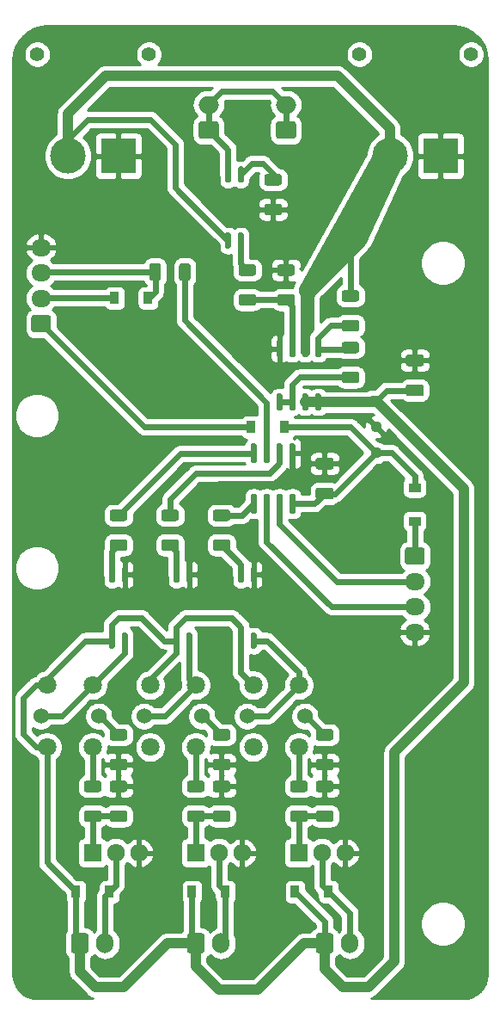
<source format=gbr>
%TF.GenerationSoftware,KiCad,Pcbnew,(5.1.10)-1*%
%TF.CreationDate,2025-05-08T20:30:29+09:00*%
%TF.ProjectId,STF-SCB-v2,5354462d-5343-4422-9d76-322e6b696361,rev?*%
%TF.SameCoordinates,Original*%
%TF.FileFunction,Copper,L2,Bot*%
%TF.FilePolarity,Positive*%
%FSLAX46Y46*%
G04 Gerber Fmt 4.6, Leading zero omitted, Abs format (unit mm)*
G04 Created by KiCad (PCBNEW (5.1.10)-1) date 2025-05-08 20:30:29*
%MOMM*%
%LPD*%
G01*
G04 APERTURE LIST*
%TA.AperFunction,ComponentPad*%
%ADD10C,1.117600*%
%TD*%
%TA.AperFunction,ComponentPad*%
%ADD11R,1.117600X1.117600*%
%TD*%
%TA.AperFunction,ComponentPad*%
%ADD12C,1.524000*%
%TD*%
%TA.AperFunction,ComponentPad*%
%ADD13C,1.800000*%
%TD*%
%TA.AperFunction,ComponentPad*%
%ADD14O,1.717500X1.800000*%
%TD*%
%TA.AperFunction,ComponentPad*%
%ADD15R,1.717500X1.800000*%
%TD*%
%TA.AperFunction,ComponentPad*%
%ADD16O,1.700000X2.000000*%
%TD*%
%TA.AperFunction,ComponentPad*%
%ADD17O,1.950000X1.700000*%
%TD*%
%TA.AperFunction,ComponentPad*%
%ADD18C,3.500000*%
%TD*%
%TA.AperFunction,ComponentPad*%
%ADD19R,3.500000X3.500000*%
%TD*%
%TA.AperFunction,ComponentPad*%
%ADD20C,1.400000*%
%TD*%
%TA.AperFunction,ComponentPad*%
%ADD21O,2.000000X1.700000*%
%TD*%
%TA.AperFunction,SMDPad,CuDef*%
%ADD22R,0.900000X1.200000*%
%TD*%
%TA.AperFunction,SMDPad,CuDef*%
%ADD23R,1.200000X0.900000*%
%TD*%
%TA.AperFunction,Conductor*%
%ADD24C,0.600000*%
%TD*%
%TA.AperFunction,Conductor*%
%ADD25C,1.000000*%
%TD*%
%TA.AperFunction,Conductor*%
%ADD26C,0.254000*%
%TD*%
%TA.AperFunction,Conductor*%
%ADD27C,0.100000*%
%TD*%
G04 APERTURE END LIST*
%TO.P,U7,4*%
%TO.N,/24Vout*%
%TA.AperFunction,SMDPad,CuDef*%
G36*
G01*
X124957500Y-91350000D02*
X125232500Y-91350000D01*
G75*
G02*
X125370000Y-91487500I0J-137500D01*
G01*
X125370000Y-92812500D01*
G75*
G02*
X125232500Y-92950000I-137500J0D01*
G01*
X124957500Y-92950000D01*
G75*
G02*
X124820000Y-92812500I0J137500D01*
G01*
X124820000Y-91487500D01*
G75*
G02*
X124957500Y-91350000I137500J0D01*
G01*
G37*
%TD.AperFunction*%
%TO.P,U7,3*%
%TO.N,Net-(R17-Pad2)*%
%TA.AperFunction,SMDPad,CuDef*%
G36*
G01*
X126227500Y-91350000D02*
X126502500Y-91350000D01*
G75*
G02*
X126640000Y-91487500I0J-137500D01*
G01*
X126640000Y-92812500D01*
G75*
G02*
X126502500Y-92950000I-137500J0D01*
G01*
X126227500Y-92950000D01*
G75*
G02*
X126090000Y-92812500I0J137500D01*
G01*
X126090000Y-91487500D01*
G75*
G02*
X126227500Y-91350000I137500J0D01*
G01*
G37*
%TD.AperFunction*%
%TO.P,U7,2*%
%TO.N,GND*%
%TA.AperFunction,SMDPad,CuDef*%
G36*
G01*
X126227500Y-84850000D02*
X126502500Y-84850000D01*
G75*
G02*
X126640000Y-84987500I0J-137500D01*
G01*
X126640000Y-86312500D01*
G75*
G02*
X126502500Y-86450000I-137500J0D01*
G01*
X126227500Y-86450000D01*
G75*
G02*
X126090000Y-86312500I0J137500D01*
G01*
X126090000Y-84987500D01*
G75*
G02*
X126227500Y-84850000I137500J0D01*
G01*
G37*
%TD.AperFunction*%
%TO.P,U7,1*%
%TO.N,/Solenoid0-PA1*%
%TA.AperFunction,SMDPad,CuDef*%
G36*
G01*
X124957500Y-84850000D02*
X125232500Y-84850000D01*
G75*
G02*
X125370000Y-84987500I0J-137500D01*
G01*
X125370000Y-86312500D01*
G75*
G02*
X125232500Y-86450000I-137500J0D01*
G01*
X124957500Y-86450000D01*
G75*
G02*
X124820000Y-86312500I0J137500D01*
G01*
X124820000Y-84987500D01*
G75*
G02*
X124957500Y-84850000I137500J0D01*
G01*
G37*
%TD.AperFunction*%
%TD*%
%TO.P,U6,8*%
%TO.N,GND*%
%TA.AperFunction,SMDPad,CuDef*%
G36*
G01*
X130325000Y-74700000D02*
X130025000Y-74700000D01*
G75*
G02*
X129875000Y-74550000I0J150000D01*
G01*
X129875000Y-72900000D01*
G75*
G02*
X130025000Y-72750000I150000J0D01*
G01*
X130325000Y-72750000D01*
G75*
G02*
X130475000Y-72900000I0J-150000D01*
G01*
X130475000Y-74550000D01*
G75*
G02*
X130325000Y-74700000I-150000J0D01*
G01*
G37*
%TD.AperFunction*%
%TO.P,U6,7*%
%TO.N,Net-(R12-Pad2)*%
%TA.AperFunction,SMDPad,CuDef*%
G36*
G01*
X129055000Y-74700000D02*
X128755000Y-74700000D01*
G75*
G02*
X128605000Y-74550000I0J150000D01*
G01*
X128605000Y-72900000D01*
G75*
G02*
X128755000Y-72750000I150000J0D01*
G01*
X129055000Y-72750000D01*
G75*
G02*
X129205000Y-72900000I0J-150000D01*
G01*
X129205000Y-74550000D01*
G75*
G02*
X129055000Y-74700000I-150000J0D01*
G01*
G37*
%TD.AperFunction*%
%TO.P,U6,6*%
%TO.N,Net-(R14-Pad2)*%
%TA.AperFunction,SMDPad,CuDef*%
G36*
G01*
X127785000Y-74700000D02*
X127485000Y-74700000D01*
G75*
G02*
X127335000Y-74550000I0J150000D01*
G01*
X127335000Y-72900000D01*
G75*
G02*
X127485000Y-72750000I150000J0D01*
G01*
X127785000Y-72750000D01*
G75*
G02*
X127935000Y-72900000I0J-150000D01*
G01*
X127935000Y-74550000D01*
G75*
G02*
X127785000Y-74700000I-150000J0D01*
G01*
G37*
%TD.AperFunction*%
%TO.P,U6,5*%
%TO.N,Net-(R13-Pad2)*%
%TA.AperFunction,SMDPad,CuDef*%
G36*
G01*
X126515000Y-74700000D02*
X126215000Y-74700000D01*
G75*
G02*
X126065000Y-74550000I0J150000D01*
G01*
X126065000Y-72900000D01*
G75*
G02*
X126215000Y-72750000I150000J0D01*
G01*
X126515000Y-72750000D01*
G75*
G02*
X126665000Y-72900000I0J-150000D01*
G01*
X126665000Y-74550000D01*
G75*
G02*
X126515000Y-74700000I-150000J0D01*
G01*
G37*
%TD.AperFunction*%
%TO.P,U6,4*%
%TO.N,Net-(R15-Pad2)*%
%TA.AperFunction,SMDPad,CuDef*%
G36*
G01*
X126515000Y-79650000D02*
X126215000Y-79650000D01*
G75*
G02*
X126065000Y-79500000I0J150000D01*
G01*
X126065000Y-77850000D01*
G75*
G02*
X126215000Y-77700000I150000J0D01*
G01*
X126515000Y-77700000D01*
G75*
G02*
X126665000Y-77850000I0J-150000D01*
G01*
X126665000Y-79500000D01*
G75*
G02*
X126515000Y-79650000I-150000J0D01*
G01*
G37*
%TD.AperFunction*%
%TO.P,U6,3*%
%TO.N,/Rx*%
%TA.AperFunction,SMDPad,CuDef*%
G36*
G01*
X127785000Y-79650000D02*
X127485000Y-79650000D01*
G75*
G02*
X127335000Y-79500000I0J150000D01*
G01*
X127335000Y-77850000D01*
G75*
G02*
X127485000Y-77700000I150000J0D01*
G01*
X127785000Y-77700000D01*
G75*
G02*
X127935000Y-77850000I0J-150000D01*
G01*
X127935000Y-79500000D01*
G75*
G02*
X127785000Y-79650000I-150000J0D01*
G01*
G37*
%TD.AperFunction*%
%TO.P,U6,2*%
%TO.N,/Tx*%
%TA.AperFunction,SMDPad,CuDef*%
G36*
G01*
X129055000Y-79650000D02*
X128755000Y-79650000D01*
G75*
G02*
X128605000Y-79500000I0J150000D01*
G01*
X128605000Y-77850000D01*
G75*
G02*
X128755000Y-77700000I150000J0D01*
G01*
X129055000Y-77700000D01*
G75*
G02*
X129205000Y-77850000I0J-150000D01*
G01*
X129205000Y-79500000D01*
G75*
G02*
X129055000Y-79650000I-150000J0D01*
G01*
G37*
%TD.AperFunction*%
%TO.P,U6,1*%
%TO.N,+5V*%
%TA.AperFunction,SMDPad,CuDef*%
G36*
G01*
X130325000Y-79650000D02*
X130025000Y-79650000D01*
G75*
G02*
X129875000Y-79500000I0J150000D01*
G01*
X129875000Y-77850000D01*
G75*
G02*
X130025000Y-77700000I150000J0D01*
G01*
X130325000Y-77700000D01*
G75*
G02*
X130475000Y-77850000I0J-150000D01*
G01*
X130475000Y-79500000D01*
G75*
G02*
X130325000Y-79650000I-150000J0D01*
G01*
G37*
%TD.AperFunction*%
%TD*%
%TO.P,U5,4*%
%TO.N,/24Vout*%
%TA.AperFunction,SMDPad,CuDef*%
G36*
G01*
X112257500Y-91350000D02*
X112532500Y-91350000D01*
G75*
G02*
X112670000Y-91487500I0J-137500D01*
G01*
X112670000Y-92812500D01*
G75*
G02*
X112532500Y-92950000I-137500J0D01*
G01*
X112257500Y-92950000D01*
G75*
G02*
X112120000Y-92812500I0J137500D01*
G01*
X112120000Y-91487500D01*
G75*
G02*
X112257500Y-91350000I137500J0D01*
G01*
G37*
%TD.AperFunction*%
%TO.P,U5,3*%
%TO.N,Net-(R9-Pad2)*%
%TA.AperFunction,SMDPad,CuDef*%
G36*
G01*
X113527500Y-91350000D02*
X113802500Y-91350000D01*
G75*
G02*
X113940000Y-91487500I0J-137500D01*
G01*
X113940000Y-92812500D01*
G75*
G02*
X113802500Y-92950000I-137500J0D01*
G01*
X113527500Y-92950000D01*
G75*
G02*
X113390000Y-92812500I0J137500D01*
G01*
X113390000Y-91487500D01*
G75*
G02*
X113527500Y-91350000I137500J0D01*
G01*
G37*
%TD.AperFunction*%
%TO.P,U5,2*%
%TO.N,GND*%
%TA.AperFunction,SMDPad,CuDef*%
G36*
G01*
X113527500Y-84850000D02*
X113802500Y-84850000D01*
G75*
G02*
X113940000Y-84987500I0J-137500D01*
G01*
X113940000Y-86312500D01*
G75*
G02*
X113802500Y-86450000I-137500J0D01*
G01*
X113527500Y-86450000D01*
G75*
G02*
X113390000Y-86312500I0J137500D01*
G01*
X113390000Y-84987500D01*
G75*
G02*
X113527500Y-84850000I137500J0D01*
G01*
G37*
%TD.AperFunction*%
%TO.P,U5,1*%
%TO.N,/Solenoid1-PA2*%
%TA.AperFunction,SMDPad,CuDef*%
G36*
G01*
X112257500Y-84850000D02*
X112532500Y-84850000D01*
G75*
G02*
X112670000Y-84987500I0J-137500D01*
G01*
X112670000Y-86312500D01*
G75*
G02*
X112532500Y-86450000I-137500J0D01*
G01*
X112257500Y-86450000D01*
G75*
G02*
X112120000Y-86312500I0J137500D01*
G01*
X112120000Y-84987500D01*
G75*
G02*
X112257500Y-84850000I137500J0D01*
G01*
G37*
%TD.AperFunction*%
%TD*%
D10*
%TO.P,U4,3*%
%TO.N,+5V*%
X138430000Y-73660000D03*
%TO.P,U4,2*%
%TO.N,GND*%
X138430000Y-71120000D03*
D11*
%TO.P,U4,1*%
%TO.N,/24Vout*%
X138430000Y-68580000D03*
%TD*%
%TO.P,U3,4*%
%TO.N,/24Vout*%
%TA.AperFunction,SMDPad,CuDef*%
G36*
G01*
X118607500Y-91350000D02*
X118882500Y-91350000D01*
G75*
G02*
X119020000Y-91487500I0J-137500D01*
G01*
X119020000Y-92812500D01*
G75*
G02*
X118882500Y-92950000I-137500J0D01*
G01*
X118607500Y-92950000D01*
G75*
G02*
X118470000Y-92812500I0J137500D01*
G01*
X118470000Y-91487500D01*
G75*
G02*
X118607500Y-91350000I137500J0D01*
G01*
G37*
%TD.AperFunction*%
%TO.P,U3,3*%
%TO.N,Net-(R6-Pad2)*%
%TA.AperFunction,SMDPad,CuDef*%
G36*
G01*
X119877500Y-91350000D02*
X120152500Y-91350000D01*
G75*
G02*
X120290000Y-91487500I0J-137500D01*
G01*
X120290000Y-92812500D01*
G75*
G02*
X120152500Y-92950000I-137500J0D01*
G01*
X119877500Y-92950000D01*
G75*
G02*
X119740000Y-92812500I0J137500D01*
G01*
X119740000Y-91487500D01*
G75*
G02*
X119877500Y-91350000I137500J0D01*
G01*
G37*
%TD.AperFunction*%
%TO.P,U3,2*%
%TO.N,GND*%
%TA.AperFunction,SMDPad,CuDef*%
G36*
G01*
X119877500Y-84850000D02*
X120152500Y-84850000D01*
G75*
G02*
X120290000Y-84987500I0J-137500D01*
G01*
X120290000Y-86312500D01*
G75*
G02*
X120152500Y-86450000I-137500J0D01*
G01*
X119877500Y-86450000D01*
G75*
G02*
X119740000Y-86312500I0J137500D01*
G01*
X119740000Y-84987500D01*
G75*
G02*
X119877500Y-84850000I137500J0D01*
G01*
G37*
%TD.AperFunction*%
%TO.P,U3,1*%
%TO.N,/Solenoid2-PA3*%
%TA.AperFunction,SMDPad,CuDef*%
G36*
G01*
X118607500Y-84850000D02*
X118882500Y-84850000D01*
G75*
G02*
X119020000Y-84987500I0J-137500D01*
G01*
X119020000Y-86312500D01*
G75*
G02*
X118882500Y-86450000I-137500J0D01*
G01*
X118607500Y-86450000D01*
G75*
G02*
X118470000Y-86312500I0J137500D01*
G01*
X118470000Y-84987500D01*
G75*
G02*
X118607500Y-84850000I137500J0D01*
G01*
G37*
%TD.AperFunction*%
%TD*%
%TO.P,U2,8*%
%TO.N,/nDrain*%
%TA.AperFunction,SMDPad,CuDef*%
G36*
G01*
X128755000Y-67840000D02*
X129055000Y-67840000D01*
G75*
G02*
X129205000Y-67990000I0J-150000D01*
G01*
X129205000Y-69340000D01*
G75*
G02*
X129055000Y-69490000I-150000J0D01*
G01*
X128755000Y-69490000D01*
G75*
G02*
X128605000Y-69340000I0J150000D01*
G01*
X128605000Y-67990000D01*
G75*
G02*
X128755000Y-67840000I150000J0D01*
G01*
G37*
%TD.AperFunction*%
%TO.P,U2,7*%
%TA.AperFunction,SMDPad,CuDef*%
G36*
G01*
X130025000Y-67840000D02*
X130325000Y-67840000D01*
G75*
G02*
X130475000Y-67990000I0J-150000D01*
G01*
X130475000Y-69340000D01*
G75*
G02*
X130325000Y-69490000I-150000J0D01*
G01*
X130025000Y-69490000D01*
G75*
G02*
X129875000Y-69340000I0J150000D01*
G01*
X129875000Y-67990000D01*
G75*
G02*
X130025000Y-67840000I150000J0D01*
G01*
G37*
%TD.AperFunction*%
%TO.P,U2,6*%
%TO.N,/24Vout*%
%TA.AperFunction,SMDPad,CuDef*%
G36*
G01*
X131295000Y-67840000D02*
X131595000Y-67840000D01*
G75*
G02*
X131745000Y-67990000I0J-150000D01*
G01*
X131745000Y-69340000D01*
G75*
G02*
X131595000Y-69490000I-150000J0D01*
G01*
X131295000Y-69490000D01*
G75*
G02*
X131145000Y-69340000I0J150000D01*
G01*
X131145000Y-67990000D01*
G75*
G02*
X131295000Y-67840000I150000J0D01*
G01*
G37*
%TD.AperFunction*%
%TO.P,U2,5*%
%TA.AperFunction,SMDPad,CuDef*%
G36*
G01*
X132565000Y-67840000D02*
X132865000Y-67840000D01*
G75*
G02*
X133015000Y-67990000I0J-150000D01*
G01*
X133015000Y-69340000D01*
G75*
G02*
X132865000Y-69490000I-150000J0D01*
G01*
X132565000Y-69490000D01*
G75*
G02*
X132415000Y-69340000I0J150000D01*
G01*
X132415000Y-67990000D01*
G75*
G02*
X132565000Y-67840000I150000J0D01*
G01*
G37*
%TD.AperFunction*%
%TO.P,U2,4*%
%TO.N,Net-(R4-Pad1)*%
%TA.AperFunction,SMDPad,CuDef*%
G36*
G01*
X132565000Y-62590000D02*
X132865000Y-62590000D01*
G75*
G02*
X133015000Y-62740000I0J-150000D01*
G01*
X133015000Y-64090000D01*
G75*
G02*
X132865000Y-64240000I-150000J0D01*
G01*
X132565000Y-64240000D01*
G75*
G02*
X132415000Y-64090000I0J150000D01*
G01*
X132415000Y-62740000D01*
G75*
G02*
X132565000Y-62590000I150000J0D01*
G01*
G37*
%TD.AperFunction*%
%TO.P,U2,3*%
%TO.N,+24V*%
%TA.AperFunction,SMDPad,CuDef*%
G36*
G01*
X131295000Y-62590000D02*
X131595000Y-62590000D01*
G75*
G02*
X131745000Y-62740000I0J-150000D01*
G01*
X131745000Y-64090000D01*
G75*
G02*
X131595000Y-64240000I-150000J0D01*
G01*
X131295000Y-64240000D01*
G75*
G02*
X131145000Y-64090000I0J150000D01*
G01*
X131145000Y-62740000D01*
G75*
G02*
X131295000Y-62590000I150000J0D01*
G01*
G37*
%TD.AperFunction*%
%TO.P,U2,2*%
%TO.N,Net-(R2-Pad1)*%
%TA.AperFunction,SMDPad,CuDef*%
G36*
G01*
X130025000Y-62590000D02*
X130325000Y-62590000D01*
G75*
G02*
X130475000Y-62740000I0J-150000D01*
G01*
X130475000Y-64090000D01*
G75*
G02*
X130325000Y-64240000I-150000J0D01*
G01*
X130025000Y-64240000D01*
G75*
G02*
X129875000Y-64090000I0J150000D01*
G01*
X129875000Y-62740000D01*
G75*
G02*
X130025000Y-62590000I150000J0D01*
G01*
G37*
%TD.AperFunction*%
%TO.P,U2,1*%
%TO.N,GND*%
%TA.AperFunction,SMDPad,CuDef*%
G36*
G01*
X128755000Y-62590000D02*
X129055000Y-62590000D01*
G75*
G02*
X129205000Y-62740000I0J-150000D01*
G01*
X129205000Y-64090000D01*
G75*
G02*
X129055000Y-64240000I-150000J0D01*
G01*
X128755000Y-64240000D01*
G75*
G02*
X128605000Y-64090000I0J150000D01*
G01*
X128605000Y-62740000D01*
G75*
G02*
X128755000Y-62590000I150000J0D01*
G01*
G37*
%TD.AperFunction*%
%TD*%
%TO.P,U1,4*%
%TO.N,+24V*%
%TA.AperFunction,SMDPad,CuDef*%
G36*
G01*
X123687500Y-51980000D02*
X123962500Y-51980000D01*
G75*
G02*
X124100000Y-52117500I0J-137500D01*
G01*
X124100000Y-53442500D01*
G75*
G02*
X123962500Y-53580000I-137500J0D01*
G01*
X123687500Y-53580000D01*
G75*
G02*
X123550000Y-53442500I0J137500D01*
G01*
X123550000Y-52117500D01*
G75*
G02*
X123687500Y-51980000I137500J0D01*
G01*
G37*
%TD.AperFunction*%
%TO.P,U1,3*%
%TO.N,Net-(R2-Pad2)*%
%TA.AperFunction,SMDPad,CuDef*%
G36*
G01*
X124957500Y-51980000D02*
X125232500Y-51980000D01*
G75*
G02*
X125370000Y-52117500I0J-137500D01*
G01*
X125370000Y-53442500D01*
G75*
G02*
X125232500Y-53580000I-137500J0D01*
G01*
X124957500Y-53580000D01*
G75*
G02*
X124820000Y-53442500I0J137500D01*
G01*
X124820000Y-52117500D01*
G75*
G02*
X124957500Y-51980000I137500J0D01*
G01*
G37*
%TD.AperFunction*%
%TO.P,U1,2*%
%TO.N,Net-(R1-Pad2)*%
%TA.AperFunction,SMDPad,CuDef*%
G36*
G01*
X124957500Y-45480000D02*
X125232500Y-45480000D01*
G75*
G02*
X125370000Y-45617500I0J-137500D01*
G01*
X125370000Y-46942500D01*
G75*
G02*
X125232500Y-47080000I-137500J0D01*
G01*
X124957500Y-47080000D01*
G75*
G02*
X124820000Y-46942500I0J137500D01*
G01*
X124820000Y-45617500D01*
G75*
G02*
X124957500Y-45480000I137500J0D01*
G01*
G37*
%TD.AperFunction*%
%TO.P,U1,1*%
%TO.N,Net-(J1-Pad1)*%
%TA.AperFunction,SMDPad,CuDef*%
G36*
G01*
X123687500Y-45480000D02*
X123962500Y-45480000D01*
G75*
G02*
X124100000Y-45617500I0J-137500D01*
G01*
X124100000Y-46942500D01*
G75*
G02*
X123962500Y-47080000I-137500J0D01*
G01*
X123687500Y-47080000D01*
G75*
G02*
X123550000Y-46942500I0J137500D01*
G01*
X123550000Y-45617500D01*
G75*
G02*
X123687500Y-45480000I137500J0D01*
G01*
G37*
%TD.AperFunction*%
%TD*%
D12*
%TO.P,SW3,6*%
%TO.N,Net-(R16-Pad1)*%
X131410000Y-99570000D03*
%TO.P,SW3,5*%
%TO.N,Net-(R17-Pad2)*%
X125710000Y-99570000D03*
D13*
%TO.P,SW3,4*%
%TO.N,/24Vout*%
X126310000Y-102620000D03*
%TO.P,SW3,3*%
X126310000Y-96520000D03*
%TO.P,SW3,2*%
%TO.N,Net-(R17-Pad2)*%
X130810000Y-102620000D03*
%TO.P,SW3,1*%
X130810000Y-96520000D03*
%TD*%
D12*
%TO.P,SW2,6*%
%TO.N,Net-(R11-Pad1)*%
X111090000Y-99570000D03*
%TO.P,SW2,5*%
%TO.N,Net-(R9-Pad2)*%
X105390000Y-99570000D03*
D13*
%TO.P,SW2,4*%
%TO.N,/24Vout*%
X105990000Y-102620000D03*
%TO.P,SW2,3*%
X105990000Y-96520000D03*
%TO.P,SW2,2*%
%TO.N,Net-(R9-Pad2)*%
X110490000Y-102620000D03*
%TO.P,SW2,1*%
X110490000Y-96520000D03*
%TD*%
D12*
%TO.P,SW1,6*%
%TO.N,Net-(R8-Pad1)*%
X121250000Y-99570000D03*
%TO.P,SW1,5*%
%TO.N,Net-(R6-Pad2)*%
X115550000Y-99570000D03*
D13*
%TO.P,SW1,4*%
%TO.N,/24Vout*%
X116150000Y-102620000D03*
%TO.P,SW1,3*%
X116150000Y-96520000D03*
%TO.P,SW1,2*%
%TO.N,Net-(R6-Pad2)*%
X120650000Y-102620000D03*
%TO.P,SW1,1*%
X120650000Y-96520000D03*
%TD*%
%TO.P,R18,2*%
%TO.N,Net-(Q3-Pad1)*%
%TA.AperFunction,SMDPad,CuDef*%
G36*
G01*
X132724999Y-108850000D02*
X133975001Y-108850000D01*
G75*
G02*
X134225000Y-109099999I0J-249999D01*
G01*
X134225000Y-109725001D01*
G75*
G02*
X133975001Y-109975000I-249999J0D01*
G01*
X132724999Y-109975000D01*
G75*
G02*
X132475000Y-109725001I0J249999D01*
G01*
X132475000Y-109099999D01*
G75*
G02*
X132724999Y-108850000I249999J0D01*
G01*
G37*
%TD.AperFunction*%
%TO.P,R18,1*%
%TO.N,GND*%
%TA.AperFunction,SMDPad,CuDef*%
G36*
G01*
X132724999Y-105925000D02*
X133975001Y-105925000D01*
G75*
G02*
X134225000Y-106174999I0J-249999D01*
G01*
X134225000Y-106800001D01*
G75*
G02*
X133975001Y-107050000I-249999J0D01*
G01*
X132724999Y-107050000D01*
G75*
G02*
X132475000Y-106800001I0J249999D01*
G01*
X132475000Y-106174999D01*
G75*
G02*
X132724999Y-105925000I249999J0D01*
G01*
G37*
%TD.AperFunction*%
%TD*%
%TO.P,R17,2*%
%TO.N,Net-(R17-Pad2)*%
%TA.AperFunction,SMDPad,CuDef*%
G36*
G01*
X131435001Y-107050000D02*
X130184999Y-107050000D01*
G75*
G02*
X129935000Y-106800001I0J249999D01*
G01*
X129935000Y-106174999D01*
G75*
G02*
X130184999Y-105925000I249999J0D01*
G01*
X131435001Y-105925000D01*
G75*
G02*
X131685000Y-106174999I0J-249999D01*
G01*
X131685000Y-106800001D01*
G75*
G02*
X131435001Y-107050000I-249999J0D01*
G01*
G37*
%TD.AperFunction*%
%TO.P,R17,1*%
%TO.N,Net-(Q3-Pad1)*%
%TA.AperFunction,SMDPad,CuDef*%
G36*
G01*
X131435001Y-109975000D02*
X130184999Y-109975000D01*
G75*
G02*
X129935000Y-109725001I0J249999D01*
G01*
X129935000Y-109099999D01*
G75*
G02*
X130184999Y-108850000I249999J0D01*
G01*
X131435001Y-108850000D01*
G75*
G02*
X131685000Y-109099999I0J-249999D01*
G01*
X131685000Y-109725001D01*
G75*
G02*
X131435001Y-109975000I-249999J0D01*
G01*
G37*
%TD.AperFunction*%
%TD*%
%TO.P,R16,2*%
%TO.N,GND*%
%TA.AperFunction,SMDPad,CuDef*%
G36*
G01*
X132724999Y-103770000D02*
X133975001Y-103770000D01*
G75*
G02*
X134225000Y-104019999I0J-249999D01*
G01*
X134225000Y-104645001D01*
G75*
G02*
X133975001Y-104895000I-249999J0D01*
G01*
X132724999Y-104895000D01*
G75*
G02*
X132475000Y-104645001I0J249999D01*
G01*
X132475000Y-104019999D01*
G75*
G02*
X132724999Y-103770000I249999J0D01*
G01*
G37*
%TD.AperFunction*%
%TO.P,R16,1*%
%TO.N,Net-(R16-Pad1)*%
%TA.AperFunction,SMDPad,CuDef*%
G36*
G01*
X132724999Y-100845000D02*
X133975001Y-100845000D01*
G75*
G02*
X134225000Y-101094999I0J-249999D01*
G01*
X134225000Y-101720001D01*
G75*
G02*
X133975001Y-101970000I-249999J0D01*
G01*
X132724999Y-101970000D01*
G75*
G02*
X132475000Y-101720001I0J249999D01*
G01*
X132475000Y-101094999D01*
G75*
G02*
X132724999Y-100845000I249999J0D01*
G01*
G37*
%TD.AperFunction*%
%TD*%
%TO.P,R15,2*%
%TO.N,Net-(R15-Pad2)*%
%TA.AperFunction,SMDPad,CuDef*%
G36*
G01*
X123815001Y-80380000D02*
X122564999Y-80380000D01*
G75*
G02*
X122315000Y-80130001I0J249999D01*
G01*
X122315000Y-79504999D01*
G75*
G02*
X122564999Y-79255000I249999J0D01*
G01*
X123815001Y-79255000D01*
G75*
G02*
X124065000Y-79504999I0J-249999D01*
G01*
X124065000Y-80130001D01*
G75*
G02*
X123815001Y-80380000I-249999J0D01*
G01*
G37*
%TD.AperFunction*%
%TO.P,R15,1*%
%TO.N,/Solenoid0-PA1*%
%TA.AperFunction,SMDPad,CuDef*%
G36*
G01*
X123815001Y-83305000D02*
X122564999Y-83305000D01*
G75*
G02*
X122315000Y-83055001I0J249999D01*
G01*
X122315000Y-82429999D01*
G75*
G02*
X122564999Y-82180000I249999J0D01*
G01*
X123815001Y-82180000D01*
G75*
G02*
X124065000Y-82429999I0J-249999D01*
G01*
X124065000Y-83055001D01*
G75*
G02*
X123815001Y-83305000I-249999J0D01*
G01*
G37*
%TD.AperFunction*%
%TD*%
%TO.P,R14,2*%
%TO.N,Net-(R14-Pad2)*%
%TA.AperFunction,SMDPad,CuDef*%
G36*
G01*
X119010000Y-56505001D02*
X119010000Y-55254999D01*
G75*
G02*
X119259999Y-55005000I249999J0D01*
G01*
X119885001Y-55005000D01*
G75*
G02*
X120135000Y-55254999I0J-249999D01*
G01*
X120135000Y-56505001D01*
G75*
G02*
X119885001Y-56755000I-249999J0D01*
G01*
X119259999Y-56755000D01*
G75*
G02*
X119010000Y-56505001I0J249999D01*
G01*
G37*
%TD.AperFunction*%
%TO.P,R14,1*%
%TO.N,Net-(D5-Pad2)*%
%TA.AperFunction,SMDPad,CuDef*%
G36*
G01*
X116085000Y-56505001D02*
X116085000Y-55254999D01*
G75*
G02*
X116334999Y-55005000I249999J0D01*
G01*
X116960001Y-55005000D01*
G75*
G02*
X117210000Y-55254999I0J-249999D01*
G01*
X117210000Y-56505001D01*
G75*
G02*
X116960001Y-56755000I-249999J0D01*
G01*
X116334999Y-56755000D01*
G75*
G02*
X116085000Y-56505001I0J249999D01*
G01*
G37*
%TD.AperFunction*%
%TD*%
%TO.P,R13,2*%
%TO.N,Net-(R13-Pad2)*%
%TA.AperFunction,SMDPad,CuDef*%
G36*
G01*
X113655001Y-80380000D02*
X112404999Y-80380000D01*
G75*
G02*
X112155000Y-80130001I0J249999D01*
G01*
X112155000Y-79504999D01*
G75*
G02*
X112404999Y-79255000I249999J0D01*
G01*
X113655001Y-79255000D01*
G75*
G02*
X113905000Y-79504999I0J-249999D01*
G01*
X113905000Y-80130001D01*
G75*
G02*
X113655001Y-80380000I-249999J0D01*
G01*
G37*
%TD.AperFunction*%
%TO.P,R13,1*%
%TO.N,/Solenoid1-PA2*%
%TA.AperFunction,SMDPad,CuDef*%
G36*
G01*
X113655001Y-83305000D02*
X112404999Y-83305000D01*
G75*
G02*
X112155000Y-83055001I0J249999D01*
G01*
X112155000Y-82429999D01*
G75*
G02*
X112404999Y-82180000I249999J0D01*
G01*
X113655001Y-82180000D01*
G75*
G02*
X113905000Y-82429999I0J-249999D01*
G01*
X113905000Y-83055001D01*
G75*
G02*
X113655001Y-83305000I-249999J0D01*
G01*
G37*
%TD.AperFunction*%
%TD*%
%TO.P,R12,2*%
%TO.N,Net-(R12-Pad2)*%
%TA.AperFunction,SMDPad,CuDef*%
G36*
G01*
X118735001Y-80380000D02*
X117484999Y-80380000D01*
G75*
G02*
X117235000Y-80130001I0J249999D01*
G01*
X117235000Y-79504999D01*
G75*
G02*
X117484999Y-79255000I249999J0D01*
G01*
X118735001Y-79255000D01*
G75*
G02*
X118985000Y-79504999I0J-249999D01*
G01*
X118985000Y-80130001D01*
G75*
G02*
X118735001Y-80380000I-249999J0D01*
G01*
G37*
%TD.AperFunction*%
%TO.P,R12,1*%
%TO.N,/Solenoid2-PA3*%
%TA.AperFunction,SMDPad,CuDef*%
G36*
G01*
X118735001Y-83305000D02*
X117484999Y-83305000D01*
G75*
G02*
X117235000Y-83055001I0J249999D01*
G01*
X117235000Y-82429999D01*
G75*
G02*
X117484999Y-82180000I249999J0D01*
G01*
X118735001Y-82180000D01*
G75*
G02*
X118985000Y-82429999I0J-249999D01*
G01*
X118985000Y-83055001D01*
G75*
G02*
X118735001Y-83305000I-249999J0D01*
G01*
G37*
%TD.AperFunction*%
%TD*%
%TO.P,R11,2*%
%TO.N,GND*%
%TA.AperFunction,SMDPad,CuDef*%
G36*
G01*
X112404999Y-103770000D02*
X113655001Y-103770000D01*
G75*
G02*
X113905000Y-104019999I0J-249999D01*
G01*
X113905000Y-104645001D01*
G75*
G02*
X113655001Y-104895000I-249999J0D01*
G01*
X112404999Y-104895000D01*
G75*
G02*
X112155000Y-104645001I0J249999D01*
G01*
X112155000Y-104019999D01*
G75*
G02*
X112404999Y-103770000I249999J0D01*
G01*
G37*
%TD.AperFunction*%
%TO.P,R11,1*%
%TO.N,Net-(R11-Pad1)*%
%TA.AperFunction,SMDPad,CuDef*%
G36*
G01*
X112404999Y-100845000D02*
X113655001Y-100845000D01*
G75*
G02*
X113905000Y-101094999I0J-249999D01*
G01*
X113905000Y-101720001D01*
G75*
G02*
X113655001Y-101970000I-249999J0D01*
G01*
X112404999Y-101970000D01*
G75*
G02*
X112155000Y-101720001I0J249999D01*
G01*
X112155000Y-101094999D01*
G75*
G02*
X112404999Y-100845000I249999J0D01*
G01*
G37*
%TD.AperFunction*%
%TD*%
%TO.P,R10,2*%
%TO.N,Net-(Q2-Pad1)*%
%TA.AperFunction,SMDPad,CuDef*%
G36*
G01*
X112404999Y-108850000D02*
X113655001Y-108850000D01*
G75*
G02*
X113905000Y-109099999I0J-249999D01*
G01*
X113905000Y-109725001D01*
G75*
G02*
X113655001Y-109975000I-249999J0D01*
G01*
X112404999Y-109975000D01*
G75*
G02*
X112155000Y-109725001I0J249999D01*
G01*
X112155000Y-109099999D01*
G75*
G02*
X112404999Y-108850000I249999J0D01*
G01*
G37*
%TD.AperFunction*%
%TO.P,R10,1*%
%TO.N,GND*%
%TA.AperFunction,SMDPad,CuDef*%
G36*
G01*
X112404999Y-105925000D02*
X113655001Y-105925000D01*
G75*
G02*
X113905000Y-106174999I0J-249999D01*
G01*
X113905000Y-106800001D01*
G75*
G02*
X113655001Y-107050000I-249999J0D01*
G01*
X112404999Y-107050000D01*
G75*
G02*
X112155000Y-106800001I0J249999D01*
G01*
X112155000Y-106174999D01*
G75*
G02*
X112404999Y-105925000I249999J0D01*
G01*
G37*
%TD.AperFunction*%
%TD*%
%TO.P,R9,2*%
%TO.N,Net-(R9-Pad2)*%
%TA.AperFunction,SMDPad,CuDef*%
G36*
G01*
X111115001Y-107050000D02*
X109864999Y-107050000D01*
G75*
G02*
X109615000Y-106800001I0J249999D01*
G01*
X109615000Y-106174999D01*
G75*
G02*
X109864999Y-105925000I249999J0D01*
G01*
X111115001Y-105925000D01*
G75*
G02*
X111365000Y-106174999I0J-249999D01*
G01*
X111365000Y-106800001D01*
G75*
G02*
X111115001Y-107050000I-249999J0D01*
G01*
G37*
%TD.AperFunction*%
%TO.P,R9,1*%
%TO.N,Net-(Q2-Pad1)*%
%TA.AperFunction,SMDPad,CuDef*%
G36*
G01*
X111115001Y-109975000D02*
X109864999Y-109975000D01*
G75*
G02*
X109615000Y-109725001I0J249999D01*
G01*
X109615000Y-109099999D01*
G75*
G02*
X109864999Y-108850000I249999J0D01*
G01*
X111115001Y-108850000D01*
G75*
G02*
X111365000Y-109099999I0J-249999D01*
G01*
X111365000Y-109725001D01*
G75*
G02*
X111115001Y-109975000I-249999J0D01*
G01*
G37*
%TD.AperFunction*%
%TD*%
%TO.P,R8,2*%
%TO.N,GND*%
%TA.AperFunction,SMDPad,CuDef*%
G36*
G01*
X122564999Y-103770000D02*
X123815001Y-103770000D01*
G75*
G02*
X124065000Y-104019999I0J-249999D01*
G01*
X124065000Y-104645001D01*
G75*
G02*
X123815001Y-104895000I-249999J0D01*
G01*
X122564999Y-104895000D01*
G75*
G02*
X122315000Y-104645001I0J249999D01*
G01*
X122315000Y-104019999D01*
G75*
G02*
X122564999Y-103770000I249999J0D01*
G01*
G37*
%TD.AperFunction*%
%TO.P,R8,1*%
%TO.N,Net-(R8-Pad1)*%
%TA.AperFunction,SMDPad,CuDef*%
G36*
G01*
X122564999Y-100845000D02*
X123815001Y-100845000D01*
G75*
G02*
X124065000Y-101094999I0J-249999D01*
G01*
X124065000Y-101720001D01*
G75*
G02*
X123815001Y-101970000I-249999J0D01*
G01*
X122564999Y-101970000D01*
G75*
G02*
X122315000Y-101720001I0J249999D01*
G01*
X122315000Y-101094999D01*
G75*
G02*
X122564999Y-100845000I249999J0D01*
G01*
G37*
%TD.AperFunction*%
%TD*%
%TO.P,R7,2*%
%TO.N,Net-(Q1-Pad1)*%
%TA.AperFunction,SMDPad,CuDef*%
G36*
G01*
X122564999Y-108850000D02*
X123815001Y-108850000D01*
G75*
G02*
X124065000Y-109099999I0J-249999D01*
G01*
X124065000Y-109725001D01*
G75*
G02*
X123815001Y-109975000I-249999J0D01*
G01*
X122564999Y-109975000D01*
G75*
G02*
X122315000Y-109725001I0J249999D01*
G01*
X122315000Y-109099999D01*
G75*
G02*
X122564999Y-108850000I249999J0D01*
G01*
G37*
%TD.AperFunction*%
%TO.P,R7,1*%
%TO.N,GND*%
%TA.AperFunction,SMDPad,CuDef*%
G36*
G01*
X122564999Y-105925000D02*
X123815001Y-105925000D01*
G75*
G02*
X124065000Y-106174999I0J-249999D01*
G01*
X124065000Y-106800001D01*
G75*
G02*
X123815001Y-107050000I-249999J0D01*
G01*
X122564999Y-107050000D01*
G75*
G02*
X122315000Y-106800001I0J249999D01*
G01*
X122315000Y-106174999D01*
G75*
G02*
X122564999Y-105925000I249999J0D01*
G01*
G37*
%TD.AperFunction*%
%TD*%
%TO.P,R6,2*%
%TO.N,Net-(R6-Pad2)*%
%TA.AperFunction,SMDPad,CuDef*%
G36*
G01*
X121275001Y-107050000D02*
X120024999Y-107050000D01*
G75*
G02*
X119775000Y-106800001I0J249999D01*
G01*
X119775000Y-106174999D01*
G75*
G02*
X120024999Y-105925000I249999J0D01*
G01*
X121275001Y-105925000D01*
G75*
G02*
X121525000Y-106174999I0J-249999D01*
G01*
X121525000Y-106800001D01*
G75*
G02*
X121275001Y-107050000I-249999J0D01*
G01*
G37*
%TD.AperFunction*%
%TO.P,R6,1*%
%TO.N,Net-(Q1-Pad1)*%
%TA.AperFunction,SMDPad,CuDef*%
G36*
G01*
X121275001Y-109975000D02*
X120024999Y-109975000D01*
G75*
G02*
X119775000Y-109725001I0J249999D01*
G01*
X119775000Y-109099999D01*
G75*
G02*
X120024999Y-108850000I249999J0D01*
G01*
X121275001Y-108850000D01*
G75*
G02*
X121525000Y-109099999I0J-249999D01*
G01*
X121525000Y-109725001D01*
G75*
G02*
X121275001Y-109975000I-249999J0D01*
G01*
G37*
%TD.AperFunction*%
%TD*%
%TO.P,R5,2*%
%TO.N,/nDrain*%
%TA.AperFunction,SMDPad,CuDef*%
G36*
G01*
X135264999Y-65670000D02*
X136515001Y-65670000D01*
G75*
G02*
X136765000Y-65919999I0J-249999D01*
G01*
X136765000Y-66545001D01*
G75*
G02*
X136515001Y-66795000I-249999J0D01*
G01*
X135264999Y-66795000D01*
G75*
G02*
X135015000Y-66545001I0J249999D01*
G01*
X135015000Y-65919999D01*
G75*
G02*
X135264999Y-65670000I249999J0D01*
G01*
G37*
%TD.AperFunction*%
%TO.P,R5,1*%
%TO.N,Net-(R4-Pad1)*%
%TA.AperFunction,SMDPad,CuDef*%
G36*
G01*
X135264999Y-62745000D02*
X136515001Y-62745000D01*
G75*
G02*
X136765000Y-62994999I0J-249999D01*
G01*
X136765000Y-63620001D01*
G75*
G02*
X136515001Y-63870000I-249999J0D01*
G01*
X135264999Y-63870000D01*
G75*
G02*
X135015000Y-63620001I0J249999D01*
G01*
X135015000Y-62994999D01*
G75*
G02*
X135264999Y-62745000I249999J0D01*
G01*
G37*
%TD.AperFunction*%
%TD*%
%TO.P,R4,2*%
%TO.N,+24V*%
%TA.AperFunction,SMDPad,CuDef*%
G36*
G01*
X136515001Y-58790000D02*
X135264999Y-58790000D01*
G75*
G02*
X135015000Y-58540001I0J249999D01*
G01*
X135015000Y-57914999D01*
G75*
G02*
X135264999Y-57665000I249999J0D01*
G01*
X136515001Y-57665000D01*
G75*
G02*
X136765000Y-57914999I0J-249999D01*
G01*
X136765000Y-58540001D01*
G75*
G02*
X136515001Y-58790000I-249999J0D01*
G01*
G37*
%TD.AperFunction*%
%TO.P,R4,1*%
%TO.N,Net-(R4-Pad1)*%
%TA.AperFunction,SMDPad,CuDef*%
G36*
G01*
X136515001Y-61715000D02*
X135264999Y-61715000D01*
G75*
G02*
X135015000Y-61465001I0J249999D01*
G01*
X135015000Y-60839999D01*
G75*
G02*
X135264999Y-60590000I249999J0D01*
G01*
X136515001Y-60590000D01*
G75*
G02*
X136765000Y-60839999I0J-249999D01*
G01*
X136765000Y-61465001D01*
G75*
G02*
X136515001Y-61715000I-249999J0D01*
G01*
G37*
%TD.AperFunction*%
%TD*%
%TO.P,R3,2*%
%TO.N,Net-(R2-Pad1)*%
%TA.AperFunction,SMDPad,CuDef*%
G36*
G01*
X128914999Y-58050000D02*
X130165001Y-58050000D01*
G75*
G02*
X130415000Y-58299999I0J-249999D01*
G01*
X130415000Y-58925001D01*
G75*
G02*
X130165001Y-59175000I-249999J0D01*
G01*
X128914999Y-59175000D01*
G75*
G02*
X128665000Y-58925001I0J249999D01*
G01*
X128665000Y-58299999D01*
G75*
G02*
X128914999Y-58050000I249999J0D01*
G01*
G37*
%TD.AperFunction*%
%TO.P,R3,1*%
%TO.N,GND*%
%TA.AperFunction,SMDPad,CuDef*%
G36*
G01*
X128914999Y-55125000D02*
X130165001Y-55125000D01*
G75*
G02*
X130415000Y-55374999I0J-249999D01*
G01*
X130415000Y-56000001D01*
G75*
G02*
X130165001Y-56250000I-249999J0D01*
G01*
X128914999Y-56250000D01*
G75*
G02*
X128665000Y-56000001I0J249999D01*
G01*
X128665000Y-55374999D01*
G75*
G02*
X128914999Y-55125000I249999J0D01*
G01*
G37*
%TD.AperFunction*%
%TD*%
%TO.P,R2,2*%
%TO.N,Net-(R2-Pad2)*%
%TA.AperFunction,SMDPad,CuDef*%
G36*
G01*
X126355001Y-56250000D02*
X125104999Y-56250000D01*
G75*
G02*
X124855000Y-56000001I0J249999D01*
G01*
X124855000Y-55374999D01*
G75*
G02*
X125104999Y-55125000I249999J0D01*
G01*
X126355001Y-55125000D01*
G75*
G02*
X126605000Y-55374999I0J-249999D01*
G01*
X126605000Y-56000001D01*
G75*
G02*
X126355001Y-56250000I-249999J0D01*
G01*
G37*
%TD.AperFunction*%
%TO.P,R2,1*%
%TO.N,Net-(R2-Pad1)*%
%TA.AperFunction,SMDPad,CuDef*%
G36*
G01*
X126355001Y-59175000D02*
X125104999Y-59175000D01*
G75*
G02*
X124855000Y-58925001I0J249999D01*
G01*
X124855000Y-58299999D01*
G75*
G02*
X125104999Y-58050000I249999J0D01*
G01*
X126355001Y-58050000D01*
G75*
G02*
X126605000Y-58299999I0J-249999D01*
G01*
X126605000Y-58925001D01*
G75*
G02*
X126355001Y-59175000I-249999J0D01*
G01*
G37*
%TD.AperFunction*%
%TD*%
%TO.P,R1,2*%
%TO.N,Net-(R1-Pad2)*%
%TA.AperFunction,SMDPad,CuDef*%
G36*
G01*
X128895001Y-47360000D02*
X127644999Y-47360000D01*
G75*
G02*
X127395000Y-47110001I0J249999D01*
G01*
X127395000Y-46484999D01*
G75*
G02*
X127644999Y-46235000I249999J0D01*
G01*
X128895001Y-46235000D01*
G75*
G02*
X129145000Y-46484999I0J-249999D01*
G01*
X129145000Y-47110001D01*
G75*
G02*
X128895001Y-47360000I-249999J0D01*
G01*
G37*
%TD.AperFunction*%
%TO.P,R1,1*%
%TO.N,GND*%
%TA.AperFunction,SMDPad,CuDef*%
G36*
G01*
X128895001Y-50285000D02*
X127644999Y-50285000D01*
G75*
G02*
X127395000Y-50035001I0J249999D01*
G01*
X127395000Y-49409999D01*
G75*
G02*
X127644999Y-49160000I249999J0D01*
G01*
X128895001Y-49160000D01*
G75*
G02*
X129145000Y-49409999I0J-249999D01*
G01*
X129145000Y-50035001D01*
G75*
G02*
X128895001Y-50285000I-249999J0D01*
G01*
G37*
%TD.AperFunction*%
%TD*%
D14*
%TO.P,Q3,3*%
%TO.N,GND*%
X135390000Y-113030000D03*
%TO.P,Q3,2*%
%TO.N,Net-(D6-Pad2)*%
X133100000Y-113030000D03*
D15*
%TO.P,Q3,1*%
%TO.N,Net-(Q3-Pad1)*%
X130810000Y-113030000D03*
%TD*%
D14*
%TO.P,Q2,3*%
%TO.N,GND*%
X115070000Y-113030000D03*
%TO.P,Q2,2*%
%TO.N,Net-(D2-Pad2)*%
X112780000Y-113030000D03*
D15*
%TO.P,Q2,1*%
%TO.N,Net-(Q2-Pad1)*%
X110490000Y-113030000D03*
%TD*%
D14*
%TO.P,Q1,3*%
%TO.N,GND*%
X125230000Y-113030000D03*
%TO.P,Q1,2*%
%TO.N,Net-(D1-Pad2)*%
X122940000Y-113030000D03*
D15*
%TO.P,Q1,1*%
%TO.N,Net-(Q1-Pad1)*%
X120650000Y-113030000D03*
%TD*%
D16*
%TO.P,J9,2*%
%TO.N,Net-(D6-Pad2)*%
X135850000Y-121920000D03*
%TO.P,J9,1*%
%TO.N,/24Vout*%
%TA.AperFunction,ComponentPad*%
G36*
G01*
X132500000Y-122670000D02*
X132500000Y-121170000D01*
G75*
G02*
X132750000Y-120920000I250000J0D01*
G01*
X133950000Y-120920000D01*
G75*
G02*
X134200000Y-121170000I0J-250000D01*
G01*
X134200000Y-122670000D01*
G75*
G02*
X133950000Y-122920000I-250000J0D01*
G01*
X132750000Y-122920000D01*
G75*
G02*
X132500000Y-122670000I0J250000D01*
G01*
G37*
%TD.AperFunction*%
%TD*%
D17*
%TO.P,J8,4*%
%TO.N,GND*%
X142240000Y-91320000D03*
%TO.P,J8,3*%
%TO.N,/Rx*%
X142240000Y-88820000D03*
%TO.P,J8,2*%
%TO.N,/Tx*%
X142240000Y-86320000D03*
%TO.P,J8,1*%
%TO.N,Net-(D3-Pad2)*%
%TA.AperFunction,ComponentPad*%
G36*
G01*
X141515000Y-82970000D02*
X142965000Y-82970000D01*
G75*
G02*
X143215000Y-83220000I0J-250000D01*
G01*
X143215000Y-84420000D01*
G75*
G02*
X142965000Y-84670000I-250000J0D01*
G01*
X141515000Y-84670000D01*
G75*
G02*
X141265000Y-84420000I0J250000D01*
G01*
X141265000Y-83220000D01*
G75*
G02*
X141515000Y-82970000I250000J0D01*
G01*
G37*
%TD.AperFunction*%
%TD*%
%TO.P,J7,4*%
%TO.N,GND*%
X105410000Y-53460000D03*
%TO.P,J7,3*%
%TO.N,Net-(D5-Pad2)*%
X105410000Y-55960000D03*
%TO.P,J7,2*%
%TO.N,Net-(D5-Pad1)*%
X105410000Y-58460000D03*
%TO.P,J7,1*%
%TO.N,Net-(D4-Pad2)*%
%TA.AperFunction,ComponentPad*%
G36*
G01*
X106135000Y-61810000D02*
X104685000Y-61810000D01*
G75*
G02*
X104435000Y-61560000I0J250000D01*
G01*
X104435000Y-60360000D01*
G75*
G02*
X104685000Y-60110000I250000J0D01*
G01*
X106135000Y-60110000D01*
G75*
G02*
X106385000Y-60360000I0J-250000D01*
G01*
X106385000Y-61560000D01*
G75*
G02*
X106135000Y-61810000I-250000J0D01*
G01*
G37*
%TD.AperFunction*%
%TD*%
D16*
%TO.P,J6,2*%
%TO.N,Net-(D2-Pad2)*%
X111720000Y-121920000D03*
%TO.P,J6,1*%
%TO.N,/24Vout*%
%TA.AperFunction,ComponentPad*%
G36*
G01*
X108370000Y-122670000D02*
X108370000Y-121170000D01*
G75*
G02*
X108620000Y-120920000I250000J0D01*
G01*
X109820000Y-120920000D01*
G75*
G02*
X110070000Y-121170000I0J-250000D01*
G01*
X110070000Y-122670000D01*
G75*
G02*
X109820000Y-122920000I-250000J0D01*
G01*
X108620000Y-122920000D01*
G75*
G02*
X108370000Y-122670000I0J250000D01*
G01*
G37*
%TD.AperFunction*%
%TD*%
%TO.P,J5,2*%
%TO.N,Net-(D1-Pad2)*%
X123150000Y-121920000D03*
%TO.P,J5,1*%
%TO.N,/24Vout*%
%TA.AperFunction,ComponentPad*%
G36*
G01*
X119800000Y-122670000D02*
X119800000Y-121170000D01*
G75*
G02*
X120050000Y-120920000I250000J0D01*
G01*
X121250000Y-120920000D01*
G75*
G02*
X121500000Y-121170000I0J-250000D01*
G01*
X121500000Y-122670000D01*
G75*
G02*
X121250000Y-122920000I-250000J0D01*
G01*
X120050000Y-122920000D01*
G75*
G02*
X119800000Y-122670000I0J250000D01*
G01*
G37*
%TD.AperFunction*%
%TD*%
D18*
%TO.P,J4,2*%
%TO.N,+24V*%
X108030000Y-44450000D03*
D19*
%TO.P,J4,1*%
%TO.N,GND*%
X113030000Y-44450000D03*
D20*
%TO.P,J4,*%
%TO.N,*%
X105030000Y-34450000D03*
X116030000Y-34450000D03*
%TD*%
D18*
%TO.P,J3,2*%
%TO.N,+24V*%
X139780000Y-44450000D03*
D19*
%TO.P,J3,1*%
%TO.N,GND*%
X144780000Y-44450000D03*
D20*
%TO.P,J3,*%
%TO.N,*%
X136780000Y-34450000D03*
X147780000Y-34450000D03*
%TD*%
D21*
%TO.P,J2,2*%
%TO.N,Net-(J1-Pad1)*%
X121920000Y-39410000D03*
%TO.P,J2,1*%
%TA.AperFunction,ComponentPad*%
G36*
G01*
X122670000Y-42760000D02*
X121170000Y-42760000D01*
G75*
G02*
X120920000Y-42510000I0J250000D01*
G01*
X120920000Y-41310000D01*
G75*
G02*
X121170000Y-41060000I250000J0D01*
G01*
X122670000Y-41060000D01*
G75*
G02*
X122920000Y-41310000I0J-250000D01*
G01*
X122920000Y-42510000D01*
G75*
G02*
X122670000Y-42760000I-250000J0D01*
G01*
G37*
%TD.AperFunction*%
%TD*%
%TO.P,J1,2*%
%TO.N,Net-(J1-Pad1)*%
X129540000Y-39410000D03*
%TO.P,J1,1*%
%TA.AperFunction,ComponentPad*%
G36*
G01*
X130290000Y-42760000D02*
X128790000Y-42760000D01*
G75*
G02*
X128540000Y-42510000I0J250000D01*
G01*
X128540000Y-41310000D01*
G75*
G02*
X128790000Y-41060000I250000J0D01*
G01*
X130290000Y-41060000D01*
G75*
G02*
X130540000Y-41310000I0J-250000D01*
G01*
X130540000Y-42510000D01*
G75*
G02*
X130290000Y-42760000I-250000J0D01*
G01*
G37*
%TD.AperFunction*%
%TD*%
D22*
%TO.P,D6,2*%
%TO.N,Net-(D6-Pad2)*%
X133730000Y-116840000D03*
%TO.P,D6,1*%
%TO.N,/24Vout*%
X130430000Y-116840000D03*
%TD*%
%TO.P,D5,2*%
%TO.N,Net-(D5-Pad2)*%
X115950000Y-58420000D03*
%TO.P,D5,1*%
%TO.N,Net-(D5-Pad1)*%
X112650000Y-58420000D03*
%TD*%
%TO.P,D4,2*%
%TO.N,Net-(D4-Pad2)*%
X126112000Y-71120000D03*
%TO.P,D4,1*%
%TO.N,+5V*%
X129412000Y-71120000D03*
%TD*%
D23*
%TO.P,D3,2*%
%TO.N,Net-(D3-Pad2)*%
X142240000Y-80390000D03*
%TO.P,D3,1*%
%TO.N,+5V*%
X142240000Y-77090000D03*
%TD*%
D22*
%TO.P,D2,2*%
%TO.N,Net-(D2-Pad2)*%
X112140000Y-116840000D03*
%TO.P,D2,1*%
%TO.N,/24Vout*%
X108840000Y-116840000D03*
%TD*%
%TO.P,D1,2*%
%TO.N,Net-(D1-Pad2)*%
X123570000Y-116840000D03*
%TO.P,D1,1*%
%TO.N,/24Vout*%
X120270000Y-116840000D03*
%TD*%
%TO.P,C2,2*%
%TO.N,GND*%
%TA.AperFunction,SMDPad,CuDef*%
G36*
G01*
X134000001Y-75300000D02*
X132699999Y-75300000D01*
G75*
G02*
X132450000Y-75050001I0J249999D01*
G01*
X132450000Y-74399999D01*
G75*
G02*
X132699999Y-74150000I249999J0D01*
G01*
X134000001Y-74150000D01*
G75*
G02*
X134250000Y-74399999I0J-249999D01*
G01*
X134250000Y-75050001D01*
G75*
G02*
X134000001Y-75300000I-249999J0D01*
G01*
G37*
%TD.AperFunction*%
%TO.P,C2,1*%
%TO.N,+5V*%
%TA.AperFunction,SMDPad,CuDef*%
G36*
G01*
X134000001Y-78250000D02*
X132699999Y-78250000D01*
G75*
G02*
X132450000Y-78000001I0J249999D01*
G01*
X132450000Y-77349999D01*
G75*
G02*
X132699999Y-77100000I249999J0D01*
G01*
X134000001Y-77100000D01*
G75*
G02*
X134250000Y-77349999I0J-249999D01*
G01*
X134250000Y-78000001D01*
G75*
G02*
X134000001Y-78250000I-249999J0D01*
G01*
G37*
%TD.AperFunction*%
%TD*%
%TO.P,C1,2*%
%TO.N,GND*%
%TA.AperFunction,SMDPad,CuDef*%
G36*
G01*
X142890001Y-65140000D02*
X141589999Y-65140000D01*
G75*
G02*
X141340000Y-64890001I0J249999D01*
G01*
X141340000Y-64239999D01*
G75*
G02*
X141589999Y-63990000I249999J0D01*
G01*
X142890001Y-63990000D01*
G75*
G02*
X143140000Y-64239999I0J-249999D01*
G01*
X143140000Y-64890001D01*
G75*
G02*
X142890001Y-65140000I-249999J0D01*
G01*
G37*
%TD.AperFunction*%
%TO.P,C1,1*%
%TO.N,/24Vout*%
%TA.AperFunction,SMDPad,CuDef*%
G36*
G01*
X142890001Y-68090000D02*
X141589999Y-68090000D01*
G75*
G02*
X141340000Y-67840001I0J249999D01*
G01*
X141340000Y-67189999D01*
G75*
G02*
X141589999Y-66940000I249999J0D01*
G01*
X142890001Y-66940000D01*
G75*
G02*
X143140000Y-67189999I0J-249999D01*
G01*
X143140000Y-67840001D01*
G75*
G02*
X142890001Y-68090000I-249999J0D01*
G01*
G37*
%TD.AperFunction*%
%TD*%
D24*
%TO.N,GND*%
X120015000Y-79629000D02*
X120015000Y-85650000D01*
X122936000Y-76708000D02*
X120015000Y-79629000D01*
X129540000Y-76708000D02*
X122936000Y-76708000D01*
X130175000Y-76073000D02*
X129540000Y-76708000D01*
X130175000Y-73725000D02*
X130175000Y-76073000D01*
%TO.N,/24Vout*%
X139495000Y-67515000D02*
X138430000Y-68580000D01*
X142240000Y-67515000D02*
X139495000Y-67515000D01*
D25*
X131445000Y-68665000D02*
X132715000Y-68665000D01*
X138345000Y-68665000D02*
X138430000Y-68580000D01*
X132715000Y-68665000D02*
X138345000Y-68665000D01*
D24*
X125095000Y-95305000D02*
X125095000Y-92150000D01*
X126310000Y-96520000D02*
X125095000Y-95305000D01*
X133350000Y-119760000D02*
X130430000Y-116840000D01*
X133350000Y-121920000D02*
X133350000Y-119760000D01*
X120270000Y-121540000D02*
X120650000Y-121920000D01*
X120270000Y-116840000D02*
X120270000Y-121540000D01*
X108840000Y-121540000D02*
X109220000Y-121920000D01*
X108840000Y-116840000D02*
X108840000Y-121540000D01*
X105990000Y-113990000D02*
X108840000Y-116840000D01*
X105990000Y-102620000D02*
X105990000Y-113990000D01*
X104906000Y-102620000D02*
X105990000Y-102620000D01*
X103632000Y-101346000D02*
X104906000Y-102620000D01*
X103632000Y-97790000D02*
X103632000Y-101346000D01*
X104902000Y-96520000D02*
X103632000Y-97790000D01*
X105990000Y-96520000D02*
X104902000Y-96520000D01*
X105990000Y-95940000D02*
X105990000Y-96520000D01*
X109780000Y-92150000D02*
X105990000Y-95940000D01*
X112395000Y-92150000D02*
X109780000Y-92150000D01*
X124206000Y-89916000D02*
X125095000Y-90805000D01*
X119634000Y-89916000D02*
X124206000Y-89916000D01*
X118745000Y-90805000D02*
X119634000Y-89916000D01*
X125095000Y-90805000D02*
X125095000Y-92150000D01*
X118745000Y-92150000D02*
X118745000Y-90805000D01*
X118745000Y-93345000D02*
X118745000Y-92150000D01*
X116150000Y-95940000D02*
X118745000Y-93345000D01*
X116150000Y-96520000D02*
X116150000Y-95940000D01*
X115316000Y-89916000D02*
X117550000Y-92150000D01*
X113030000Y-89916000D02*
X115316000Y-89916000D01*
X117550000Y-92150000D02*
X118745000Y-92150000D01*
X112395000Y-90551000D02*
X113030000Y-89916000D01*
X112395000Y-92150000D02*
X112395000Y-90551000D01*
D25*
X109220000Y-124714000D02*
X109220000Y-121920000D01*
X110744000Y-126238000D02*
X109220000Y-124714000D01*
X113538000Y-126238000D02*
X110744000Y-126238000D01*
X117856000Y-121920000D02*
X113538000Y-126238000D01*
X120650000Y-121920000D02*
X117856000Y-121920000D01*
X120650000Y-124206000D02*
X120650000Y-121920000D01*
X126746000Y-126492000D02*
X122936000Y-126492000D01*
X122936000Y-126492000D02*
X120650000Y-124206000D01*
X131318000Y-121920000D02*
X126746000Y-126492000D01*
X133350000Y-121920000D02*
X131318000Y-121920000D01*
X133350000Y-124460000D02*
X133350000Y-121920000D01*
X135128000Y-126238000D02*
X133350000Y-124460000D01*
X137668000Y-126238000D02*
X135128000Y-126238000D01*
X140208000Y-123698000D02*
X137668000Y-126238000D01*
X140208000Y-103124000D02*
X140208000Y-123698000D01*
X147066000Y-96266000D02*
X140208000Y-103124000D01*
X147066000Y-77216000D02*
X147066000Y-96266000D01*
X138430000Y-68580000D02*
X147066000Y-77216000D01*
D24*
%TO.N,+5V*%
X132350000Y-78675000D02*
X133350000Y-77675000D01*
X130175000Y-78675000D02*
X132350000Y-78675000D01*
X134415000Y-77675000D02*
X138430000Y-73660000D01*
X133350000Y-77675000D02*
X134415000Y-77675000D01*
X142240000Y-77090000D02*
X142240000Y-75946000D01*
X139954000Y-73660000D02*
X138430000Y-73660000D01*
X142240000Y-75946000D02*
X139954000Y-73660000D01*
X135890000Y-71120000D02*
X138430000Y-73660000D01*
X129412000Y-71120000D02*
X135890000Y-71120000D01*
%TO.N,Net-(D1-Pad2)*%
X123570000Y-121500000D02*
X123150000Y-121920000D01*
X123570000Y-116840000D02*
X123570000Y-121500000D01*
X122936000Y-116206000D02*
X122936000Y-113034000D01*
X122936000Y-113034000D02*
X122940000Y-113030000D01*
X123570000Y-116840000D02*
X122936000Y-116206000D01*
%TO.N,Net-(D2-Pad2)*%
X111720000Y-117260000D02*
X112140000Y-116840000D01*
X111720000Y-121920000D02*
X111720000Y-117260000D01*
X112780000Y-116200000D02*
X112140000Y-116840000D01*
X112780000Y-113030000D02*
X112780000Y-116200000D01*
%TO.N,Net-(D3-Pad2)*%
X142240000Y-80390000D02*
X142240000Y-83820000D01*
%TO.N,Net-(D4-Pad2)*%
X115570000Y-71120000D02*
X105410000Y-60960000D01*
X126112000Y-71120000D02*
X115570000Y-71120000D01*
%TO.N,Net-(D5-Pad2)*%
X105490000Y-55880000D02*
X105410000Y-55960000D01*
X116647500Y-55880000D02*
X105490000Y-55880000D01*
X115950000Y-58420000D02*
X116078000Y-58420000D01*
X116647500Y-57850500D02*
X116647500Y-55880000D01*
X116078000Y-58420000D02*
X116647500Y-57850500D01*
%TO.N,Net-(D5-Pad1)*%
X105450000Y-58420000D02*
X105410000Y-58460000D01*
X112650000Y-58420000D02*
X105450000Y-58420000D01*
%TO.N,Net-(D6-Pad2)*%
X133100000Y-116210000D02*
X133730000Y-116840000D01*
X133100000Y-113030000D02*
X133100000Y-116210000D01*
X135850000Y-118960000D02*
X133730000Y-116840000D01*
X135850000Y-121920000D02*
X135850000Y-118960000D01*
%TO.N,Net-(J1-Pad1)*%
X123825000Y-43815000D02*
X121920000Y-41910000D01*
X123825000Y-46280000D02*
X123825000Y-43815000D01*
X121920000Y-39410000D02*
X121920000Y-41910000D01*
X121920000Y-39410000D02*
X121920000Y-39370000D01*
X121920000Y-39370000D02*
X123190000Y-38100000D01*
X128230000Y-38100000D02*
X129540000Y-39410000D01*
X123190000Y-38100000D02*
X128230000Y-38100000D01*
X129540000Y-39410000D02*
X129540000Y-41910000D01*
%TO.N,+24V*%
X118618000Y-47573000D02*
X123825000Y-52780000D01*
X118618000Y-43307000D02*
X118618000Y-47573000D01*
X116205000Y-40894000D02*
X118618000Y-43307000D01*
X109982000Y-40894000D02*
X116205000Y-40894000D01*
X108030000Y-42846000D02*
X109982000Y-40894000D01*
X108030000Y-44450000D02*
X108030000Y-42846000D01*
D25*
X139780000Y-41736000D02*
X139780000Y-44450000D01*
X134620000Y-36576000D02*
X139780000Y-41736000D01*
X108030000Y-44450000D02*
X108030000Y-40306000D01*
X108030000Y-40306000D02*
X111760000Y-36576000D01*
X111760000Y-36576000D02*
X134620000Y-36576000D01*
D24*
X139780000Y-46656000D02*
X139780000Y-44450000D01*
X135890000Y-50546000D02*
X139780000Y-46656000D01*
X135890000Y-58227500D02*
X135890000Y-50546000D01*
%TO.N,/Rx*%
X127635000Y-82423000D02*
X127635000Y-78675000D01*
X134032000Y-88820000D02*
X127635000Y-82423000D01*
X142240000Y-88820000D02*
X134032000Y-88820000D01*
%TO.N,/Tx*%
X134580000Y-86320000D02*
X142240000Y-86320000D01*
X128905000Y-80645000D02*
X134580000Y-86320000D01*
X128905000Y-78675000D02*
X128905000Y-80645000D01*
%TO.N,Net-(Q1-Pad1)*%
X120650000Y-109412500D02*
X120650000Y-113030000D01*
X123190000Y-109412500D02*
X120650000Y-109412500D01*
%TO.N,Net-(Q2-Pad1)*%
X110490000Y-109412500D02*
X113030000Y-109412500D01*
X110490000Y-109412500D02*
X110490000Y-113030000D01*
%TO.N,Net-(Q3-Pad1)*%
X130810000Y-109412500D02*
X133350000Y-109412500D01*
X130810000Y-109412500D02*
X130810000Y-113030000D01*
%TO.N,Net-(R1-Pad2)*%
X128270000Y-46797500D02*
X128270000Y-46228000D01*
X128270000Y-46228000D02*
X127254000Y-45212000D01*
X126163000Y-45212000D02*
X125095000Y-46280000D01*
X127254000Y-45212000D02*
X126163000Y-45212000D01*
%TO.N,Net-(R2-Pad2)*%
X125095000Y-55052500D02*
X125730000Y-55687500D01*
X125095000Y-52780000D02*
X125095000Y-55052500D01*
%TO.N,Net-(R2-Pad1)*%
X125730000Y-58612500D02*
X129540000Y-58612500D01*
X130175000Y-59247500D02*
X130175000Y-63415000D01*
X129540000Y-58612500D02*
X130175000Y-59247500D01*
%TO.N,Net-(R4-Pad1)*%
X132800000Y-63500000D02*
X132715000Y-63415000D01*
X135697500Y-63500000D02*
X132800000Y-63500000D01*
X135890000Y-63307500D02*
X135697500Y-63500000D01*
X132715000Y-62357000D02*
X132715000Y-63415000D01*
X133919500Y-61152500D02*
X132715000Y-62357000D01*
X135890000Y-61152500D02*
X133919500Y-61152500D01*
%TO.N,/nDrain*%
X130175000Y-68665000D02*
X128905000Y-68665000D01*
X130175000Y-66929000D02*
X130175000Y-68665000D01*
X130871500Y-66232500D02*
X130175000Y-66929000D01*
X135890000Y-66232500D02*
X130871500Y-66232500D01*
%TO.N,Net-(R6-Pad2)*%
X120015000Y-95885000D02*
X120650000Y-96520000D01*
X120015000Y-92150000D02*
X120015000Y-95885000D01*
X117600000Y-99570000D02*
X120650000Y-96520000D01*
X115550000Y-99570000D02*
X117600000Y-99570000D01*
X120650000Y-106487500D02*
X120650000Y-102620000D01*
%TO.N,Net-(R8-Pad1)*%
X121352500Y-99570000D02*
X123190000Y-101407500D01*
X121250000Y-99570000D02*
X121352500Y-99570000D01*
%TO.N,Net-(R9-Pad2)*%
X113665000Y-93345000D02*
X110490000Y-96520000D01*
X113665000Y-92150000D02*
X113665000Y-93345000D01*
X107440000Y-99570000D02*
X110490000Y-96520000D01*
X105390000Y-99570000D02*
X107440000Y-99570000D01*
X110490000Y-102620000D02*
X110490000Y-106487500D01*
%TO.N,Net-(R11-Pad1)*%
X111192500Y-99570000D02*
X113030000Y-101407500D01*
X111090000Y-99570000D02*
X111192500Y-99570000D01*
%TO.N,Net-(R12-Pad2)*%
X118110000Y-78232000D02*
X118110000Y-79817500D01*
X120650000Y-75692000D02*
X118110000Y-78232000D01*
X127913000Y-75692000D02*
X120650000Y-75692000D01*
X128905000Y-74700000D02*
X127913000Y-75692000D01*
X128905000Y-73725000D02*
X128905000Y-74700000D01*
%TO.N,/Solenoid2-PA3*%
X118745000Y-83377500D02*
X118110000Y-82742500D01*
X118745000Y-85650000D02*
X118745000Y-83377500D01*
%TO.N,Net-(R13-Pad2)*%
X119122500Y-73725000D02*
X113030000Y-79817500D01*
X126365000Y-73725000D02*
X119122500Y-73725000D01*
%TO.N,/Solenoid1-PA2*%
X112395000Y-83377500D02*
X112395000Y-85650000D01*
X113030000Y-82742500D02*
X112395000Y-83377500D01*
%TO.N,Net-(R14-Pad2)*%
X127635000Y-68707000D02*
X127635000Y-73725000D01*
X119572500Y-60644500D02*
X127635000Y-68707000D01*
X119572500Y-55880000D02*
X119572500Y-60644500D01*
%TO.N,Net-(R15-Pad2)*%
X125222500Y-79817500D02*
X126365000Y-78675000D01*
X123190000Y-79817500D02*
X125222500Y-79817500D01*
%TO.N,/Solenoid0-PA1*%
X125095000Y-84647500D02*
X123190000Y-82742500D01*
X125095000Y-85650000D02*
X125095000Y-84647500D01*
%TO.N,Net-(R16-Pad1)*%
X131512500Y-99570000D02*
X133350000Y-101407500D01*
X131410000Y-99570000D02*
X131512500Y-99570000D01*
%TO.N,Net-(R17-Pad2)*%
X127760000Y-99570000D02*
X130810000Y-96520000D01*
X125710000Y-99570000D02*
X127760000Y-99570000D01*
X126365000Y-92150000D02*
X127710000Y-92150000D01*
X130810000Y-95250000D02*
X130810000Y-96520000D01*
X127710000Y-92150000D02*
X130810000Y-95250000D01*
X130810000Y-102620000D02*
X130810000Y-106487500D01*
%TD*%
D26*
%TO.N,GND*%
X146648126Y-31726714D02*
X147271572Y-31914943D01*
X147846579Y-32220681D01*
X148351247Y-32632279D01*
X148766362Y-33134067D01*
X149076105Y-33706924D01*
X149268682Y-34329039D01*
X149340001Y-35007594D01*
X149340000Y-124967721D01*
X149292330Y-125453894D01*
X149160512Y-125890497D01*
X148946399Y-126293186D01*
X148658150Y-126646613D01*
X148306739Y-126937327D01*
X147905564Y-127154240D01*
X147469886Y-127289106D01*
X146985664Y-127340000D01*
X137945146Y-127340000D01*
X138104447Y-127291676D01*
X138301623Y-127186284D01*
X138474449Y-127044449D01*
X138509996Y-127001135D01*
X140971141Y-124539991D01*
X141014449Y-124504449D01*
X141156284Y-124331623D01*
X141261676Y-124134447D01*
X141326577Y-123920499D01*
X141343000Y-123753752D01*
X141343000Y-123753743D01*
X141348490Y-123698001D01*
X141343000Y-123642259D01*
X141343000Y-119779872D01*
X142765000Y-119779872D01*
X142765000Y-120220128D01*
X142850890Y-120651925D01*
X143019369Y-121058669D01*
X143263962Y-121424729D01*
X143575271Y-121736038D01*
X143941331Y-121980631D01*
X144348075Y-122149110D01*
X144779872Y-122235000D01*
X145220128Y-122235000D01*
X145651925Y-122149110D01*
X146058669Y-121980631D01*
X146424729Y-121736038D01*
X146736038Y-121424729D01*
X146980631Y-121058669D01*
X147149110Y-120651925D01*
X147235000Y-120220128D01*
X147235000Y-119779872D01*
X147149110Y-119348075D01*
X146980631Y-118941331D01*
X146736038Y-118575271D01*
X146424729Y-118263962D01*
X146058669Y-118019369D01*
X145651925Y-117850890D01*
X145220128Y-117765000D01*
X144779872Y-117765000D01*
X144348075Y-117850890D01*
X143941331Y-118019369D01*
X143575271Y-118263962D01*
X143263962Y-118575271D01*
X143019369Y-118941331D01*
X142850890Y-119348075D01*
X142765000Y-119779872D01*
X141343000Y-119779872D01*
X141343000Y-103594131D01*
X147829146Y-97107987D01*
X147872449Y-97072449D01*
X148014284Y-96899623D01*
X148119676Y-96702447D01*
X148184577Y-96488499D01*
X148201000Y-96321752D01*
X148206491Y-96266000D01*
X148201000Y-96210248D01*
X148201000Y-77271741D01*
X148206490Y-77215999D01*
X148201000Y-77160257D01*
X148201000Y-77160248D01*
X148184577Y-76993501D01*
X148119676Y-76779553D01*
X148014284Y-76582377D01*
X147872449Y-76409551D01*
X147829141Y-76374009D01*
X139905131Y-68450000D01*
X140947297Y-68450000D01*
X140962038Y-68467962D01*
X141096613Y-68578405D01*
X141250149Y-68660472D01*
X141416745Y-68711008D01*
X141589999Y-68728072D01*
X142890001Y-68728072D01*
X143063255Y-68711008D01*
X143229851Y-68660472D01*
X143383387Y-68578405D01*
X143517962Y-68467962D01*
X143628405Y-68333387D01*
X143710472Y-68179851D01*
X143761008Y-68013255D01*
X143778072Y-67840001D01*
X143778072Y-67189999D01*
X143761008Y-67016745D01*
X143710472Y-66850149D01*
X143628405Y-66696613D01*
X143517962Y-66562038D01*
X143383387Y-66451595D01*
X143229851Y-66369528D01*
X143063255Y-66318992D01*
X142890001Y-66301928D01*
X141589999Y-66301928D01*
X141416745Y-66318992D01*
X141250149Y-66369528D01*
X141096613Y-66451595D01*
X140962038Y-66562038D01*
X140947297Y-66580000D01*
X139540924Y-66580000D01*
X139494999Y-66575477D01*
X139449074Y-66580000D01*
X139449068Y-66580000D01*
X139330110Y-66591717D01*
X139311707Y-66593529D01*
X139258243Y-66609747D01*
X139135460Y-66646993D01*
X138973028Y-66733814D01*
X138830656Y-66850656D01*
X138801374Y-66886336D01*
X138304582Y-67383128D01*
X137871200Y-67383128D01*
X137746718Y-67395388D01*
X137627020Y-67431698D01*
X137516706Y-67490663D01*
X137468774Y-67530000D01*
X133502063Y-67530000D01*
X133422251Y-67432749D01*
X133302829Y-67334742D01*
X133166582Y-67261916D01*
X133018745Y-67217071D01*
X132865000Y-67201928D01*
X132565000Y-67201928D01*
X132411255Y-67217071D01*
X132263418Y-67261916D01*
X132127171Y-67334742D01*
X132080000Y-67373454D01*
X132032829Y-67334742D01*
X131896582Y-67261916D01*
X131748745Y-67217071D01*
X131595000Y-67201928D01*
X131295000Y-67201928D01*
X131216643Y-67209646D01*
X131258789Y-67167500D01*
X134632555Y-67167500D01*
X134637038Y-67172962D01*
X134771613Y-67283405D01*
X134925149Y-67365472D01*
X135091745Y-67416008D01*
X135264999Y-67433072D01*
X136515001Y-67433072D01*
X136688255Y-67416008D01*
X136854851Y-67365472D01*
X137008387Y-67283405D01*
X137142962Y-67172962D01*
X137253405Y-67038387D01*
X137335472Y-66884851D01*
X137386008Y-66718255D01*
X137403072Y-66545001D01*
X137403072Y-65919999D01*
X137386008Y-65746745D01*
X137335472Y-65580149D01*
X137253405Y-65426613D01*
X137142962Y-65292038D01*
X137008387Y-65181595D01*
X136930569Y-65140000D01*
X140701928Y-65140000D01*
X140714188Y-65264482D01*
X140750498Y-65384180D01*
X140809463Y-65494494D01*
X140888815Y-65591185D01*
X140985506Y-65670537D01*
X141095820Y-65729502D01*
X141215518Y-65765812D01*
X141340000Y-65778072D01*
X141954250Y-65775000D01*
X142113000Y-65616250D01*
X142113000Y-64692000D01*
X142367000Y-64692000D01*
X142367000Y-65616250D01*
X142525750Y-65775000D01*
X143140000Y-65778072D01*
X143264482Y-65765812D01*
X143384180Y-65729502D01*
X143494494Y-65670537D01*
X143591185Y-65591185D01*
X143670537Y-65494494D01*
X143729502Y-65384180D01*
X143765812Y-65264482D01*
X143778072Y-65140000D01*
X143775000Y-64850750D01*
X143616250Y-64692000D01*
X142367000Y-64692000D01*
X142113000Y-64692000D01*
X140863750Y-64692000D01*
X140705000Y-64850750D01*
X140701928Y-65140000D01*
X136930569Y-65140000D01*
X136854851Y-65099528D01*
X136688255Y-65048992D01*
X136515001Y-65031928D01*
X135264999Y-65031928D01*
X135091745Y-65048992D01*
X134925149Y-65099528D01*
X134771613Y-65181595D01*
X134637038Y-65292038D01*
X134632555Y-65297500D01*
X130917435Y-65297500D01*
X130871500Y-65292976D01*
X130688208Y-65311028D01*
X130584328Y-65342541D01*
X130511960Y-65364493D01*
X130349528Y-65451314D01*
X130207156Y-65568156D01*
X130177870Y-65603841D01*
X129546341Y-66235370D01*
X129510656Y-66264656D01*
X129393814Y-66407029D01*
X129306993Y-66569461D01*
X129283474Y-66646993D01*
X129253529Y-66745709D01*
X129235476Y-66929000D01*
X129240000Y-66974932D01*
X129240000Y-67226552D01*
X129208745Y-67217071D01*
X129055000Y-67201928D01*
X128755000Y-67201928D01*
X128601255Y-67217071D01*
X128453418Y-67261916D01*
X128317171Y-67334742D01*
X128197749Y-67432749D01*
X128099742Y-67552171D01*
X128026916Y-67688418D01*
X128006386Y-67756097D01*
X124490289Y-64240000D01*
X127966928Y-64240000D01*
X127979188Y-64364482D01*
X128015498Y-64484180D01*
X128074463Y-64594494D01*
X128153815Y-64691185D01*
X128250506Y-64770537D01*
X128360820Y-64829502D01*
X128480518Y-64865812D01*
X128605000Y-64878072D01*
X128619250Y-64875000D01*
X128778000Y-64716250D01*
X128778000Y-63542000D01*
X128128750Y-63542000D01*
X127970000Y-63700750D01*
X127966928Y-64240000D01*
X124490289Y-64240000D01*
X122840289Y-62590000D01*
X127966928Y-62590000D01*
X127970000Y-63129250D01*
X128128750Y-63288000D01*
X128778000Y-63288000D01*
X128778000Y-62113750D01*
X128619250Y-61955000D01*
X128605000Y-61951928D01*
X128480518Y-61964188D01*
X128360820Y-62000498D01*
X128250506Y-62059463D01*
X128153815Y-62138815D01*
X128074463Y-62235506D01*
X128015498Y-62345820D01*
X127979188Y-62465518D01*
X127966928Y-62590000D01*
X122840289Y-62590000D01*
X120507500Y-60257211D01*
X120507500Y-57137445D01*
X120512962Y-57132962D01*
X120623405Y-56998387D01*
X120705472Y-56844851D01*
X120756008Y-56678255D01*
X120773072Y-56505001D01*
X120773072Y-55254999D01*
X120756008Y-55081745D01*
X120705472Y-54915149D01*
X120623405Y-54761613D01*
X120512962Y-54627038D01*
X120378387Y-54516595D01*
X120224851Y-54434528D01*
X120058255Y-54383992D01*
X119885001Y-54366928D01*
X119259999Y-54366928D01*
X119086745Y-54383992D01*
X118920149Y-54434528D01*
X118766613Y-54516595D01*
X118632038Y-54627038D01*
X118521595Y-54761613D01*
X118439528Y-54915149D01*
X118388992Y-55081745D01*
X118371928Y-55254999D01*
X118371928Y-56505001D01*
X118388992Y-56678255D01*
X118439528Y-56844851D01*
X118521595Y-56998387D01*
X118632038Y-57132962D01*
X118637500Y-57137445D01*
X118637501Y-60598558D01*
X118632976Y-60644500D01*
X118651029Y-60827791D01*
X118693928Y-60969208D01*
X118704494Y-61004040D01*
X118791315Y-61166472D01*
X118908157Y-61308844D01*
X118943836Y-61338125D01*
X126700000Y-69094289D01*
X126700000Y-69898289D01*
X126686482Y-69894188D01*
X126562000Y-69881928D01*
X125662000Y-69881928D01*
X125537518Y-69894188D01*
X125417820Y-69930498D01*
X125307506Y-69989463D01*
X125210815Y-70068815D01*
X125131463Y-70165506D01*
X125121043Y-70185000D01*
X115957289Y-70185000D01*
X107023072Y-61250783D01*
X107023072Y-60360000D01*
X107006008Y-60186746D01*
X106955472Y-60020150D01*
X106873405Y-59866614D01*
X106762962Y-59732038D01*
X106628386Y-59621595D01*
X106526663Y-59567223D01*
X106590134Y-59515134D01*
X106721553Y-59355000D01*
X111659043Y-59355000D01*
X111669463Y-59374494D01*
X111748815Y-59471185D01*
X111845506Y-59550537D01*
X111955820Y-59609502D01*
X112075518Y-59645812D01*
X112200000Y-59658072D01*
X113100000Y-59658072D01*
X113224482Y-59645812D01*
X113344180Y-59609502D01*
X113454494Y-59550537D01*
X113551185Y-59471185D01*
X113630537Y-59374494D01*
X113689502Y-59264180D01*
X113725812Y-59144482D01*
X113738072Y-59020000D01*
X113738072Y-57820000D01*
X113725812Y-57695518D01*
X113689502Y-57575820D01*
X113630537Y-57465506D01*
X113551185Y-57368815D01*
X113454494Y-57289463D01*
X113344180Y-57230498D01*
X113224482Y-57194188D01*
X113100000Y-57181928D01*
X112200000Y-57181928D01*
X112075518Y-57194188D01*
X111955820Y-57230498D01*
X111845506Y-57289463D01*
X111748815Y-57368815D01*
X111669463Y-57465506D01*
X111659043Y-57485000D01*
X106655898Y-57485000D01*
X106590134Y-57404866D01*
X106364014Y-57219294D01*
X106346626Y-57210000D01*
X106364014Y-57200706D01*
X106590134Y-57015134D01*
X106754380Y-56815000D01*
X115505473Y-56815000D01*
X115514528Y-56844851D01*
X115596595Y-56998387D01*
X115707038Y-57132962D01*
X115712500Y-57137445D01*
X115712500Y-57181928D01*
X115500000Y-57181928D01*
X115375518Y-57194188D01*
X115255820Y-57230498D01*
X115145506Y-57289463D01*
X115048815Y-57368815D01*
X114969463Y-57465506D01*
X114910498Y-57575820D01*
X114874188Y-57695518D01*
X114861928Y-57820000D01*
X114861928Y-59020000D01*
X114874188Y-59144482D01*
X114910498Y-59264180D01*
X114969463Y-59374494D01*
X115048815Y-59471185D01*
X115145506Y-59550537D01*
X115255820Y-59609502D01*
X115375518Y-59645812D01*
X115500000Y-59658072D01*
X116400000Y-59658072D01*
X116524482Y-59645812D01*
X116644180Y-59609502D01*
X116754494Y-59550537D01*
X116851185Y-59471185D01*
X116930537Y-59374494D01*
X116989502Y-59264180D01*
X117025812Y-59144482D01*
X117038072Y-59020000D01*
X117038072Y-58782216D01*
X117276155Y-58544133D01*
X117311844Y-58514844D01*
X117428686Y-58372472D01*
X117492566Y-58252960D01*
X117515507Y-58210041D01*
X117568972Y-58033792D01*
X117587024Y-57850500D01*
X117582500Y-57804565D01*
X117582500Y-57137445D01*
X117587962Y-57132962D01*
X117698405Y-56998387D01*
X117780472Y-56844851D01*
X117831008Y-56678255D01*
X117848072Y-56505001D01*
X117848072Y-55254999D01*
X117831008Y-55081745D01*
X117780472Y-54915149D01*
X117698405Y-54761613D01*
X117587962Y-54627038D01*
X117453387Y-54516595D01*
X117299851Y-54434528D01*
X117133255Y-54383992D01*
X116960001Y-54366928D01*
X116334999Y-54366928D01*
X116161745Y-54383992D01*
X115995149Y-54434528D01*
X115841613Y-54516595D01*
X115707038Y-54627038D01*
X115596595Y-54761613D01*
X115514528Y-54915149D01*
X115505473Y-54945000D01*
X106623071Y-54945000D01*
X106590134Y-54904866D01*
X106364014Y-54719294D01*
X106338278Y-54705538D01*
X106544429Y-54549049D01*
X106737496Y-54331193D01*
X106884352Y-54079858D01*
X106976476Y-53816890D01*
X106855155Y-53587000D01*
X105537000Y-53587000D01*
X105537000Y-53607000D01*
X105283000Y-53607000D01*
X105283000Y-53587000D01*
X103964845Y-53587000D01*
X103843524Y-53816890D01*
X103935648Y-54079858D01*
X104082504Y-54331193D01*
X104275571Y-54549049D01*
X104481722Y-54705538D01*
X104455986Y-54719294D01*
X104229866Y-54904866D01*
X104044294Y-55130986D01*
X103906401Y-55388966D01*
X103821487Y-55668889D01*
X103792815Y-55960000D01*
X103821487Y-56251111D01*
X103906401Y-56531034D01*
X104044294Y-56789014D01*
X104229866Y-57015134D01*
X104455986Y-57200706D01*
X104473374Y-57210000D01*
X104455986Y-57219294D01*
X104229866Y-57404866D01*
X104044294Y-57630986D01*
X103906401Y-57888966D01*
X103821487Y-58168889D01*
X103792815Y-58460000D01*
X103821487Y-58751111D01*
X103906401Y-59031034D01*
X104044294Y-59289014D01*
X104229866Y-59515134D01*
X104293337Y-59567223D01*
X104191614Y-59621595D01*
X104057038Y-59732038D01*
X103946595Y-59866614D01*
X103864528Y-60020150D01*
X103813992Y-60186746D01*
X103796928Y-60360000D01*
X103796928Y-61560000D01*
X103813992Y-61733254D01*
X103864528Y-61899850D01*
X103946595Y-62053386D01*
X104057038Y-62187962D01*
X104191614Y-62298405D01*
X104345150Y-62380472D01*
X104511746Y-62431008D01*
X104685000Y-62448072D01*
X105575783Y-62448072D01*
X114876370Y-71748659D01*
X114905656Y-71784344D01*
X115048028Y-71901186D01*
X115210460Y-71988007D01*
X115282828Y-72009959D01*
X115386708Y-72041472D01*
X115570000Y-72059524D01*
X115615935Y-72055000D01*
X125121043Y-72055000D01*
X125131463Y-72074494D01*
X125210815Y-72171185D01*
X125307506Y-72250537D01*
X125417820Y-72309502D01*
X125537518Y-72345812D01*
X125646432Y-72356539D01*
X125559742Y-72462171D01*
X125486916Y-72598418D01*
X125442071Y-72746255D01*
X125437762Y-72790000D01*
X119168431Y-72790000D01*
X119122499Y-72785476D01*
X118939207Y-72803529D01*
X118885743Y-72819747D01*
X118762960Y-72856993D01*
X118600528Y-72943814D01*
X118458156Y-73060656D01*
X118428875Y-73096335D01*
X112908283Y-78616928D01*
X112404999Y-78616928D01*
X112231745Y-78633992D01*
X112065149Y-78684528D01*
X111911613Y-78766595D01*
X111777038Y-78877038D01*
X111666595Y-79011613D01*
X111584528Y-79165149D01*
X111533992Y-79331745D01*
X111516928Y-79504999D01*
X111516928Y-80130001D01*
X111533992Y-80303255D01*
X111584528Y-80469851D01*
X111666595Y-80623387D01*
X111777038Y-80757962D01*
X111911613Y-80868405D01*
X112065149Y-80950472D01*
X112231745Y-81001008D01*
X112404999Y-81018072D01*
X113655001Y-81018072D01*
X113828255Y-81001008D01*
X113994851Y-80950472D01*
X114148387Y-80868405D01*
X114282962Y-80757962D01*
X114393405Y-80623387D01*
X114475472Y-80469851D01*
X114526008Y-80303255D01*
X114543072Y-80130001D01*
X114543072Y-79626717D01*
X119509790Y-74660000D01*
X125437762Y-74660000D01*
X125442071Y-74703745D01*
X125458225Y-74757000D01*
X120695924Y-74757000D01*
X120649999Y-74752477D01*
X120604074Y-74757000D01*
X120604068Y-74757000D01*
X120485110Y-74768717D01*
X120466707Y-74770529D01*
X120413243Y-74786747D01*
X120290460Y-74823993D01*
X120128028Y-74910814D01*
X119985656Y-75027656D01*
X119956376Y-75063334D01*
X117481341Y-77538370D01*
X117445656Y-77567656D01*
X117328814Y-77710029D01*
X117241993Y-77872461D01*
X117200072Y-78010656D01*
X117188529Y-78048709D01*
X117170476Y-78232000D01*
X117175000Y-78277932D01*
X117175000Y-78675473D01*
X117145149Y-78684528D01*
X116991613Y-78766595D01*
X116857038Y-78877038D01*
X116746595Y-79011613D01*
X116664528Y-79165149D01*
X116613992Y-79331745D01*
X116596928Y-79504999D01*
X116596928Y-80130001D01*
X116613992Y-80303255D01*
X116664528Y-80469851D01*
X116746595Y-80623387D01*
X116857038Y-80757962D01*
X116991613Y-80868405D01*
X117145149Y-80950472D01*
X117311745Y-81001008D01*
X117484999Y-81018072D01*
X118735001Y-81018072D01*
X118908255Y-81001008D01*
X119074851Y-80950472D01*
X119228387Y-80868405D01*
X119362962Y-80757962D01*
X119473405Y-80623387D01*
X119555472Y-80469851D01*
X119606008Y-80303255D01*
X119623072Y-80130001D01*
X119623072Y-79504999D01*
X119606008Y-79331745D01*
X119555472Y-79165149D01*
X119473405Y-79011613D01*
X119362962Y-78877038D01*
X119228387Y-78766595D01*
X119074851Y-78684528D01*
X119045000Y-78675473D01*
X119045000Y-78619289D01*
X121037290Y-76627000D01*
X127867068Y-76627000D01*
X127913000Y-76631524D01*
X127958932Y-76627000D01*
X128096292Y-76613471D01*
X128272540Y-76560007D01*
X128434972Y-76473186D01*
X128577344Y-76356344D01*
X128606630Y-76320659D01*
X129533659Y-75393630D01*
X129569344Y-75364344D01*
X129630782Y-75289482D01*
X129630820Y-75289502D01*
X129750518Y-75325812D01*
X129875000Y-75338072D01*
X129889250Y-75335000D01*
X130048000Y-75176250D01*
X130048000Y-73852000D01*
X130302000Y-73852000D01*
X130302000Y-75176250D01*
X130460750Y-75335000D01*
X130475000Y-75338072D01*
X130599482Y-75325812D01*
X130684572Y-75300000D01*
X131811928Y-75300000D01*
X131824188Y-75424482D01*
X131860498Y-75544180D01*
X131919463Y-75654494D01*
X131998815Y-75751185D01*
X132095506Y-75830537D01*
X132205820Y-75889502D01*
X132325518Y-75925812D01*
X132450000Y-75938072D01*
X133064250Y-75935000D01*
X133223000Y-75776250D01*
X133223000Y-74852000D01*
X133477000Y-74852000D01*
X133477000Y-75776250D01*
X133635750Y-75935000D01*
X134250000Y-75938072D01*
X134374482Y-75925812D01*
X134494180Y-75889502D01*
X134604494Y-75830537D01*
X134701185Y-75751185D01*
X134780537Y-75654494D01*
X134839502Y-75544180D01*
X134875812Y-75424482D01*
X134888072Y-75300000D01*
X134885000Y-75010750D01*
X134726250Y-74852000D01*
X133477000Y-74852000D01*
X133223000Y-74852000D01*
X131973750Y-74852000D01*
X131815000Y-75010750D01*
X131811928Y-75300000D01*
X130684572Y-75300000D01*
X130719180Y-75289502D01*
X130829494Y-75230537D01*
X130926185Y-75151185D01*
X131005537Y-75054494D01*
X131064502Y-74944180D01*
X131100812Y-74824482D01*
X131113072Y-74700000D01*
X131110621Y-74150000D01*
X131811928Y-74150000D01*
X131815000Y-74439250D01*
X131973750Y-74598000D01*
X133223000Y-74598000D01*
X133223000Y-73673750D01*
X133477000Y-73673750D01*
X133477000Y-74598000D01*
X134726250Y-74598000D01*
X134885000Y-74439250D01*
X134888072Y-74150000D01*
X134875812Y-74025518D01*
X134839502Y-73905820D01*
X134780537Y-73795506D01*
X134701185Y-73698815D01*
X134604494Y-73619463D01*
X134494180Y-73560498D01*
X134374482Y-73524188D01*
X134250000Y-73511928D01*
X133635750Y-73515000D01*
X133477000Y-73673750D01*
X133223000Y-73673750D01*
X133064250Y-73515000D01*
X132450000Y-73511928D01*
X132325518Y-73524188D01*
X132205820Y-73560498D01*
X132095506Y-73619463D01*
X131998815Y-73698815D01*
X131919463Y-73795506D01*
X131860498Y-73905820D01*
X131824188Y-74025518D01*
X131811928Y-74150000D01*
X131110621Y-74150000D01*
X131110000Y-74010750D01*
X130951250Y-73852000D01*
X130302000Y-73852000D01*
X130048000Y-73852000D01*
X130028000Y-73852000D01*
X130028000Y-73598000D01*
X130048000Y-73598000D01*
X130048000Y-73578000D01*
X130302000Y-73578000D01*
X130302000Y-73598000D01*
X130951250Y-73598000D01*
X131110000Y-73439250D01*
X131113072Y-72750000D01*
X131100812Y-72625518D01*
X131064502Y-72505820D01*
X131005537Y-72395506D01*
X130926185Y-72298815D01*
X130829494Y-72219463D01*
X130719180Y-72160498D01*
X130599482Y-72124188D01*
X130475000Y-72111928D01*
X130460750Y-72115000D01*
X130302002Y-72273748D01*
X130302002Y-72180363D01*
X130313185Y-72171185D01*
X130392537Y-72074494D01*
X130402957Y-72055000D01*
X135502711Y-72055000D01*
X137107710Y-73660000D01*
X134261845Y-76505865D01*
X134173255Y-76478992D01*
X134000001Y-76461928D01*
X132699999Y-76461928D01*
X132526745Y-76478992D01*
X132360149Y-76529528D01*
X132206613Y-76611595D01*
X132072038Y-76722038D01*
X131961595Y-76856613D01*
X131879528Y-77010149D01*
X131828992Y-77176745D01*
X131811928Y-77349999D01*
X131811928Y-77740000D01*
X131102238Y-77740000D01*
X131097929Y-77696255D01*
X131053084Y-77548418D01*
X130980258Y-77412171D01*
X130882251Y-77292749D01*
X130762829Y-77194742D01*
X130626582Y-77121916D01*
X130478745Y-77077071D01*
X130325000Y-77061928D01*
X130025000Y-77061928D01*
X129871255Y-77077071D01*
X129723418Y-77121916D01*
X129587171Y-77194742D01*
X129540000Y-77233454D01*
X129492829Y-77194742D01*
X129356582Y-77121916D01*
X129208745Y-77077071D01*
X129055000Y-77061928D01*
X128755000Y-77061928D01*
X128601255Y-77077071D01*
X128453418Y-77121916D01*
X128317171Y-77194742D01*
X128270000Y-77233454D01*
X128222829Y-77194742D01*
X128086582Y-77121916D01*
X127938745Y-77077071D01*
X127785000Y-77061928D01*
X127485000Y-77061928D01*
X127331255Y-77077071D01*
X127183418Y-77121916D01*
X127047171Y-77194742D01*
X127000000Y-77233454D01*
X126952829Y-77194742D01*
X126816582Y-77121916D01*
X126668745Y-77077071D01*
X126515000Y-77061928D01*
X126215000Y-77061928D01*
X126061255Y-77077071D01*
X125913418Y-77121916D01*
X125777171Y-77194742D01*
X125657749Y-77292749D01*
X125559742Y-77412171D01*
X125486916Y-77548418D01*
X125442071Y-77696255D01*
X125426928Y-77850000D01*
X125426928Y-78290782D01*
X124835211Y-78882500D01*
X124447445Y-78882500D01*
X124442962Y-78877038D01*
X124308387Y-78766595D01*
X124154851Y-78684528D01*
X123988255Y-78633992D01*
X123815001Y-78616928D01*
X122564999Y-78616928D01*
X122391745Y-78633992D01*
X122225149Y-78684528D01*
X122071613Y-78766595D01*
X121937038Y-78877038D01*
X121826595Y-79011613D01*
X121744528Y-79165149D01*
X121693992Y-79331745D01*
X121676928Y-79504999D01*
X121676928Y-80130001D01*
X121693992Y-80303255D01*
X121744528Y-80469851D01*
X121826595Y-80623387D01*
X121937038Y-80757962D01*
X122071613Y-80868405D01*
X122225149Y-80950472D01*
X122391745Y-81001008D01*
X122564999Y-81018072D01*
X123815001Y-81018072D01*
X123988255Y-81001008D01*
X124154851Y-80950472D01*
X124308387Y-80868405D01*
X124442962Y-80757962D01*
X124447445Y-80752500D01*
X125176568Y-80752500D01*
X125222500Y-80757024D01*
X125268432Y-80752500D01*
X125405792Y-80738971D01*
X125582040Y-80685507D01*
X125744472Y-80598686D01*
X125886844Y-80481844D01*
X125916130Y-80446159D01*
X126086840Y-80275449D01*
X126215000Y-80288072D01*
X126515000Y-80288072D01*
X126668745Y-80272929D01*
X126700001Y-80263448D01*
X126700000Y-82377068D01*
X126695476Y-82423000D01*
X126700000Y-82468931D01*
X126713529Y-82606291D01*
X126766993Y-82782539D01*
X126853814Y-82944971D01*
X126970656Y-83087344D01*
X127006341Y-83116630D01*
X133338375Y-89448665D01*
X133367656Y-89484344D01*
X133510028Y-89601186D01*
X133672460Y-89688007D01*
X133795243Y-89725253D01*
X133848707Y-89741471D01*
X134031999Y-89759524D01*
X134077931Y-89755000D01*
X140961275Y-89755000D01*
X141059866Y-89875134D01*
X141285986Y-90060706D01*
X141311722Y-90074462D01*
X141105571Y-90230951D01*
X140912504Y-90448807D01*
X140765648Y-90700142D01*
X140673524Y-90963110D01*
X140794845Y-91193000D01*
X142113000Y-91193000D01*
X142113000Y-91173000D01*
X142367000Y-91173000D01*
X142367000Y-91193000D01*
X143685155Y-91193000D01*
X143806476Y-90963110D01*
X143714352Y-90700142D01*
X143567496Y-90448807D01*
X143374429Y-90230951D01*
X143168278Y-90074462D01*
X143194014Y-90060706D01*
X143420134Y-89875134D01*
X143605706Y-89649014D01*
X143743599Y-89391034D01*
X143828513Y-89111111D01*
X143857185Y-88820000D01*
X143828513Y-88528889D01*
X143743599Y-88248966D01*
X143605706Y-87990986D01*
X143420134Y-87764866D01*
X143194014Y-87579294D01*
X143176626Y-87570000D01*
X143194014Y-87560706D01*
X143420134Y-87375134D01*
X143605706Y-87149014D01*
X143743599Y-86891034D01*
X143828513Y-86611111D01*
X143857185Y-86320000D01*
X143828513Y-86028889D01*
X143743599Y-85748966D01*
X143605706Y-85490986D01*
X143420134Y-85264866D01*
X143356663Y-85212777D01*
X143458386Y-85158405D01*
X143592962Y-85047962D01*
X143703405Y-84913386D01*
X143785472Y-84759850D01*
X143836008Y-84593254D01*
X143853072Y-84420000D01*
X143853072Y-83220000D01*
X143836008Y-83046746D01*
X143785472Y-82880150D01*
X143703405Y-82726614D01*
X143592962Y-82592038D01*
X143458386Y-82481595D01*
X143304850Y-82399528D01*
X143175000Y-82360139D01*
X143175000Y-81380957D01*
X143194494Y-81370537D01*
X143291185Y-81291185D01*
X143370537Y-81194494D01*
X143429502Y-81084180D01*
X143465812Y-80964482D01*
X143478072Y-80840000D01*
X143478072Y-79940000D01*
X143465812Y-79815518D01*
X143429502Y-79695820D01*
X143370537Y-79585506D01*
X143291185Y-79488815D01*
X143194494Y-79409463D01*
X143084180Y-79350498D01*
X142964482Y-79314188D01*
X142840000Y-79301928D01*
X141640000Y-79301928D01*
X141515518Y-79314188D01*
X141395820Y-79350498D01*
X141285506Y-79409463D01*
X141188815Y-79488815D01*
X141109463Y-79585506D01*
X141050498Y-79695820D01*
X141014188Y-79815518D01*
X141001928Y-79940000D01*
X141001928Y-80840000D01*
X141014188Y-80964482D01*
X141050498Y-81084180D01*
X141109463Y-81194494D01*
X141188815Y-81291185D01*
X141285506Y-81370537D01*
X141305000Y-81380957D01*
X141305001Y-82360139D01*
X141175150Y-82399528D01*
X141021614Y-82481595D01*
X140887038Y-82592038D01*
X140776595Y-82726614D01*
X140694528Y-82880150D01*
X140643992Y-83046746D01*
X140626928Y-83220000D01*
X140626928Y-84420000D01*
X140643992Y-84593254D01*
X140694528Y-84759850D01*
X140776595Y-84913386D01*
X140887038Y-85047962D01*
X141021614Y-85158405D01*
X141123337Y-85212777D01*
X141059866Y-85264866D01*
X140961275Y-85385000D01*
X134967289Y-85385000D01*
X129848235Y-80265946D01*
X129871255Y-80272929D01*
X130025000Y-80288072D01*
X130325000Y-80288072D01*
X130478745Y-80272929D01*
X130626582Y-80228084D01*
X130762829Y-80155258D01*
X130882251Y-80057251D01*
X130980258Y-79937829D01*
X131053084Y-79801582D01*
X131097929Y-79653745D01*
X131102238Y-79610000D01*
X132304068Y-79610000D01*
X132350000Y-79614524D01*
X132395932Y-79610000D01*
X132533292Y-79596471D01*
X132709540Y-79543007D01*
X132871972Y-79456186D01*
X133014344Y-79339344D01*
X133043630Y-79303659D01*
X133459217Y-78888072D01*
X134000001Y-78888072D01*
X134173255Y-78871008D01*
X134339851Y-78820472D01*
X134493387Y-78738405D01*
X134627962Y-78627962D01*
X134672207Y-78574049D01*
X134774540Y-78543007D01*
X134936972Y-78456186D01*
X135079344Y-78339344D01*
X135108630Y-78303659D01*
X138561199Y-74851091D01*
X138778219Y-74807923D01*
X138995476Y-74717932D01*
X139179457Y-74595000D01*
X139566711Y-74595000D01*
X141176063Y-76204353D01*
X141109463Y-76285506D01*
X141050498Y-76395820D01*
X141014188Y-76515518D01*
X141001928Y-76640000D01*
X141001928Y-77540000D01*
X141014188Y-77664482D01*
X141050498Y-77784180D01*
X141109463Y-77894494D01*
X141188815Y-77991185D01*
X141285506Y-78070537D01*
X141395820Y-78129502D01*
X141515518Y-78165812D01*
X141640000Y-78178072D01*
X142840000Y-78178072D01*
X142964482Y-78165812D01*
X143084180Y-78129502D01*
X143194494Y-78070537D01*
X143291185Y-77991185D01*
X143370537Y-77894494D01*
X143429502Y-77784180D01*
X143465812Y-77664482D01*
X143478072Y-77540000D01*
X143478072Y-76640000D01*
X143465812Y-76515518D01*
X143429502Y-76395820D01*
X143370537Y-76285506D01*
X143291185Y-76188815D01*
X143194494Y-76109463D01*
X143175000Y-76099043D01*
X143175000Y-75991931D01*
X143179524Y-75945999D01*
X143161471Y-75762707D01*
X143140022Y-75692000D01*
X143108007Y-75586460D01*
X143021186Y-75424028D01*
X142904344Y-75281656D01*
X142868664Y-75252374D01*
X140647630Y-73031341D01*
X140618344Y-72995656D01*
X140475972Y-72878814D01*
X140313540Y-72791993D01*
X140137292Y-72738529D01*
X139999932Y-72725000D01*
X139954000Y-72720476D01*
X139908068Y-72725000D01*
X139179457Y-72725000D01*
X138995476Y-72602068D01*
X138778219Y-72512077D01*
X138561199Y-72468909D01*
X138405922Y-72313632D01*
X138510072Y-72316901D01*
X138742037Y-72278281D01*
X138962011Y-72195149D01*
X139028385Y-72159672D01*
X139070673Y-71940279D01*
X138430000Y-71299605D01*
X138415858Y-71313748D01*
X138236252Y-71134142D01*
X138250395Y-71120000D01*
X137609721Y-70479327D01*
X137390328Y-70521615D01*
X137293566Y-70735943D01*
X137240476Y-70965030D01*
X137234902Y-71142613D01*
X136583630Y-70491341D01*
X136554344Y-70455656D01*
X136411972Y-70338814D01*
X136249540Y-70251993D01*
X136073292Y-70198529D01*
X135935932Y-70185000D01*
X135890000Y-70180476D01*
X135844068Y-70185000D01*
X130402957Y-70185000D01*
X130392537Y-70165506D01*
X130359062Y-70124717D01*
X130478745Y-70112929D01*
X130626582Y-70068084D01*
X130762829Y-69995258D01*
X130810000Y-69956546D01*
X130857171Y-69995258D01*
X130993418Y-70068084D01*
X131141255Y-70112929D01*
X131295000Y-70128072D01*
X131595000Y-70128072D01*
X131748745Y-70112929D01*
X131896582Y-70068084D01*
X132032829Y-69995258D01*
X132080000Y-69956546D01*
X132127171Y-69995258D01*
X132263418Y-70068084D01*
X132411255Y-70112929D01*
X132565000Y-70128072D01*
X132865000Y-70128072D01*
X133018745Y-70112929D01*
X133166582Y-70068084D01*
X133302829Y-69995258D01*
X133422251Y-69897251D01*
X133502063Y-69800000D01*
X138044869Y-69800000D01*
X138193939Y-69949070D01*
X138117963Y-69961719D01*
X137897989Y-70044851D01*
X137831615Y-70080328D01*
X137789327Y-70299721D01*
X138430000Y-70940395D01*
X138444143Y-70926253D01*
X138623748Y-71105858D01*
X138609605Y-71120000D01*
X139250279Y-71760673D01*
X139469672Y-71718385D01*
X139566434Y-71504057D01*
X139600769Y-71355900D01*
X145931000Y-77686132D01*
X145931001Y-95795866D01*
X139444865Y-102282004D01*
X139401551Y-102317551D01*
X139259716Y-102490377D01*
X139190432Y-102620000D01*
X139154324Y-102687554D01*
X139089423Y-102901502D01*
X139067509Y-103124000D01*
X139073000Y-103179751D01*
X139073001Y-123227867D01*
X137197869Y-125103000D01*
X135598133Y-125103000D01*
X134485000Y-123989869D01*
X134485000Y-123374253D01*
X134577962Y-123297962D01*
X134688405Y-123163386D01*
X134742777Y-123061663D01*
X134794866Y-123125134D01*
X135020987Y-123310706D01*
X135278967Y-123448599D01*
X135558890Y-123533513D01*
X135850000Y-123562185D01*
X136141111Y-123533513D01*
X136421034Y-123448599D01*
X136679014Y-123310706D01*
X136905134Y-123125134D01*
X137090706Y-122899014D01*
X137228599Y-122641033D01*
X137313513Y-122361110D01*
X137335000Y-122142949D01*
X137335000Y-121697050D01*
X137313513Y-121478889D01*
X137228599Y-121198966D01*
X137090706Y-120940986D01*
X136905134Y-120714866D01*
X136785000Y-120616275D01*
X136785000Y-119005935D01*
X136789524Y-118960000D01*
X136771472Y-118776708D01*
X136739959Y-118672828D01*
X136718007Y-118600460D01*
X136631186Y-118438028D01*
X136514344Y-118295656D01*
X136478659Y-118266370D01*
X134818072Y-116605783D01*
X134818072Y-116240000D01*
X134805812Y-116115518D01*
X134769502Y-115995820D01*
X134710537Y-115885506D01*
X134631185Y-115788815D01*
X134534494Y-115709463D01*
X134424180Y-115650498D01*
X134304482Y-115614188D01*
X134180000Y-115601928D01*
X134035000Y-115601928D01*
X134035000Y-114236295D01*
X134161351Y-114132601D01*
X134250413Y-114024078D01*
X134353990Y-114145702D01*
X134583512Y-114327172D01*
X134844027Y-114460378D01*
X135031736Y-114521400D01*
X135263000Y-114400195D01*
X135263000Y-113157000D01*
X135517000Y-113157000D01*
X135517000Y-114400195D01*
X135748264Y-114521400D01*
X135935973Y-114460378D01*
X136196488Y-114327172D01*
X136426010Y-114145702D01*
X136615718Y-113922941D01*
X136758323Y-113667450D01*
X136848344Y-113389048D01*
X136721354Y-113157000D01*
X135517000Y-113157000D01*
X135263000Y-113157000D01*
X135243000Y-113157000D01*
X135243000Y-112903000D01*
X135263000Y-112903000D01*
X135263000Y-111659805D01*
X135517000Y-111659805D01*
X135517000Y-112903000D01*
X136721354Y-112903000D01*
X136848344Y-112670952D01*
X136758323Y-112392550D01*
X136615718Y-112137059D01*
X136426010Y-111914298D01*
X136196488Y-111732828D01*
X135935973Y-111599622D01*
X135748264Y-111538600D01*
X135517000Y-111659805D01*
X135263000Y-111659805D01*
X135031736Y-111538600D01*
X134844027Y-111599622D01*
X134583512Y-111732828D01*
X134353990Y-111914298D01*
X134250413Y-112035921D01*
X134161351Y-111927399D01*
X133933897Y-111740733D01*
X133674398Y-111602028D01*
X133392825Y-111516614D01*
X133100000Y-111487773D01*
X132807174Y-111516614D01*
X132525601Y-111602028D01*
X132266102Y-111740733D01*
X132206740Y-111789450D01*
X132199287Y-111775506D01*
X132119935Y-111678815D01*
X132023244Y-111599463D01*
X131912930Y-111540498D01*
X131793232Y-111504188D01*
X131745000Y-111499438D01*
X131745000Y-110554527D01*
X131774851Y-110545472D01*
X131928387Y-110463405D01*
X132062962Y-110352962D01*
X132067445Y-110347500D01*
X132092555Y-110347500D01*
X132097038Y-110352962D01*
X132231613Y-110463405D01*
X132385149Y-110545472D01*
X132551745Y-110596008D01*
X132724999Y-110613072D01*
X133975001Y-110613072D01*
X134148255Y-110596008D01*
X134314851Y-110545472D01*
X134468387Y-110463405D01*
X134602962Y-110352962D01*
X134713405Y-110218387D01*
X134795472Y-110064851D01*
X134846008Y-109898255D01*
X134863072Y-109725001D01*
X134863072Y-109099999D01*
X134846008Y-108926745D01*
X134795472Y-108760149D01*
X134713405Y-108606613D01*
X134602962Y-108472038D01*
X134468387Y-108361595D01*
X134314851Y-108279528D01*
X134148255Y-108228992D01*
X133975001Y-108211928D01*
X132724999Y-108211928D01*
X132551745Y-108228992D01*
X132385149Y-108279528D01*
X132231613Y-108361595D01*
X132097038Y-108472038D01*
X132092555Y-108477500D01*
X132067445Y-108477500D01*
X132062962Y-108472038D01*
X131928387Y-108361595D01*
X131774851Y-108279528D01*
X131608255Y-108228992D01*
X131435001Y-108211928D01*
X130184999Y-108211928D01*
X130011745Y-108228992D01*
X129845149Y-108279528D01*
X129691613Y-108361595D01*
X129557038Y-108472038D01*
X129446595Y-108606613D01*
X129364528Y-108760149D01*
X129313992Y-108926745D01*
X129296928Y-109099999D01*
X129296928Y-109725001D01*
X129313992Y-109898255D01*
X129364528Y-110064851D01*
X129446595Y-110218387D01*
X129557038Y-110352962D01*
X129691613Y-110463405D01*
X129845149Y-110545472D01*
X129875000Y-110554527D01*
X129875001Y-111499438D01*
X129826768Y-111504188D01*
X129707070Y-111540498D01*
X129596756Y-111599463D01*
X129500065Y-111678815D01*
X129420713Y-111775506D01*
X129361748Y-111885820D01*
X129325438Y-112005518D01*
X129313178Y-112130000D01*
X129313178Y-113930000D01*
X129325438Y-114054482D01*
X129361748Y-114174180D01*
X129420713Y-114284494D01*
X129500065Y-114381185D01*
X129596756Y-114460537D01*
X129707070Y-114519502D01*
X129826768Y-114555812D01*
X129951250Y-114568072D01*
X131668750Y-114568072D01*
X131793232Y-114555812D01*
X131912930Y-114519502D01*
X132023244Y-114460537D01*
X132119935Y-114381185D01*
X132165000Y-114326272D01*
X132165001Y-116164058D01*
X132160476Y-116210000D01*
X132178529Y-116393291D01*
X132204972Y-116480460D01*
X132231994Y-116569540D01*
X132318815Y-116731972D01*
X132435657Y-116874344D01*
X132471336Y-116903625D01*
X132641928Y-117074217D01*
X132641928Y-117440000D01*
X132654188Y-117564482D01*
X132690498Y-117684180D01*
X132749463Y-117794494D01*
X132828815Y-117891185D01*
X132925506Y-117970537D01*
X133035820Y-118029502D01*
X133155518Y-118065812D01*
X133280000Y-118078072D01*
X133645783Y-118078072D01*
X134915001Y-119347290D01*
X134915000Y-120616274D01*
X134794866Y-120714866D01*
X134742777Y-120778337D01*
X134688405Y-120676614D01*
X134577962Y-120542038D01*
X134443386Y-120431595D01*
X134289850Y-120349528D01*
X134285000Y-120348057D01*
X134285000Y-119805935D01*
X134289524Y-119760000D01*
X134271472Y-119576708D01*
X134218007Y-119400459D01*
X134187765Y-119343880D01*
X134131186Y-119238028D01*
X134014344Y-119095656D01*
X133978659Y-119066370D01*
X131518072Y-116605783D01*
X131518072Y-116240000D01*
X131505812Y-116115518D01*
X131469502Y-115995820D01*
X131410537Y-115885506D01*
X131331185Y-115788815D01*
X131234494Y-115709463D01*
X131124180Y-115650498D01*
X131004482Y-115614188D01*
X130880000Y-115601928D01*
X129980000Y-115601928D01*
X129855518Y-115614188D01*
X129735820Y-115650498D01*
X129625506Y-115709463D01*
X129528815Y-115788815D01*
X129449463Y-115885506D01*
X129390498Y-115995820D01*
X129354188Y-116115518D01*
X129341928Y-116240000D01*
X129341928Y-117440000D01*
X129354188Y-117564482D01*
X129390498Y-117684180D01*
X129449463Y-117794494D01*
X129528815Y-117891185D01*
X129625506Y-117970537D01*
X129735820Y-118029502D01*
X129855518Y-118065812D01*
X129980000Y-118078072D01*
X130345783Y-118078072D01*
X132415001Y-120147290D01*
X132415001Y-120348057D01*
X132410150Y-120349528D01*
X132256614Y-120431595D01*
X132122038Y-120542038D01*
X132011595Y-120676614D01*
X131953661Y-120785000D01*
X131373741Y-120785000D01*
X131317999Y-120779510D01*
X131262257Y-120785000D01*
X131262248Y-120785000D01*
X131095501Y-120801423D01*
X130881553Y-120866324D01*
X130684377Y-120971716D01*
X130511551Y-121113551D01*
X130476009Y-121156859D01*
X126275869Y-125357000D01*
X123406132Y-125357000D01*
X121785000Y-123735869D01*
X121785000Y-123374253D01*
X121877962Y-123297962D01*
X121988405Y-123163386D01*
X122042777Y-123061663D01*
X122094866Y-123125134D01*
X122320987Y-123310706D01*
X122578967Y-123448599D01*
X122858890Y-123533513D01*
X123150000Y-123562185D01*
X123441111Y-123533513D01*
X123721034Y-123448599D01*
X123979014Y-123310706D01*
X124205134Y-123125134D01*
X124390706Y-122899014D01*
X124528599Y-122641033D01*
X124613513Y-122361110D01*
X124635000Y-122142949D01*
X124635000Y-121697050D01*
X124613513Y-121478889D01*
X124528599Y-121198966D01*
X124505000Y-121154815D01*
X124505000Y-117849981D01*
X124550537Y-117794494D01*
X124609502Y-117684180D01*
X124645812Y-117564482D01*
X124658072Y-117440000D01*
X124658072Y-116240000D01*
X124645812Y-116115518D01*
X124609502Y-115995820D01*
X124550537Y-115885506D01*
X124471185Y-115788815D01*
X124374494Y-115709463D01*
X124264180Y-115650498D01*
X124144482Y-115614188D01*
X124020000Y-115601928D01*
X123871000Y-115601928D01*
X123871000Y-114239577D01*
X124001351Y-114132601D01*
X124090413Y-114024078D01*
X124193990Y-114145702D01*
X124423512Y-114327172D01*
X124684027Y-114460378D01*
X124871736Y-114521400D01*
X125103000Y-114400195D01*
X125103000Y-113157000D01*
X125357000Y-113157000D01*
X125357000Y-114400195D01*
X125588264Y-114521400D01*
X125775973Y-114460378D01*
X126036488Y-114327172D01*
X126266010Y-114145702D01*
X126455718Y-113922941D01*
X126598323Y-113667450D01*
X126688344Y-113389048D01*
X126561354Y-113157000D01*
X125357000Y-113157000D01*
X125103000Y-113157000D01*
X125083000Y-113157000D01*
X125083000Y-112903000D01*
X125103000Y-112903000D01*
X125103000Y-111659805D01*
X125357000Y-111659805D01*
X125357000Y-112903000D01*
X126561354Y-112903000D01*
X126688344Y-112670952D01*
X126598323Y-112392550D01*
X126455718Y-112137059D01*
X126266010Y-111914298D01*
X126036488Y-111732828D01*
X125775973Y-111599622D01*
X125588264Y-111538600D01*
X125357000Y-111659805D01*
X125103000Y-111659805D01*
X124871736Y-111538600D01*
X124684027Y-111599622D01*
X124423512Y-111732828D01*
X124193990Y-111914298D01*
X124090413Y-112035921D01*
X124001351Y-111927399D01*
X123773897Y-111740733D01*
X123514398Y-111602028D01*
X123232825Y-111516614D01*
X122940000Y-111487773D01*
X122647174Y-111516614D01*
X122365601Y-111602028D01*
X122106102Y-111740733D01*
X122046740Y-111789450D01*
X122039287Y-111775506D01*
X121959935Y-111678815D01*
X121863244Y-111599463D01*
X121752930Y-111540498D01*
X121633232Y-111504188D01*
X121585000Y-111499438D01*
X121585000Y-110554527D01*
X121614851Y-110545472D01*
X121768387Y-110463405D01*
X121902962Y-110352962D01*
X121907445Y-110347500D01*
X121932555Y-110347500D01*
X121937038Y-110352962D01*
X122071613Y-110463405D01*
X122225149Y-110545472D01*
X122391745Y-110596008D01*
X122564999Y-110613072D01*
X123815001Y-110613072D01*
X123988255Y-110596008D01*
X124154851Y-110545472D01*
X124308387Y-110463405D01*
X124442962Y-110352962D01*
X124553405Y-110218387D01*
X124635472Y-110064851D01*
X124686008Y-109898255D01*
X124703072Y-109725001D01*
X124703072Y-109099999D01*
X124686008Y-108926745D01*
X124635472Y-108760149D01*
X124553405Y-108606613D01*
X124442962Y-108472038D01*
X124308387Y-108361595D01*
X124154851Y-108279528D01*
X123988255Y-108228992D01*
X123815001Y-108211928D01*
X122564999Y-108211928D01*
X122391745Y-108228992D01*
X122225149Y-108279528D01*
X122071613Y-108361595D01*
X121937038Y-108472038D01*
X121932555Y-108477500D01*
X121907445Y-108477500D01*
X121902962Y-108472038D01*
X121768387Y-108361595D01*
X121614851Y-108279528D01*
X121448255Y-108228992D01*
X121275001Y-108211928D01*
X120024999Y-108211928D01*
X119851745Y-108228992D01*
X119685149Y-108279528D01*
X119531613Y-108361595D01*
X119397038Y-108472038D01*
X119286595Y-108606613D01*
X119204528Y-108760149D01*
X119153992Y-108926745D01*
X119136928Y-109099999D01*
X119136928Y-109725001D01*
X119153992Y-109898255D01*
X119204528Y-110064851D01*
X119286595Y-110218387D01*
X119397038Y-110352962D01*
X119531613Y-110463405D01*
X119685149Y-110545472D01*
X119715000Y-110554527D01*
X119715001Y-111499438D01*
X119666768Y-111504188D01*
X119547070Y-111540498D01*
X119436756Y-111599463D01*
X119340065Y-111678815D01*
X119260713Y-111775506D01*
X119201748Y-111885820D01*
X119165438Y-112005518D01*
X119153178Y-112130000D01*
X119153178Y-113930000D01*
X119165438Y-114054482D01*
X119201748Y-114174180D01*
X119260713Y-114284494D01*
X119340065Y-114381185D01*
X119436756Y-114460537D01*
X119547070Y-114519502D01*
X119666768Y-114555812D01*
X119791250Y-114568072D01*
X121508750Y-114568072D01*
X121633232Y-114555812D01*
X121752930Y-114519502D01*
X121863244Y-114460537D01*
X121959935Y-114381185D01*
X122001001Y-114331146D01*
X122001000Y-116160068D01*
X121996476Y-116206000D01*
X122001000Y-116251931D01*
X122014529Y-116389291D01*
X122067993Y-116565539D01*
X122154814Y-116727971D01*
X122271656Y-116870344D01*
X122307340Y-116899630D01*
X122481928Y-117074217D01*
X122481928Y-117440000D01*
X122494188Y-117564482D01*
X122530498Y-117684180D01*
X122589463Y-117794494D01*
X122635000Y-117849981D01*
X122635001Y-120374403D01*
X122578966Y-120391401D01*
X122320986Y-120529294D01*
X122094866Y-120714866D01*
X122042777Y-120778337D01*
X121988405Y-120676614D01*
X121877962Y-120542038D01*
X121743386Y-120431595D01*
X121589850Y-120349528D01*
X121423254Y-120298992D01*
X121250000Y-120281928D01*
X121205000Y-120281928D01*
X121205000Y-117849981D01*
X121250537Y-117794494D01*
X121309502Y-117684180D01*
X121345812Y-117564482D01*
X121358072Y-117440000D01*
X121358072Y-116240000D01*
X121345812Y-116115518D01*
X121309502Y-115995820D01*
X121250537Y-115885506D01*
X121171185Y-115788815D01*
X121074494Y-115709463D01*
X120964180Y-115650498D01*
X120844482Y-115614188D01*
X120720000Y-115601928D01*
X119820000Y-115601928D01*
X119695518Y-115614188D01*
X119575820Y-115650498D01*
X119465506Y-115709463D01*
X119368815Y-115788815D01*
X119289463Y-115885506D01*
X119230498Y-115995820D01*
X119194188Y-116115518D01*
X119181928Y-116240000D01*
X119181928Y-117440000D01*
X119194188Y-117564482D01*
X119230498Y-117684180D01*
X119289463Y-117794494D01*
X119335000Y-117849981D01*
X119335001Y-120648094D01*
X119311595Y-120676614D01*
X119253661Y-120785000D01*
X117911743Y-120785000D01*
X117855999Y-120779510D01*
X117800255Y-120785000D01*
X117800248Y-120785000D01*
X117654493Y-120799356D01*
X117633500Y-120801423D01*
X117583705Y-120816529D01*
X117419553Y-120866324D01*
X117222377Y-120971716D01*
X117049551Y-121113551D01*
X117014009Y-121156859D01*
X113067869Y-125103000D01*
X111214132Y-125103000D01*
X110355000Y-124243869D01*
X110355000Y-123374253D01*
X110447962Y-123297962D01*
X110558405Y-123163386D01*
X110612777Y-123061663D01*
X110664866Y-123125134D01*
X110890987Y-123310706D01*
X111148967Y-123448599D01*
X111428890Y-123533513D01*
X111720000Y-123562185D01*
X112011111Y-123533513D01*
X112291034Y-123448599D01*
X112549014Y-123310706D01*
X112775134Y-123125134D01*
X112960706Y-122899014D01*
X113098599Y-122641033D01*
X113183513Y-122361110D01*
X113205000Y-122142949D01*
X113205000Y-121697050D01*
X113183513Y-121478889D01*
X113098599Y-121198966D01*
X112960706Y-120940986D01*
X112775134Y-120714866D01*
X112655000Y-120616275D01*
X112655000Y-118071670D01*
X112714482Y-118065812D01*
X112834180Y-118029502D01*
X112944494Y-117970537D01*
X113041185Y-117891185D01*
X113120537Y-117794494D01*
X113179502Y-117684180D01*
X113215812Y-117564482D01*
X113228072Y-117440000D01*
X113228072Y-117074217D01*
X113408659Y-116893630D01*
X113444344Y-116864344D01*
X113561186Y-116721972D01*
X113644800Y-116565540D01*
X113648007Y-116559541D01*
X113701472Y-116383292D01*
X113719524Y-116200000D01*
X113715000Y-116154065D01*
X113715000Y-114236295D01*
X113841351Y-114132601D01*
X113930413Y-114024078D01*
X114033990Y-114145702D01*
X114263512Y-114327172D01*
X114524027Y-114460378D01*
X114711736Y-114521400D01*
X114943000Y-114400195D01*
X114943000Y-113157000D01*
X115197000Y-113157000D01*
X115197000Y-114400195D01*
X115428264Y-114521400D01*
X115615973Y-114460378D01*
X115876488Y-114327172D01*
X116106010Y-114145702D01*
X116295718Y-113922941D01*
X116438323Y-113667450D01*
X116528344Y-113389048D01*
X116401354Y-113157000D01*
X115197000Y-113157000D01*
X114943000Y-113157000D01*
X114923000Y-113157000D01*
X114923000Y-112903000D01*
X114943000Y-112903000D01*
X114943000Y-111659805D01*
X115197000Y-111659805D01*
X115197000Y-112903000D01*
X116401354Y-112903000D01*
X116528344Y-112670952D01*
X116438323Y-112392550D01*
X116295718Y-112137059D01*
X116106010Y-111914298D01*
X115876488Y-111732828D01*
X115615973Y-111599622D01*
X115428264Y-111538600D01*
X115197000Y-111659805D01*
X114943000Y-111659805D01*
X114711736Y-111538600D01*
X114524027Y-111599622D01*
X114263512Y-111732828D01*
X114033990Y-111914298D01*
X113930413Y-112035921D01*
X113841351Y-111927399D01*
X113613897Y-111740733D01*
X113354398Y-111602028D01*
X113072825Y-111516614D01*
X112780000Y-111487773D01*
X112487174Y-111516614D01*
X112205601Y-111602028D01*
X111946102Y-111740733D01*
X111886740Y-111789450D01*
X111879287Y-111775506D01*
X111799935Y-111678815D01*
X111703244Y-111599463D01*
X111592930Y-111540498D01*
X111473232Y-111504188D01*
X111425000Y-111499438D01*
X111425000Y-110554527D01*
X111454851Y-110545472D01*
X111608387Y-110463405D01*
X111742962Y-110352962D01*
X111747445Y-110347500D01*
X111772555Y-110347500D01*
X111777038Y-110352962D01*
X111911613Y-110463405D01*
X112065149Y-110545472D01*
X112231745Y-110596008D01*
X112404999Y-110613072D01*
X113655001Y-110613072D01*
X113828255Y-110596008D01*
X113994851Y-110545472D01*
X114148387Y-110463405D01*
X114282962Y-110352962D01*
X114393405Y-110218387D01*
X114475472Y-110064851D01*
X114526008Y-109898255D01*
X114543072Y-109725001D01*
X114543072Y-109099999D01*
X114526008Y-108926745D01*
X114475472Y-108760149D01*
X114393405Y-108606613D01*
X114282962Y-108472038D01*
X114148387Y-108361595D01*
X113994851Y-108279528D01*
X113828255Y-108228992D01*
X113655001Y-108211928D01*
X112404999Y-108211928D01*
X112231745Y-108228992D01*
X112065149Y-108279528D01*
X111911613Y-108361595D01*
X111777038Y-108472038D01*
X111772555Y-108477500D01*
X111747445Y-108477500D01*
X111742962Y-108472038D01*
X111608387Y-108361595D01*
X111454851Y-108279528D01*
X111288255Y-108228992D01*
X111115001Y-108211928D01*
X109864999Y-108211928D01*
X109691745Y-108228992D01*
X109525149Y-108279528D01*
X109371613Y-108361595D01*
X109237038Y-108472038D01*
X109126595Y-108606613D01*
X109044528Y-108760149D01*
X108993992Y-108926745D01*
X108976928Y-109099999D01*
X108976928Y-109725001D01*
X108993992Y-109898255D01*
X109044528Y-110064851D01*
X109126595Y-110218387D01*
X109237038Y-110352962D01*
X109371613Y-110463405D01*
X109525149Y-110545472D01*
X109555000Y-110554527D01*
X109555001Y-111499438D01*
X109506768Y-111504188D01*
X109387070Y-111540498D01*
X109276756Y-111599463D01*
X109180065Y-111678815D01*
X109100713Y-111775506D01*
X109041748Y-111885820D01*
X109005438Y-112005518D01*
X108993178Y-112130000D01*
X108993178Y-113930000D01*
X109005438Y-114054482D01*
X109041748Y-114174180D01*
X109100713Y-114284494D01*
X109180065Y-114381185D01*
X109276756Y-114460537D01*
X109387070Y-114519502D01*
X109506768Y-114555812D01*
X109631250Y-114568072D01*
X111348750Y-114568072D01*
X111473232Y-114555812D01*
X111592930Y-114519502D01*
X111703244Y-114460537D01*
X111799935Y-114381185D01*
X111845000Y-114326272D01*
X111845001Y-115601928D01*
X111690000Y-115601928D01*
X111565518Y-115614188D01*
X111445820Y-115650498D01*
X111335506Y-115709463D01*
X111238815Y-115788815D01*
X111159463Y-115885506D01*
X111100498Y-115995820D01*
X111064188Y-116115518D01*
X111051928Y-116240000D01*
X111051928Y-116600200D01*
X110938815Y-116738028D01*
X110884311Y-116839999D01*
X110851994Y-116900460D01*
X110798529Y-117076709D01*
X110780476Y-117260000D01*
X110785001Y-117305942D01*
X110785000Y-120616274D01*
X110664866Y-120714866D01*
X110612777Y-120778337D01*
X110558405Y-120676614D01*
X110447962Y-120542038D01*
X110313386Y-120431595D01*
X110159850Y-120349528D01*
X109993254Y-120298992D01*
X109820000Y-120281928D01*
X109775000Y-120281928D01*
X109775000Y-117849981D01*
X109820537Y-117794494D01*
X109879502Y-117684180D01*
X109915812Y-117564482D01*
X109928072Y-117440000D01*
X109928072Y-116240000D01*
X109915812Y-116115518D01*
X109879502Y-115995820D01*
X109820537Y-115885506D01*
X109741185Y-115788815D01*
X109644494Y-115709463D01*
X109534180Y-115650498D01*
X109414482Y-115614188D01*
X109290000Y-115601928D01*
X108924217Y-115601928D01*
X106925000Y-113602711D01*
X106925000Y-103841381D01*
X106968505Y-103812312D01*
X107182312Y-103598505D01*
X107350299Y-103347095D01*
X107466011Y-103067743D01*
X107525000Y-102771184D01*
X107525000Y-102468816D01*
X108955000Y-102468816D01*
X108955000Y-102771184D01*
X109013989Y-103067743D01*
X109129701Y-103347095D01*
X109297688Y-103598505D01*
X109511495Y-103812312D01*
X109555000Y-103841381D01*
X109555001Y-105345473D01*
X109525149Y-105354528D01*
X109371613Y-105436595D01*
X109237038Y-105547038D01*
X109126595Y-105681613D01*
X109044528Y-105835149D01*
X108993992Y-106001745D01*
X108976928Y-106174999D01*
X108976928Y-106800001D01*
X108993992Y-106973255D01*
X109044528Y-107139851D01*
X109126595Y-107293387D01*
X109237038Y-107427962D01*
X109371613Y-107538405D01*
X109525149Y-107620472D01*
X109691745Y-107671008D01*
X109864999Y-107688072D01*
X111115001Y-107688072D01*
X111288255Y-107671008D01*
X111454851Y-107620472D01*
X111608387Y-107538405D01*
X111683662Y-107476628D01*
X111703815Y-107501185D01*
X111800506Y-107580537D01*
X111910820Y-107639502D01*
X112030518Y-107675812D01*
X112155000Y-107688072D01*
X112744250Y-107685000D01*
X112903000Y-107526250D01*
X112903000Y-106614500D01*
X113157000Y-106614500D01*
X113157000Y-107526250D01*
X113315750Y-107685000D01*
X113905000Y-107688072D01*
X114029482Y-107675812D01*
X114149180Y-107639502D01*
X114259494Y-107580537D01*
X114356185Y-107501185D01*
X114435537Y-107404494D01*
X114494502Y-107294180D01*
X114530812Y-107174482D01*
X114543072Y-107050000D01*
X114540000Y-106773250D01*
X114381250Y-106614500D01*
X113157000Y-106614500D01*
X112903000Y-106614500D01*
X112883000Y-106614500D01*
X112883000Y-106360500D01*
X112903000Y-106360500D01*
X112903000Y-105448750D01*
X112864250Y-105410000D01*
X112903000Y-105371250D01*
X112903000Y-104459500D01*
X113157000Y-104459500D01*
X113157000Y-105371250D01*
X113195750Y-105410000D01*
X113157000Y-105448750D01*
X113157000Y-106360500D01*
X114381250Y-106360500D01*
X114540000Y-106201750D01*
X114543072Y-105925000D01*
X114530812Y-105800518D01*
X114494502Y-105680820D01*
X114435537Y-105570506D01*
X114356185Y-105473815D01*
X114278426Y-105410000D01*
X114356185Y-105346185D01*
X114435537Y-105249494D01*
X114494502Y-105139180D01*
X114530812Y-105019482D01*
X114543072Y-104895000D01*
X114540000Y-104618250D01*
X114381250Y-104459500D01*
X113157000Y-104459500D01*
X112903000Y-104459500D01*
X111678750Y-104459500D01*
X111520000Y-104618250D01*
X111516928Y-104895000D01*
X111529188Y-105019482D01*
X111565498Y-105139180D01*
X111624463Y-105249494D01*
X111703815Y-105346185D01*
X111781574Y-105410000D01*
X111703815Y-105473815D01*
X111683662Y-105498372D01*
X111608387Y-105436595D01*
X111454851Y-105354528D01*
X111425000Y-105345473D01*
X111425000Y-103841381D01*
X111468505Y-103812312D01*
X111517596Y-103763221D01*
X111516928Y-103770000D01*
X111520000Y-104046750D01*
X111678750Y-104205500D01*
X112903000Y-104205500D01*
X112903000Y-103293750D01*
X113157000Y-103293750D01*
X113157000Y-104205500D01*
X114381250Y-104205500D01*
X114540000Y-104046750D01*
X114543072Y-103770000D01*
X114530812Y-103645518D01*
X114494502Y-103525820D01*
X114435537Y-103415506D01*
X114356185Y-103318815D01*
X114259494Y-103239463D01*
X114149180Y-103180498D01*
X114029482Y-103144188D01*
X113905000Y-103131928D01*
X113315750Y-103135000D01*
X113157000Y-103293750D01*
X112903000Y-103293750D01*
X112744250Y-103135000D01*
X112155000Y-103131928D01*
X112030518Y-103144188D01*
X111920526Y-103177554D01*
X111966011Y-103067743D01*
X112025000Y-102771184D01*
X112025000Y-102519012D01*
X112065149Y-102540472D01*
X112231745Y-102591008D01*
X112404999Y-102608072D01*
X113655001Y-102608072D01*
X113828255Y-102591008D01*
X113994851Y-102540472D01*
X114128909Y-102468816D01*
X114615000Y-102468816D01*
X114615000Y-102771184D01*
X114673989Y-103067743D01*
X114789701Y-103347095D01*
X114957688Y-103598505D01*
X115171495Y-103812312D01*
X115422905Y-103980299D01*
X115702257Y-104096011D01*
X115998816Y-104155000D01*
X116301184Y-104155000D01*
X116597743Y-104096011D01*
X116877095Y-103980299D01*
X117128505Y-103812312D01*
X117342312Y-103598505D01*
X117510299Y-103347095D01*
X117626011Y-103067743D01*
X117685000Y-102771184D01*
X117685000Y-102468816D01*
X119115000Y-102468816D01*
X119115000Y-102771184D01*
X119173989Y-103067743D01*
X119289701Y-103347095D01*
X119457688Y-103598505D01*
X119671495Y-103812312D01*
X119715001Y-103841382D01*
X119715000Y-105345473D01*
X119685149Y-105354528D01*
X119531613Y-105436595D01*
X119397038Y-105547038D01*
X119286595Y-105681613D01*
X119204528Y-105835149D01*
X119153992Y-106001745D01*
X119136928Y-106174999D01*
X119136928Y-106800001D01*
X119153992Y-106973255D01*
X119204528Y-107139851D01*
X119286595Y-107293387D01*
X119397038Y-107427962D01*
X119531613Y-107538405D01*
X119685149Y-107620472D01*
X119851745Y-107671008D01*
X120024999Y-107688072D01*
X121275001Y-107688072D01*
X121448255Y-107671008D01*
X121614851Y-107620472D01*
X121768387Y-107538405D01*
X121843662Y-107476628D01*
X121863815Y-107501185D01*
X121960506Y-107580537D01*
X122070820Y-107639502D01*
X122190518Y-107675812D01*
X122315000Y-107688072D01*
X122904250Y-107685000D01*
X123063000Y-107526250D01*
X123063000Y-106614500D01*
X123317000Y-106614500D01*
X123317000Y-107526250D01*
X123475750Y-107685000D01*
X124065000Y-107688072D01*
X124189482Y-107675812D01*
X124309180Y-107639502D01*
X124419494Y-107580537D01*
X124516185Y-107501185D01*
X124595537Y-107404494D01*
X124654502Y-107294180D01*
X124690812Y-107174482D01*
X124703072Y-107050000D01*
X124700000Y-106773250D01*
X124541250Y-106614500D01*
X123317000Y-106614500D01*
X123063000Y-106614500D01*
X123043000Y-106614500D01*
X123043000Y-106360500D01*
X123063000Y-106360500D01*
X123063000Y-105448750D01*
X123024250Y-105410000D01*
X123063000Y-105371250D01*
X123063000Y-104459500D01*
X123317000Y-104459500D01*
X123317000Y-105371250D01*
X123355750Y-105410000D01*
X123317000Y-105448750D01*
X123317000Y-106360500D01*
X124541250Y-106360500D01*
X124700000Y-106201750D01*
X124703072Y-105925000D01*
X124690812Y-105800518D01*
X124654502Y-105680820D01*
X124595537Y-105570506D01*
X124516185Y-105473815D01*
X124438426Y-105410000D01*
X124516185Y-105346185D01*
X124595537Y-105249494D01*
X124654502Y-105139180D01*
X124690812Y-105019482D01*
X124703072Y-104895000D01*
X124700000Y-104618250D01*
X124541250Y-104459500D01*
X123317000Y-104459500D01*
X123063000Y-104459500D01*
X121838750Y-104459500D01*
X121680000Y-104618250D01*
X121676928Y-104895000D01*
X121689188Y-105019482D01*
X121725498Y-105139180D01*
X121784463Y-105249494D01*
X121863815Y-105346185D01*
X121941574Y-105410000D01*
X121863815Y-105473815D01*
X121843662Y-105498372D01*
X121768387Y-105436595D01*
X121614851Y-105354528D01*
X121585000Y-105345473D01*
X121585000Y-103841381D01*
X121628505Y-103812312D01*
X121677596Y-103763221D01*
X121676928Y-103770000D01*
X121680000Y-104046750D01*
X121838750Y-104205500D01*
X123063000Y-104205500D01*
X123063000Y-103293750D01*
X123317000Y-103293750D01*
X123317000Y-104205500D01*
X124541250Y-104205500D01*
X124700000Y-104046750D01*
X124703072Y-103770000D01*
X124690812Y-103645518D01*
X124654502Y-103525820D01*
X124595537Y-103415506D01*
X124516185Y-103318815D01*
X124419494Y-103239463D01*
X124309180Y-103180498D01*
X124189482Y-103144188D01*
X124065000Y-103131928D01*
X123475750Y-103135000D01*
X123317000Y-103293750D01*
X123063000Y-103293750D01*
X122904250Y-103135000D01*
X122315000Y-103131928D01*
X122190518Y-103144188D01*
X122080526Y-103177554D01*
X122126011Y-103067743D01*
X122185000Y-102771184D01*
X122185000Y-102519012D01*
X122225149Y-102540472D01*
X122391745Y-102591008D01*
X122564999Y-102608072D01*
X123815001Y-102608072D01*
X123988255Y-102591008D01*
X124154851Y-102540472D01*
X124288909Y-102468816D01*
X124775000Y-102468816D01*
X124775000Y-102771184D01*
X124833989Y-103067743D01*
X124949701Y-103347095D01*
X125117688Y-103598505D01*
X125331495Y-103812312D01*
X125582905Y-103980299D01*
X125862257Y-104096011D01*
X126158816Y-104155000D01*
X126461184Y-104155000D01*
X126757743Y-104096011D01*
X127037095Y-103980299D01*
X127288505Y-103812312D01*
X127502312Y-103598505D01*
X127670299Y-103347095D01*
X127786011Y-103067743D01*
X127845000Y-102771184D01*
X127845000Y-102468816D01*
X129275000Y-102468816D01*
X129275000Y-102771184D01*
X129333989Y-103067743D01*
X129449701Y-103347095D01*
X129617688Y-103598505D01*
X129831495Y-103812312D01*
X129875000Y-103841381D01*
X129875001Y-105345473D01*
X129845149Y-105354528D01*
X129691613Y-105436595D01*
X129557038Y-105547038D01*
X129446595Y-105681613D01*
X129364528Y-105835149D01*
X129313992Y-106001745D01*
X129296928Y-106174999D01*
X129296928Y-106800001D01*
X129313992Y-106973255D01*
X129364528Y-107139851D01*
X129446595Y-107293387D01*
X129557038Y-107427962D01*
X129691613Y-107538405D01*
X129845149Y-107620472D01*
X130011745Y-107671008D01*
X130184999Y-107688072D01*
X131435001Y-107688072D01*
X131608255Y-107671008D01*
X131774851Y-107620472D01*
X131928387Y-107538405D01*
X132003662Y-107476628D01*
X132023815Y-107501185D01*
X132120506Y-107580537D01*
X132230820Y-107639502D01*
X132350518Y-107675812D01*
X132475000Y-107688072D01*
X133064250Y-107685000D01*
X133223000Y-107526250D01*
X133223000Y-106614500D01*
X133477000Y-106614500D01*
X133477000Y-107526250D01*
X133635750Y-107685000D01*
X134225000Y-107688072D01*
X134349482Y-107675812D01*
X134469180Y-107639502D01*
X134579494Y-107580537D01*
X134676185Y-107501185D01*
X134755537Y-107404494D01*
X134814502Y-107294180D01*
X134850812Y-107174482D01*
X134863072Y-107050000D01*
X134860000Y-106773250D01*
X134701250Y-106614500D01*
X133477000Y-106614500D01*
X133223000Y-106614500D01*
X133203000Y-106614500D01*
X133203000Y-106360500D01*
X133223000Y-106360500D01*
X133223000Y-105448750D01*
X133184250Y-105410000D01*
X133223000Y-105371250D01*
X133223000Y-104459500D01*
X133477000Y-104459500D01*
X133477000Y-105371250D01*
X133515750Y-105410000D01*
X133477000Y-105448750D01*
X133477000Y-106360500D01*
X134701250Y-106360500D01*
X134860000Y-106201750D01*
X134863072Y-105925000D01*
X134850812Y-105800518D01*
X134814502Y-105680820D01*
X134755537Y-105570506D01*
X134676185Y-105473815D01*
X134598426Y-105410000D01*
X134676185Y-105346185D01*
X134755537Y-105249494D01*
X134814502Y-105139180D01*
X134850812Y-105019482D01*
X134863072Y-104895000D01*
X134860000Y-104618250D01*
X134701250Y-104459500D01*
X133477000Y-104459500D01*
X133223000Y-104459500D01*
X131998750Y-104459500D01*
X131840000Y-104618250D01*
X131836928Y-104895000D01*
X131849188Y-105019482D01*
X131885498Y-105139180D01*
X131944463Y-105249494D01*
X132023815Y-105346185D01*
X132101574Y-105410000D01*
X132023815Y-105473815D01*
X132003662Y-105498372D01*
X131928387Y-105436595D01*
X131774851Y-105354528D01*
X131745000Y-105345473D01*
X131745000Y-103841381D01*
X131788505Y-103812312D01*
X131837596Y-103763221D01*
X131836928Y-103770000D01*
X131840000Y-104046750D01*
X131998750Y-104205500D01*
X133223000Y-104205500D01*
X133223000Y-103293750D01*
X133477000Y-103293750D01*
X133477000Y-104205500D01*
X134701250Y-104205500D01*
X134860000Y-104046750D01*
X134863072Y-103770000D01*
X134850812Y-103645518D01*
X134814502Y-103525820D01*
X134755537Y-103415506D01*
X134676185Y-103318815D01*
X134579494Y-103239463D01*
X134469180Y-103180498D01*
X134349482Y-103144188D01*
X134225000Y-103131928D01*
X133635750Y-103135000D01*
X133477000Y-103293750D01*
X133223000Y-103293750D01*
X133064250Y-103135000D01*
X132475000Y-103131928D01*
X132350518Y-103144188D01*
X132240526Y-103177554D01*
X132286011Y-103067743D01*
X132345000Y-102771184D01*
X132345000Y-102519012D01*
X132385149Y-102540472D01*
X132551745Y-102591008D01*
X132724999Y-102608072D01*
X133975001Y-102608072D01*
X134148255Y-102591008D01*
X134314851Y-102540472D01*
X134468387Y-102458405D01*
X134602962Y-102347962D01*
X134713405Y-102213387D01*
X134795472Y-102059851D01*
X134846008Y-101893255D01*
X134863072Y-101720001D01*
X134863072Y-101094999D01*
X134846008Y-100921745D01*
X134795472Y-100755149D01*
X134713405Y-100601613D01*
X134602962Y-100467038D01*
X134468387Y-100356595D01*
X134314851Y-100274528D01*
X134148255Y-100223992D01*
X133975001Y-100206928D01*
X133471718Y-100206928D01*
X132807000Y-99542211D01*
X132807000Y-99432408D01*
X132753314Y-99162510D01*
X132648005Y-98908273D01*
X132495120Y-98679465D01*
X132300535Y-98484880D01*
X132071727Y-98331995D01*
X131817490Y-98226686D01*
X131547592Y-98173000D01*
X131272408Y-98173000D01*
X131002510Y-98226686D01*
X130748273Y-98331995D01*
X130519465Y-98484880D01*
X130324880Y-98679465D01*
X130171995Y-98908273D01*
X130066686Y-99162510D01*
X130013000Y-99432408D01*
X130013000Y-99707592D01*
X130066686Y-99977490D01*
X130171995Y-100231727D01*
X130324880Y-100460535D01*
X130519465Y-100655120D01*
X130748273Y-100808005D01*
X131002510Y-100913314D01*
X131272408Y-100967000D01*
X131547592Y-100967000D01*
X131580637Y-100960427D01*
X131836928Y-101216718D01*
X131836928Y-101476111D01*
X131788505Y-101427688D01*
X131537095Y-101259701D01*
X131257743Y-101143989D01*
X130961184Y-101085000D01*
X130658816Y-101085000D01*
X130362257Y-101143989D01*
X130082905Y-101259701D01*
X129831495Y-101427688D01*
X129617688Y-101641495D01*
X129449701Y-101892905D01*
X129333989Y-102172257D01*
X129275000Y-102468816D01*
X127845000Y-102468816D01*
X127786011Y-102172257D01*
X127670299Y-101892905D01*
X127502312Y-101641495D01*
X127288505Y-101427688D01*
X127037095Y-101259701D01*
X126757743Y-101143989D01*
X126461184Y-101085000D01*
X126158816Y-101085000D01*
X125862257Y-101143989D01*
X125582905Y-101259701D01*
X125331495Y-101427688D01*
X125117688Y-101641495D01*
X124949701Y-101892905D01*
X124833989Y-102172257D01*
X124775000Y-102468816D01*
X124288909Y-102468816D01*
X124308387Y-102458405D01*
X124442962Y-102347962D01*
X124553405Y-102213387D01*
X124635472Y-102059851D01*
X124686008Y-101893255D01*
X124703072Y-101720001D01*
X124703072Y-101094999D01*
X124686008Y-100921745D01*
X124635472Y-100755149D01*
X124553405Y-100601613D01*
X124442962Y-100467038D01*
X124308387Y-100356595D01*
X124154851Y-100274528D01*
X123988255Y-100223992D01*
X123815001Y-100206928D01*
X123311718Y-100206928D01*
X122647000Y-99542211D01*
X122647000Y-99432408D01*
X122593314Y-99162510D01*
X122488005Y-98908273D01*
X122335120Y-98679465D01*
X122140535Y-98484880D01*
X121911727Y-98331995D01*
X121657490Y-98226686D01*
X121387592Y-98173000D01*
X121112408Y-98173000D01*
X120842510Y-98226686D01*
X120588273Y-98331995D01*
X120359465Y-98484880D01*
X120164880Y-98679465D01*
X120011995Y-98908273D01*
X119906686Y-99162510D01*
X119853000Y-99432408D01*
X119853000Y-99707592D01*
X119906686Y-99977490D01*
X120011995Y-100231727D01*
X120164880Y-100460535D01*
X120359465Y-100655120D01*
X120588273Y-100808005D01*
X120842510Y-100913314D01*
X121112408Y-100967000D01*
X121387592Y-100967000D01*
X121420637Y-100960427D01*
X121676928Y-101216718D01*
X121676928Y-101476111D01*
X121628505Y-101427688D01*
X121377095Y-101259701D01*
X121097743Y-101143989D01*
X120801184Y-101085000D01*
X120498816Y-101085000D01*
X120202257Y-101143989D01*
X119922905Y-101259701D01*
X119671495Y-101427688D01*
X119457688Y-101641495D01*
X119289701Y-101892905D01*
X119173989Y-102172257D01*
X119115000Y-102468816D01*
X117685000Y-102468816D01*
X117626011Y-102172257D01*
X117510299Y-101892905D01*
X117342312Y-101641495D01*
X117128505Y-101427688D01*
X116877095Y-101259701D01*
X116597743Y-101143989D01*
X116301184Y-101085000D01*
X115998816Y-101085000D01*
X115702257Y-101143989D01*
X115422905Y-101259701D01*
X115171495Y-101427688D01*
X114957688Y-101641495D01*
X114789701Y-101892905D01*
X114673989Y-102172257D01*
X114615000Y-102468816D01*
X114128909Y-102468816D01*
X114148387Y-102458405D01*
X114282962Y-102347962D01*
X114393405Y-102213387D01*
X114475472Y-102059851D01*
X114526008Y-101893255D01*
X114543072Y-101720001D01*
X114543072Y-101094999D01*
X114526008Y-100921745D01*
X114475472Y-100755149D01*
X114393405Y-100601613D01*
X114282962Y-100467038D01*
X114148387Y-100356595D01*
X113994851Y-100274528D01*
X113828255Y-100223992D01*
X113655001Y-100206928D01*
X113151718Y-100206928D01*
X112487000Y-99542211D01*
X112487000Y-99432408D01*
X112433314Y-99162510D01*
X112328005Y-98908273D01*
X112175120Y-98679465D01*
X111980535Y-98484880D01*
X111751727Y-98331995D01*
X111497490Y-98226686D01*
X111227592Y-98173000D01*
X110952408Y-98173000D01*
X110682510Y-98226686D01*
X110428273Y-98331995D01*
X110199465Y-98484880D01*
X110004880Y-98679465D01*
X109851995Y-98908273D01*
X109746686Y-99162510D01*
X109693000Y-99432408D01*
X109693000Y-99707592D01*
X109746686Y-99977490D01*
X109851995Y-100231727D01*
X110004880Y-100460535D01*
X110199465Y-100655120D01*
X110428273Y-100808005D01*
X110682510Y-100913314D01*
X110952408Y-100967000D01*
X111227592Y-100967000D01*
X111260637Y-100960427D01*
X111516928Y-101216718D01*
X111516928Y-101476111D01*
X111468505Y-101427688D01*
X111217095Y-101259701D01*
X110937743Y-101143989D01*
X110641184Y-101085000D01*
X110338816Y-101085000D01*
X110042257Y-101143989D01*
X109762905Y-101259701D01*
X109511495Y-101427688D01*
X109297688Y-101641495D01*
X109129701Y-101892905D01*
X109013989Y-102172257D01*
X108955000Y-102468816D01*
X107525000Y-102468816D01*
X107466011Y-102172257D01*
X107350299Y-101892905D01*
X107182312Y-101641495D01*
X106968505Y-101427688D01*
X106717095Y-101259701D01*
X106437743Y-101143989D01*
X106141184Y-101085000D01*
X105838816Y-101085000D01*
X105542257Y-101143989D01*
X105262905Y-101259701D01*
X105026171Y-101417882D01*
X104567000Y-100958711D01*
X104567000Y-100700246D01*
X104728273Y-100808005D01*
X104982510Y-100913314D01*
X105252408Y-100967000D01*
X105527592Y-100967000D01*
X105797490Y-100913314D01*
X106051727Y-100808005D01*
X106280535Y-100655120D01*
X106430655Y-100505000D01*
X107394068Y-100505000D01*
X107440000Y-100509524D01*
X107485932Y-100505000D01*
X107623292Y-100491471D01*
X107799540Y-100438007D01*
X107961972Y-100351186D01*
X108104344Y-100234344D01*
X108133630Y-100198659D01*
X110287498Y-98044792D01*
X110338816Y-98055000D01*
X110641184Y-98055000D01*
X110937743Y-97996011D01*
X111217095Y-97880299D01*
X111468505Y-97712312D01*
X111682312Y-97498505D01*
X111850299Y-97247095D01*
X111966011Y-96967743D01*
X112025000Y-96671184D01*
X112025000Y-96368816D01*
X112014792Y-96317497D01*
X114293664Y-94038626D01*
X114329344Y-94009344D01*
X114446186Y-93866972D01*
X114533007Y-93704540D01*
X114570253Y-93581757D01*
X114586471Y-93528293D01*
X114604524Y-93345001D01*
X114600000Y-93299069D01*
X114600000Y-92104068D01*
X114586471Y-91966708D01*
X114578072Y-91939020D01*
X114578072Y-91487500D01*
X114563170Y-91336193D01*
X114519035Y-91190701D01*
X114447365Y-91056615D01*
X114350912Y-90939088D01*
X114243578Y-90851000D01*
X114928711Y-90851000D01*
X116856374Y-92778664D01*
X116885656Y-92814344D01*
X117028028Y-92931186D01*
X117190460Y-93018007D01*
X117313243Y-93055253D01*
X117366707Y-93071471D01*
X117549999Y-93089524D01*
X117595931Y-93085000D01*
X117682710Y-93085000D01*
X115729052Y-95038659D01*
X115702257Y-95043989D01*
X115422905Y-95159701D01*
X115171495Y-95327688D01*
X114957688Y-95541495D01*
X114789701Y-95792905D01*
X114673989Y-96072257D01*
X114615000Y-96368816D01*
X114615000Y-96671184D01*
X114673989Y-96967743D01*
X114789701Y-97247095D01*
X114957688Y-97498505D01*
X115171495Y-97712312D01*
X115422905Y-97880299D01*
X115702257Y-97996011D01*
X115998816Y-98055000D01*
X116301184Y-98055000D01*
X116597743Y-97996011D01*
X116877095Y-97880299D01*
X117128505Y-97712312D01*
X117342312Y-97498505D01*
X117510299Y-97247095D01*
X117626011Y-96967743D01*
X117685000Y-96671184D01*
X117685000Y-96368816D01*
X117626011Y-96072257D01*
X117542249Y-95870040D01*
X119080001Y-94332289D01*
X119080001Y-95839058D01*
X119075476Y-95885000D01*
X119093529Y-96068291D01*
X119124829Y-96171471D01*
X119142601Y-96230057D01*
X119115000Y-96368816D01*
X119115000Y-96671184D01*
X119125208Y-96722502D01*
X117212711Y-98635000D01*
X116590655Y-98635000D01*
X116440535Y-98484880D01*
X116211727Y-98331995D01*
X115957490Y-98226686D01*
X115687592Y-98173000D01*
X115412408Y-98173000D01*
X115142510Y-98226686D01*
X114888273Y-98331995D01*
X114659465Y-98484880D01*
X114464880Y-98679465D01*
X114311995Y-98908273D01*
X114206686Y-99162510D01*
X114153000Y-99432408D01*
X114153000Y-99707592D01*
X114206686Y-99977490D01*
X114311995Y-100231727D01*
X114464880Y-100460535D01*
X114659465Y-100655120D01*
X114888273Y-100808005D01*
X115142510Y-100913314D01*
X115412408Y-100967000D01*
X115687592Y-100967000D01*
X115957490Y-100913314D01*
X116211727Y-100808005D01*
X116440535Y-100655120D01*
X116590655Y-100505000D01*
X117554068Y-100505000D01*
X117600000Y-100509524D01*
X117645932Y-100505000D01*
X117783292Y-100491471D01*
X117959540Y-100438007D01*
X118121972Y-100351186D01*
X118264344Y-100234344D01*
X118293630Y-100198659D01*
X120447498Y-98044792D01*
X120498816Y-98055000D01*
X120801184Y-98055000D01*
X121097743Y-97996011D01*
X121377095Y-97880299D01*
X121628505Y-97712312D01*
X121842312Y-97498505D01*
X122010299Y-97247095D01*
X122126011Y-96967743D01*
X122185000Y-96671184D01*
X122185000Y-96368816D01*
X122126011Y-96072257D01*
X122010299Y-95792905D01*
X121842312Y-95541495D01*
X121628505Y-95327688D01*
X121377095Y-95159701D01*
X121097743Y-95043989D01*
X120950000Y-95014601D01*
X120950000Y-92104068D01*
X120936471Y-91966708D01*
X120928072Y-91939020D01*
X120928072Y-91487500D01*
X120913170Y-91336193D01*
X120869035Y-91190701D01*
X120797365Y-91056615D01*
X120700912Y-90939088D01*
X120593578Y-90851000D01*
X123818711Y-90851000D01*
X124160000Y-91192289D01*
X124160001Y-92104068D01*
X124160000Y-95259068D01*
X124155476Y-95305000D01*
X124166609Y-95418028D01*
X124173529Y-95488291D01*
X124226993Y-95664539D01*
X124313814Y-95826971D01*
X124430656Y-95969344D01*
X124466341Y-95998630D01*
X124785208Y-96317497D01*
X124775000Y-96368816D01*
X124775000Y-96671184D01*
X124833989Y-96967743D01*
X124949701Y-97247095D01*
X125117688Y-97498505D01*
X125331495Y-97712312D01*
X125582905Y-97880299D01*
X125862257Y-97996011D01*
X126158816Y-98055000D01*
X126461184Y-98055000D01*
X126757743Y-97996011D01*
X127037095Y-97880299D01*
X127288505Y-97712312D01*
X127502312Y-97498505D01*
X127670299Y-97247095D01*
X127786011Y-96967743D01*
X127845000Y-96671184D01*
X127845000Y-96368816D01*
X127786011Y-96072257D01*
X127670299Y-95792905D01*
X127502312Y-95541495D01*
X127288505Y-95327688D01*
X127037095Y-95159701D01*
X126757743Y-95043989D01*
X126461184Y-94985000D01*
X126158816Y-94985000D01*
X126107497Y-94995208D01*
X126030000Y-94917711D01*
X126030000Y-93559157D01*
X126076193Y-93573170D01*
X126227500Y-93588072D01*
X126502500Y-93588072D01*
X126653807Y-93573170D01*
X126799299Y-93529035D01*
X126933385Y-93457365D01*
X127050912Y-93360912D01*
X127147365Y-93243385D01*
X127219035Y-93109299D01*
X127226406Y-93085000D01*
X127322711Y-93085000D01*
X129698447Y-95460736D01*
X129617688Y-95541495D01*
X129449701Y-95792905D01*
X129333989Y-96072257D01*
X129275000Y-96368816D01*
X129275000Y-96671184D01*
X129285208Y-96722502D01*
X127372711Y-98635000D01*
X126750655Y-98635000D01*
X126600535Y-98484880D01*
X126371727Y-98331995D01*
X126117490Y-98226686D01*
X125847592Y-98173000D01*
X125572408Y-98173000D01*
X125302510Y-98226686D01*
X125048273Y-98331995D01*
X124819465Y-98484880D01*
X124624880Y-98679465D01*
X124471995Y-98908273D01*
X124366686Y-99162510D01*
X124313000Y-99432408D01*
X124313000Y-99707592D01*
X124366686Y-99977490D01*
X124471995Y-100231727D01*
X124624880Y-100460535D01*
X124819465Y-100655120D01*
X125048273Y-100808005D01*
X125302510Y-100913314D01*
X125572408Y-100967000D01*
X125847592Y-100967000D01*
X126117490Y-100913314D01*
X126371727Y-100808005D01*
X126600535Y-100655120D01*
X126750655Y-100505000D01*
X127714068Y-100505000D01*
X127760000Y-100509524D01*
X127805932Y-100505000D01*
X127943292Y-100491471D01*
X128119540Y-100438007D01*
X128281972Y-100351186D01*
X128424344Y-100234344D01*
X128453630Y-100198659D01*
X130607498Y-98044792D01*
X130658816Y-98055000D01*
X130961184Y-98055000D01*
X131257743Y-97996011D01*
X131537095Y-97880299D01*
X131788505Y-97712312D01*
X132002312Y-97498505D01*
X132170299Y-97247095D01*
X132286011Y-96967743D01*
X132345000Y-96671184D01*
X132345000Y-96368816D01*
X132286011Y-96072257D01*
X132170299Y-95792905D01*
X132002312Y-95541495D01*
X131788505Y-95327688D01*
X131745000Y-95298619D01*
X131745000Y-95295931D01*
X131749524Y-95249999D01*
X131731471Y-95066707D01*
X131700172Y-94963529D01*
X131678007Y-94890460D01*
X131591186Y-94728028D01*
X131474344Y-94585656D01*
X131438666Y-94556376D01*
X128559180Y-91676890D01*
X140673524Y-91676890D01*
X140765648Y-91939858D01*
X140912504Y-92191193D01*
X141105571Y-92409049D01*
X141337430Y-92585053D01*
X141599170Y-92712442D01*
X141880733Y-92786320D01*
X142113000Y-92646165D01*
X142113000Y-91447000D01*
X142367000Y-91447000D01*
X142367000Y-92646165D01*
X142599267Y-92786320D01*
X142880830Y-92712442D01*
X143142570Y-92585053D01*
X143374429Y-92409049D01*
X143567496Y-92191193D01*
X143714352Y-91939858D01*
X143806476Y-91676890D01*
X143685155Y-91447000D01*
X142367000Y-91447000D01*
X142113000Y-91447000D01*
X140794845Y-91447000D01*
X140673524Y-91676890D01*
X128559180Y-91676890D01*
X128403630Y-91521341D01*
X128374344Y-91485656D01*
X128231972Y-91368814D01*
X128069540Y-91281993D01*
X127893292Y-91228529D01*
X127755932Y-91215000D01*
X127710000Y-91210476D01*
X127664068Y-91215000D01*
X127226406Y-91215000D01*
X127219035Y-91190701D01*
X127147365Y-91056615D01*
X127050912Y-90939088D01*
X126933385Y-90842635D01*
X126799299Y-90770965D01*
X126653807Y-90726830D01*
X126502500Y-90711928D01*
X126227500Y-90711928D01*
X126076193Y-90726830D01*
X126028257Y-90741371D01*
X126016471Y-90621708D01*
X125995022Y-90551000D01*
X125963007Y-90445460D01*
X125876186Y-90283028D01*
X125759344Y-90140656D01*
X125723660Y-90111371D01*
X124899630Y-89287341D01*
X124870344Y-89251656D01*
X124727972Y-89134814D01*
X124565540Y-89047993D01*
X124389292Y-88994529D01*
X124251932Y-88981000D01*
X124206000Y-88976476D01*
X124160068Y-88981000D01*
X119679932Y-88981000D01*
X119634000Y-88976476D01*
X119588068Y-88981000D01*
X119450708Y-88994529D01*
X119274460Y-89047993D01*
X119112028Y-89134814D01*
X118969656Y-89251656D01*
X118940370Y-89287341D01*
X118116336Y-90111375D01*
X118080657Y-90140656D01*
X117963815Y-90283028D01*
X117880997Y-90437971D01*
X117876994Y-90445460D01*
X117823529Y-90621709D01*
X117805476Y-90805000D01*
X117810001Y-90850941D01*
X117810001Y-91087711D01*
X116009630Y-89287341D01*
X115980344Y-89251656D01*
X115837972Y-89134814D01*
X115675540Y-89047993D01*
X115499292Y-88994529D01*
X115361932Y-88981000D01*
X115316000Y-88976476D01*
X115270068Y-88981000D01*
X113075935Y-88981000D01*
X113030000Y-88976476D01*
X112846708Y-88994528D01*
X112670459Y-89047993D01*
X112613880Y-89078235D01*
X112508028Y-89134814D01*
X112365656Y-89251656D01*
X112336370Y-89287341D01*
X111766336Y-89857375D01*
X111730657Y-89886656D01*
X111613815Y-90029028D01*
X111554149Y-90140656D01*
X111526994Y-90191460D01*
X111473529Y-90367709D01*
X111455476Y-90551000D01*
X111460001Y-90596941D01*
X111460001Y-91215000D01*
X109825931Y-91215000D01*
X109779999Y-91210476D01*
X109596707Y-91228529D01*
X109543653Y-91244623D01*
X109420460Y-91281993D01*
X109258028Y-91368814D01*
X109115656Y-91485656D01*
X109086377Y-91521333D01*
X105569052Y-95038659D01*
X105542257Y-95043989D01*
X105262905Y-95159701D01*
X105011495Y-95327688D01*
X104797688Y-95541495D01*
X104762458Y-95594220D01*
X104718707Y-95598529D01*
X104682409Y-95609540D01*
X104542460Y-95651993D01*
X104380028Y-95738814D01*
X104237656Y-95855656D01*
X104208377Y-95891333D01*
X103003341Y-97096370D01*
X102967656Y-97125656D01*
X102850814Y-97268029D01*
X102763993Y-97430461D01*
X102710529Y-97606708D01*
X102710529Y-97606709D01*
X102692476Y-97790000D01*
X102697000Y-97835932D01*
X102697001Y-101300058D01*
X102692476Y-101346000D01*
X102710529Y-101529291D01*
X102729185Y-101590791D01*
X102763994Y-101705540D01*
X102850815Y-101867972D01*
X102967657Y-102010344D01*
X103003336Y-102039625D01*
X104212374Y-103248664D01*
X104241656Y-103284344D01*
X104384028Y-103401186D01*
X104546460Y-103488007D01*
X104669243Y-103525253D01*
X104722707Y-103541471D01*
X104762177Y-103545358D01*
X104797688Y-103598505D01*
X105011495Y-103812312D01*
X105055000Y-103841381D01*
X105055001Y-113944058D01*
X105050476Y-113990000D01*
X105068529Y-114173291D01*
X105112811Y-114319267D01*
X105121994Y-114349540D01*
X105208815Y-114511972D01*
X105325657Y-114654344D01*
X105361336Y-114683625D01*
X107751928Y-117074217D01*
X107751928Y-117440000D01*
X107764188Y-117564482D01*
X107800498Y-117684180D01*
X107859463Y-117794494D01*
X107905000Y-117849981D01*
X107905001Y-120648094D01*
X107881595Y-120676614D01*
X107799528Y-120830150D01*
X107748992Y-120996746D01*
X107731928Y-121170000D01*
X107731928Y-122670000D01*
X107748992Y-122843254D01*
X107799528Y-123009850D01*
X107881595Y-123163386D01*
X107992038Y-123297962D01*
X108085000Y-123374254D01*
X108085000Y-124658248D01*
X108079509Y-124714000D01*
X108085000Y-124769751D01*
X108101423Y-124936498D01*
X108166324Y-125150446D01*
X108271716Y-125347623D01*
X108413551Y-125520449D01*
X108456865Y-125555996D01*
X109902009Y-127001140D01*
X109937551Y-127044449D01*
X110110377Y-127186284D01*
X110307553Y-127291676D01*
X110466854Y-127340000D01*
X105032279Y-127340000D01*
X104546106Y-127292330D01*
X104109503Y-127160512D01*
X103706814Y-126946399D01*
X103353387Y-126658150D01*
X103062673Y-126306739D01*
X102845760Y-125905564D01*
X102710894Y-125469886D01*
X102660000Y-124985664D01*
X102660000Y-84779872D01*
X102765000Y-84779872D01*
X102765000Y-85220128D01*
X102850890Y-85651925D01*
X103019369Y-86058669D01*
X103263962Y-86424729D01*
X103575271Y-86736038D01*
X103941331Y-86980631D01*
X104348075Y-87149110D01*
X104779872Y-87235000D01*
X105220128Y-87235000D01*
X105651925Y-87149110D01*
X106058669Y-86980631D01*
X106424729Y-86736038D01*
X106736038Y-86424729D01*
X106980631Y-86058669D01*
X107149110Y-85651925D01*
X107235000Y-85220128D01*
X107235000Y-84779872D01*
X107149110Y-84348075D01*
X106980631Y-83941331D01*
X106736038Y-83575271D01*
X106538267Y-83377500D01*
X111455476Y-83377500D01*
X111460000Y-83423432D01*
X111460001Y-85695932D01*
X111473530Y-85833292D01*
X111481928Y-85860977D01*
X111481928Y-86312500D01*
X111496830Y-86463807D01*
X111540965Y-86609299D01*
X111612635Y-86743385D01*
X111709088Y-86860912D01*
X111826615Y-86957365D01*
X111960701Y-87029035D01*
X112106193Y-87073170D01*
X112257500Y-87088072D01*
X112532500Y-87088072D01*
X112683807Y-87073170D01*
X112829299Y-87029035D01*
X112963385Y-86957365D01*
X112985331Y-86939354D01*
X113032959Y-86978826D01*
X113142988Y-87038320D01*
X113262510Y-87075206D01*
X113379250Y-87085000D01*
X113538000Y-86926250D01*
X113538000Y-85777000D01*
X113792000Y-85777000D01*
X113792000Y-86926250D01*
X113950750Y-87085000D01*
X114067490Y-87075206D01*
X114187012Y-87038320D01*
X114297041Y-86978826D01*
X114393350Y-86899010D01*
X114472236Y-86801938D01*
X114530669Y-86691341D01*
X114566403Y-86571470D01*
X114578065Y-86446931D01*
X114575000Y-85935750D01*
X114416250Y-85777000D01*
X113792000Y-85777000D01*
X113538000Y-85777000D01*
X113518000Y-85777000D01*
X113518000Y-85523000D01*
X113538000Y-85523000D01*
X113538000Y-84373750D01*
X113792000Y-84373750D01*
X113792000Y-85523000D01*
X114416250Y-85523000D01*
X114575000Y-85364250D01*
X114578065Y-84853069D01*
X114566403Y-84728530D01*
X114530669Y-84608659D01*
X114472236Y-84498062D01*
X114393350Y-84400990D01*
X114297041Y-84321174D01*
X114187012Y-84261680D01*
X114067490Y-84224794D01*
X113950750Y-84215000D01*
X113792000Y-84373750D01*
X113538000Y-84373750D01*
X113379250Y-84215000D01*
X113330000Y-84219132D01*
X113330000Y-83943072D01*
X113655001Y-83943072D01*
X113828255Y-83926008D01*
X113994851Y-83875472D01*
X114148387Y-83793405D01*
X114282962Y-83682962D01*
X114393405Y-83548387D01*
X114475472Y-83394851D01*
X114526008Y-83228255D01*
X114543072Y-83055001D01*
X114543072Y-82429999D01*
X116596928Y-82429999D01*
X116596928Y-83055001D01*
X116613992Y-83228255D01*
X116664528Y-83394851D01*
X116746595Y-83548387D01*
X116857038Y-83682962D01*
X116991613Y-83793405D01*
X117145149Y-83875472D01*
X117311745Y-83926008D01*
X117484999Y-83943072D01*
X117810001Y-83943072D01*
X117810000Y-85695931D01*
X117823529Y-85833291D01*
X117831928Y-85860979D01*
X117831928Y-86312500D01*
X117846830Y-86463807D01*
X117890965Y-86609299D01*
X117962635Y-86743385D01*
X118059088Y-86860912D01*
X118176615Y-86957365D01*
X118310701Y-87029035D01*
X118456193Y-87073170D01*
X118607500Y-87088072D01*
X118882500Y-87088072D01*
X119033807Y-87073170D01*
X119179299Y-87029035D01*
X119313385Y-86957365D01*
X119335331Y-86939354D01*
X119382959Y-86978826D01*
X119492988Y-87038320D01*
X119612510Y-87075206D01*
X119729250Y-87085000D01*
X119888000Y-86926250D01*
X119888000Y-85777000D01*
X120142000Y-85777000D01*
X120142000Y-86926250D01*
X120300750Y-87085000D01*
X120417490Y-87075206D01*
X120537012Y-87038320D01*
X120647041Y-86978826D01*
X120743350Y-86899010D01*
X120822236Y-86801938D01*
X120880669Y-86691341D01*
X120916403Y-86571470D01*
X120928065Y-86446931D01*
X120925000Y-85935750D01*
X120766250Y-85777000D01*
X120142000Y-85777000D01*
X119888000Y-85777000D01*
X119868000Y-85777000D01*
X119868000Y-85523000D01*
X119888000Y-85523000D01*
X119888000Y-84373750D01*
X120142000Y-84373750D01*
X120142000Y-85523000D01*
X120766250Y-85523000D01*
X120925000Y-85364250D01*
X120928065Y-84853069D01*
X120916403Y-84728530D01*
X120880669Y-84608659D01*
X120822236Y-84498062D01*
X120743350Y-84400990D01*
X120647041Y-84321174D01*
X120537012Y-84261680D01*
X120417490Y-84224794D01*
X120300750Y-84215000D01*
X120142000Y-84373750D01*
X119888000Y-84373750D01*
X119729250Y-84215000D01*
X119680000Y-84219132D01*
X119680000Y-83423435D01*
X119684524Y-83377500D01*
X119666472Y-83194208D01*
X119623072Y-83051139D01*
X119623072Y-82429999D01*
X121676928Y-82429999D01*
X121676928Y-83055001D01*
X121693992Y-83228255D01*
X121744528Y-83394851D01*
X121826595Y-83548387D01*
X121937038Y-83682962D01*
X122071613Y-83793405D01*
X122225149Y-83875472D01*
X122391745Y-83926008D01*
X122564999Y-83943072D01*
X123068283Y-83943072D01*
X124160001Y-85034790D01*
X124160000Y-85695931D01*
X124173529Y-85833291D01*
X124181928Y-85860979D01*
X124181928Y-86312500D01*
X124196830Y-86463807D01*
X124240965Y-86609299D01*
X124312635Y-86743385D01*
X124409088Y-86860912D01*
X124526615Y-86957365D01*
X124660701Y-87029035D01*
X124806193Y-87073170D01*
X124957500Y-87088072D01*
X125232500Y-87088072D01*
X125383807Y-87073170D01*
X125529299Y-87029035D01*
X125663385Y-86957365D01*
X125685331Y-86939354D01*
X125732959Y-86978826D01*
X125842988Y-87038320D01*
X125962510Y-87075206D01*
X126079250Y-87085000D01*
X126238000Y-86926250D01*
X126238000Y-85777000D01*
X126492000Y-85777000D01*
X126492000Y-86926250D01*
X126650750Y-87085000D01*
X126767490Y-87075206D01*
X126887012Y-87038320D01*
X126997041Y-86978826D01*
X127093350Y-86899010D01*
X127172236Y-86801938D01*
X127230669Y-86691341D01*
X127266403Y-86571470D01*
X127278065Y-86446931D01*
X127275000Y-85935750D01*
X127116250Y-85777000D01*
X126492000Y-85777000D01*
X126238000Y-85777000D01*
X126218000Y-85777000D01*
X126218000Y-85523000D01*
X126238000Y-85523000D01*
X126238000Y-84373750D01*
X126492000Y-84373750D01*
X126492000Y-85523000D01*
X127116250Y-85523000D01*
X127275000Y-85364250D01*
X127278065Y-84853069D01*
X127266403Y-84728530D01*
X127230669Y-84608659D01*
X127172236Y-84498062D01*
X127093350Y-84400990D01*
X126997041Y-84321174D01*
X126887012Y-84261680D01*
X126767490Y-84224794D01*
X126650750Y-84215000D01*
X126492000Y-84373750D01*
X126238000Y-84373750D01*
X126079250Y-84215000D01*
X125962510Y-84224794D01*
X125933955Y-84233607D01*
X125876186Y-84125528D01*
X125759344Y-83983156D01*
X125723659Y-83953870D01*
X124703072Y-82933283D01*
X124703072Y-82429999D01*
X124686008Y-82256745D01*
X124635472Y-82090149D01*
X124553405Y-81936613D01*
X124442962Y-81802038D01*
X124308387Y-81691595D01*
X124154851Y-81609528D01*
X123988255Y-81558992D01*
X123815001Y-81541928D01*
X122564999Y-81541928D01*
X122391745Y-81558992D01*
X122225149Y-81609528D01*
X122071613Y-81691595D01*
X121937038Y-81802038D01*
X121826595Y-81936613D01*
X121744528Y-82090149D01*
X121693992Y-82256745D01*
X121676928Y-82429999D01*
X119623072Y-82429999D01*
X119606008Y-82256745D01*
X119555472Y-82090149D01*
X119473405Y-81936613D01*
X119362962Y-81802038D01*
X119228387Y-81691595D01*
X119074851Y-81609528D01*
X118908255Y-81558992D01*
X118735001Y-81541928D01*
X117484999Y-81541928D01*
X117311745Y-81558992D01*
X117145149Y-81609528D01*
X116991613Y-81691595D01*
X116857038Y-81802038D01*
X116746595Y-81936613D01*
X116664528Y-82090149D01*
X116613992Y-82256745D01*
X116596928Y-82429999D01*
X114543072Y-82429999D01*
X114526008Y-82256745D01*
X114475472Y-82090149D01*
X114393405Y-81936613D01*
X114282962Y-81802038D01*
X114148387Y-81691595D01*
X113994851Y-81609528D01*
X113828255Y-81558992D01*
X113655001Y-81541928D01*
X112404999Y-81541928D01*
X112231745Y-81558992D01*
X112065149Y-81609528D01*
X111911613Y-81691595D01*
X111777038Y-81802038D01*
X111666595Y-81936613D01*
X111584528Y-82090149D01*
X111533992Y-82256745D01*
X111516928Y-82429999D01*
X111516928Y-83051141D01*
X111505946Y-83087344D01*
X111473529Y-83194209D01*
X111455476Y-83377500D01*
X106538267Y-83377500D01*
X106424729Y-83263962D01*
X106058669Y-83019369D01*
X105651925Y-82850890D01*
X105220128Y-82765000D01*
X104779872Y-82765000D01*
X104348075Y-82850890D01*
X103941331Y-83019369D01*
X103575271Y-83263962D01*
X103263962Y-83575271D01*
X103019369Y-83941331D01*
X102850890Y-84348075D01*
X102765000Y-84779872D01*
X102660000Y-84779872D01*
X102660000Y-69779872D01*
X102765000Y-69779872D01*
X102765000Y-70220128D01*
X102850890Y-70651925D01*
X103019369Y-71058669D01*
X103263962Y-71424729D01*
X103575271Y-71736038D01*
X103941331Y-71980631D01*
X104348075Y-72149110D01*
X104779872Y-72235000D01*
X105220128Y-72235000D01*
X105651925Y-72149110D01*
X106058669Y-71980631D01*
X106424729Y-71736038D01*
X106736038Y-71424729D01*
X106980631Y-71058669D01*
X107149110Y-70651925D01*
X107235000Y-70220128D01*
X107235000Y-69779872D01*
X107149110Y-69348075D01*
X106980631Y-68941331D01*
X106736038Y-68575271D01*
X106424729Y-68263962D01*
X106058669Y-68019369D01*
X105651925Y-67850890D01*
X105220128Y-67765000D01*
X104779872Y-67765000D01*
X104348075Y-67850890D01*
X103941331Y-68019369D01*
X103575271Y-68263962D01*
X103263962Y-68575271D01*
X103019369Y-68941331D01*
X102850890Y-69348075D01*
X102765000Y-69779872D01*
X102660000Y-69779872D01*
X102660000Y-53103110D01*
X103843524Y-53103110D01*
X103964845Y-53333000D01*
X105283000Y-53333000D01*
X105283000Y-52133835D01*
X105537000Y-52133835D01*
X105537000Y-53333000D01*
X106855155Y-53333000D01*
X106976476Y-53103110D01*
X106884352Y-52840142D01*
X106737496Y-52588807D01*
X106544429Y-52370951D01*
X106312570Y-52194947D01*
X106050830Y-52067558D01*
X105769267Y-51993680D01*
X105537000Y-52133835D01*
X105283000Y-52133835D01*
X105050733Y-51993680D01*
X104769170Y-52067558D01*
X104507430Y-52194947D01*
X104275571Y-52370951D01*
X104082504Y-52588807D01*
X103935648Y-52840142D01*
X103843524Y-53103110D01*
X102660000Y-53103110D01*
X102660000Y-44215098D01*
X105645000Y-44215098D01*
X105645000Y-44684902D01*
X105736654Y-45145679D01*
X105916440Y-45579721D01*
X106177450Y-45970349D01*
X106509651Y-46302550D01*
X106900279Y-46563560D01*
X107334321Y-46743346D01*
X107795098Y-46835000D01*
X108264902Y-46835000D01*
X108725679Y-46743346D01*
X109159721Y-46563560D01*
X109550349Y-46302550D01*
X109652899Y-46200000D01*
X110641928Y-46200000D01*
X110654188Y-46324482D01*
X110690498Y-46444180D01*
X110749463Y-46554494D01*
X110828815Y-46651185D01*
X110925506Y-46730537D01*
X111035820Y-46789502D01*
X111155518Y-46825812D01*
X111280000Y-46838072D01*
X112744250Y-46835000D01*
X112903000Y-46676250D01*
X112903000Y-44577000D01*
X113157000Y-44577000D01*
X113157000Y-46676250D01*
X113315750Y-46835000D01*
X114780000Y-46838072D01*
X114904482Y-46825812D01*
X115024180Y-46789502D01*
X115134494Y-46730537D01*
X115231185Y-46651185D01*
X115310537Y-46554494D01*
X115369502Y-46444180D01*
X115405812Y-46324482D01*
X115418072Y-46200000D01*
X115415000Y-44735750D01*
X115256250Y-44577000D01*
X113157000Y-44577000D01*
X112903000Y-44577000D01*
X110803750Y-44577000D01*
X110645000Y-44735750D01*
X110641928Y-46200000D01*
X109652899Y-46200000D01*
X109882550Y-45970349D01*
X110143560Y-45579721D01*
X110323346Y-45145679D01*
X110415000Y-44684902D01*
X110415000Y-44215098D01*
X110323346Y-43754321D01*
X110143560Y-43320279D01*
X109882550Y-42929651D01*
X109652899Y-42700000D01*
X110641928Y-42700000D01*
X110645000Y-44164250D01*
X110803750Y-44323000D01*
X112903000Y-44323000D01*
X112903000Y-42223750D01*
X113157000Y-42223750D01*
X113157000Y-44323000D01*
X115256250Y-44323000D01*
X115415000Y-44164250D01*
X115418072Y-42700000D01*
X115405812Y-42575518D01*
X115369502Y-42455820D01*
X115310537Y-42345506D01*
X115231185Y-42248815D01*
X115134494Y-42169463D01*
X115024180Y-42110498D01*
X114904482Y-42074188D01*
X114780000Y-42061928D01*
X113315750Y-42065000D01*
X113157000Y-42223750D01*
X112903000Y-42223750D01*
X112744250Y-42065000D01*
X111280000Y-42061928D01*
X111155518Y-42074188D01*
X111035820Y-42110498D01*
X110925506Y-42169463D01*
X110828815Y-42248815D01*
X110749463Y-42345506D01*
X110690498Y-42455820D01*
X110654188Y-42575518D01*
X110641928Y-42700000D01*
X109652899Y-42700000D01*
X109575594Y-42622695D01*
X110369289Y-41829000D01*
X115817711Y-41829000D01*
X117683000Y-43694290D01*
X117683001Y-47527058D01*
X117678476Y-47573000D01*
X117696529Y-47756291D01*
X117724472Y-47848405D01*
X117749994Y-47932540D01*
X117836815Y-48094972D01*
X117953657Y-48237344D01*
X117989336Y-48266625D01*
X122911928Y-53189218D01*
X122911928Y-53442500D01*
X122926830Y-53593807D01*
X122970965Y-53739299D01*
X123042635Y-53873385D01*
X123139088Y-53990912D01*
X123256615Y-54087365D01*
X123390701Y-54159035D01*
X123536193Y-54203170D01*
X123687500Y-54218072D01*
X123962500Y-54218072D01*
X124113807Y-54203170D01*
X124160001Y-54189157D01*
X124160001Y-55006558D01*
X124155476Y-55052500D01*
X124173529Y-55235791D01*
X124179356Y-55254999D01*
X124216928Y-55378857D01*
X124216928Y-56000001D01*
X124233992Y-56173255D01*
X124284528Y-56339851D01*
X124366595Y-56493387D01*
X124477038Y-56627962D01*
X124611613Y-56738405D01*
X124765149Y-56820472D01*
X124931745Y-56871008D01*
X125104999Y-56888072D01*
X126355001Y-56888072D01*
X126528255Y-56871008D01*
X126694851Y-56820472D01*
X126848387Y-56738405D01*
X126982962Y-56627962D01*
X127093405Y-56493387D01*
X127175472Y-56339851D01*
X127202727Y-56250000D01*
X128026928Y-56250000D01*
X128039188Y-56374482D01*
X128075498Y-56494180D01*
X128134463Y-56604494D01*
X128213815Y-56701185D01*
X128310506Y-56780537D01*
X128420820Y-56839502D01*
X128540518Y-56875812D01*
X128665000Y-56888072D01*
X129254250Y-56885000D01*
X129413000Y-56726250D01*
X129413000Y-55814500D01*
X128188750Y-55814500D01*
X128030000Y-55973250D01*
X128026928Y-56250000D01*
X127202727Y-56250000D01*
X127226008Y-56173255D01*
X127243072Y-56000001D01*
X127243072Y-55374999D01*
X127226008Y-55201745D01*
X127202728Y-55125000D01*
X128026928Y-55125000D01*
X128030000Y-55401750D01*
X128188750Y-55560500D01*
X129413000Y-55560500D01*
X129413000Y-54648750D01*
X129254250Y-54490000D01*
X128665000Y-54486928D01*
X128540518Y-54499188D01*
X128420820Y-54535498D01*
X128310506Y-54594463D01*
X128213815Y-54673815D01*
X128134463Y-54770506D01*
X128075498Y-54880820D01*
X128039188Y-55000518D01*
X128026928Y-55125000D01*
X127202728Y-55125000D01*
X127175472Y-55035149D01*
X127093405Y-54881613D01*
X126982962Y-54747038D01*
X126848387Y-54636595D01*
X126694851Y-54554528D01*
X126528255Y-54503992D01*
X126355001Y-54486928D01*
X126030000Y-54486928D01*
X126030000Y-52734068D01*
X126016471Y-52596708D01*
X126008072Y-52569020D01*
X126008072Y-52117500D01*
X125993170Y-51966193D01*
X125949035Y-51820701D01*
X125877365Y-51686615D01*
X125780912Y-51569088D01*
X125663385Y-51472635D01*
X125529299Y-51400965D01*
X125383807Y-51356830D01*
X125232500Y-51341928D01*
X124957500Y-51341928D01*
X124806193Y-51356830D01*
X124660701Y-51400965D01*
X124526615Y-51472635D01*
X124460000Y-51527305D01*
X124393385Y-51472635D01*
X124259299Y-51400965D01*
X124113807Y-51356830D01*
X123962500Y-51341928D01*
X123709218Y-51341928D01*
X122652290Y-50285000D01*
X126756928Y-50285000D01*
X126769188Y-50409482D01*
X126805498Y-50529180D01*
X126864463Y-50639494D01*
X126943815Y-50736185D01*
X127040506Y-50815537D01*
X127150820Y-50874502D01*
X127270518Y-50910812D01*
X127395000Y-50923072D01*
X127984250Y-50920000D01*
X128143000Y-50761250D01*
X128143000Y-49849500D01*
X128397000Y-49849500D01*
X128397000Y-50761250D01*
X128555750Y-50920000D01*
X129145000Y-50923072D01*
X129269482Y-50910812D01*
X129389180Y-50874502D01*
X129499494Y-50815537D01*
X129596185Y-50736185D01*
X129675537Y-50639494D01*
X129734502Y-50529180D01*
X129770812Y-50409482D01*
X129783072Y-50285000D01*
X129780000Y-50008250D01*
X129621250Y-49849500D01*
X128397000Y-49849500D01*
X128143000Y-49849500D01*
X126918750Y-49849500D01*
X126760000Y-50008250D01*
X126756928Y-50285000D01*
X122652290Y-50285000D01*
X121527290Y-49160000D01*
X126756928Y-49160000D01*
X126760000Y-49436750D01*
X126918750Y-49595500D01*
X128143000Y-49595500D01*
X128143000Y-48683750D01*
X128397000Y-48683750D01*
X128397000Y-49595500D01*
X129621250Y-49595500D01*
X129780000Y-49436750D01*
X129783072Y-49160000D01*
X129770812Y-49035518D01*
X129734502Y-48915820D01*
X129675537Y-48805506D01*
X129596185Y-48708815D01*
X129499494Y-48629463D01*
X129389180Y-48570498D01*
X129269482Y-48534188D01*
X129145000Y-48521928D01*
X128555750Y-48525000D01*
X128397000Y-48683750D01*
X128143000Y-48683750D01*
X127984250Y-48525000D01*
X127395000Y-48521928D01*
X127270518Y-48534188D01*
X127150820Y-48570498D01*
X127040506Y-48629463D01*
X126943815Y-48708815D01*
X126864463Y-48805506D01*
X126805498Y-48915820D01*
X126769188Y-49035518D01*
X126756928Y-49160000D01*
X121527290Y-49160000D01*
X119553000Y-47185711D01*
X119553000Y-43352931D01*
X119557524Y-43306999D01*
X119539471Y-43123707D01*
X119486007Y-42947461D01*
X119486007Y-42947460D01*
X119399186Y-42785028D01*
X119282344Y-42642656D01*
X119246666Y-42613376D01*
X116898630Y-40265341D01*
X116869344Y-40229656D01*
X116726972Y-40112814D01*
X116564540Y-40025993D01*
X116388292Y-39972529D01*
X116250932Y-39959000D01*
X116205000Y-39954476D01*
X116159068Y-39959000D01*
X110027932Y-39959000D01*
X109986238Y-39954893D01*
X112230133Y-37711000D01*
X122256710Y-37711000D01*
X122042710Y-37925000D01*
X121697050Y-37925000D01*
X121478889Y-37946487D01*
X121198966Y-38031401D01*
X120940986Y-38169294D01*
X120714866Y-38354866D01*
X120529294Y-38580986D01*
X120391401Y-38838966D01*
X120306487Y-39118889D01*
X120277815Y-39410000D01*
X120306487Y-39701111D01*
X120391401Y-39981034D01*
X120529294Y-40239014D01*
X120714866Y-40465134D01*
X120778337Y-40517223D01*
X120676614Y-40571595D01*
X120542038Y-40682038D01*
X120431595Y-40816614D01*
X120349528Y-40970150D01*
X120298992Y-41136746D01*
X120281928Y-41310000D01*
X120281928Y-42510000D01*
X120298992Y-42683254D01*
X120349528Y-42849850D01*
X120431595Y-43003386D01*
X120542038Y-43137962D01*
X120676614Y-43248405D01*
X120830150Y-43330472D01*
X120996746Y-43381008D01*
X121170000Y-43398072D01*
X122085783Y-43398072D01*
X122890001Y-44202290D01*
X122890000Y-46325931D01*
X122903529Y-46463291D01*
X122911928Y-46490979D01*
X122911928Y-46942500D01*
X122926830Y-47093807D01*
X122970965Y-47239299D01*
X123042635Y-47373385D01*
X123139088Y-47490912D01*
X123256615Y-47587365D01*
X123390701Y-47659035D01*
X123536193Y-47703170D01*
X123687500Y-47718072D01*
X123962500Y-47718072D01*
X124113807Y-47703170D01*
X124259299Y-47659035D01*
X124393385Y-47587365D01*
X124460000Y-47532695D01*
X124526615Y-47587365D01*
X124660701Y-47659035D01*
X124806193Y-47703170D01*
X124957500Y-47718072D01*
X125232500Y-47718072D01*
X125383807Y-47703170D01*
X125529299Y-47659035D01*
X125663385Y-47587365D01*
X125780912Y-47490912D01*
X125877365Y-47373385D01*
X125949035Y-47239299D01*
X125993170Y-47093807D01*
X126008072Y-46942500D01*
X126008072Y-46689217D01*
X126550290Y-46147000D01*
X126823967Y-46147000D01*
X126773992Y-46311745D01*
X126756928Y-46484999D01*
X126756928Y-47110001D01*
X126773992Y-47283255D01*
X126824528Y-47449851D01*
X126906595Y-47603387D01*
X127017038Y-47737962D01*
X127151613Y-47848405D01*
X127305149Y-47930472D01*
X127471745Y-47981008D01*
X127644999Y-47998072D01*
X128895001Y-47998072D01*
X129068255Y-47981008D01*
X129234851Y-47930472D01*
X129388387Y-47848405D01*
X129522962Y-47737962D01*
X129633405Y-47603387D01*
X129715472Y-47449851D01*
X129766008Y-47283255D01*
X129783072Y-47110001D01*
X129783072Y-46484999D01*
X129766008Y-46311745D01*
X129715472Y-46145149D01*
X129633405Y-45991613D01*
X129522962Y-45857038D01*
X129388387Y-45746595D01*
X129234851Y-45664528D01*
X129068255Y-45613992D01*
X128967511Y-45604070D01*
X128934344Y-45563656D01*
X128898659Y-45534370D01*
X127947630Y-44583341D01*
X127918344Y-44547656D01*
X127775972Y-44430814D01*
X127613540Y-44343993D01*
X127437292Y-44290529D01*
X127299932Y-44277000D01*
X127254000Y-44272476D01*
X127208068Y-44277000D01*
X126208931Y-44277000D01*
X126162999Y-44272476D01*
X125979707Y-44290529D01*
X125926243Y-44306747D01*
X125803460Y-44343993D01*
X125641028Y-44430814D01*
X125498656Y-44547656D01*
X125469374Y-44583336D01*
X125210782Y-44841928D01*
X124957500Y-44841928D01*
X124806193Y-44856830D01*
X124760000Y-44870843D01*
X124760000Y-43860932D01*
X124764524Y-43815000D01*
X124746471Y-43631708D01*
X124745099Y-43627185D01*
X124693007Y-43455460D01*
X124606186Y-43293028D01*
X124489344Y-43150656D01*
X124453659Y-43121370D01*
X123558072Y-42225783D01*
X123558072Y-41310000D01*
X123541008Y-41136746D01*
X123490472Y-40970150D01*
X123408405Y-40816614D01*
X123297962Y-40682038D01*
X123163386Y-40571595D01*
X123061663Y-40517223D01*
X123125134Y-40465134D01*
X123310706Y-40239014D01*
X123448599Y-39981034D01*
X123533513Y-39701111D01*
X123562185Y-39410000D01*
X123533513Y-39118889D01*
X123524177Y-39088113D01*
X123577290Y-39035000D01*
X127842711Y-39035000D01*
X127926513Y-39118802D01*
X127926487Y-39118889D01*
X127897815Y-39410000D01*
X127926487Y-39701111D01*
X128011401Y-39981034D01*
X128149294Y-40239014D01*
X128334866Y-40465134D01*
X128398337Y-40517223D01*
X128296614Y-40571595D01*
X128162038Y-40682038D01*
X128051595Y-40816614D01*
X127969528Y-40970150D01*
X127918992Y-41136746D01*
X127901928Y-41310000D01*
X127901928Y-42510000D01*
X127918992Y-42683254D01*
X127969528Y-42849850D01*
X128051595Y-43003386D01*
X128162038Y-43137962D01*
X128296614Y-43248405D01*
X128450150Y-43330472D01*
X128616746Y-43381008D01*
X128790000Y-43398072D01*
X130290000Y-43398072D01*
X130463254Y-43381008D01*
X130629850Y-43330472D01*
X130783386Y-43248405D01*
X130917962Y-43137962D01*
X131028405Y-43003386D01*
X131110472Y-42849850D01*
X131161008Y-42683254D01*
X131178072Y-42510000D01*
X131178072Y-41310000D01*
X131161008Y-41136746D01*
X131110472Y-40970150D01*
X131028405Y-40816614D01*
X130917962Y-40682038D01*
X130783386Y-40571595D01*
X130681663Y-40517223D01*
X130745134Y-40465134D01*
X130930706Y-40239014D01*
X131068599Y-39981034D01*
X131153513Y-39701111D01*
X131182185Y-39410000D01*
X131153513Y-39118889D01*
X131068599Y-38838966D01*
X130930706Y-38580986D01*
X130745134Y-38354866D01*
X130519014Y-38169294D01*
X130261034Y-38031401D01*
X129981111Y-37946487D01*
X129762950Y-37925000D01*
X129377289Y-37925000D01*
X129163289Y-37711000D01*
X134149869Y-37711000D01*
X138645000Y-42206132D01*
X138645000Y-42339967D01*
X138259651Y-42597450D01*
X137927450Y-42929651D01*
X137666440Y-43320279D01*
X137486654Y-43754321D01*
X137395000Y-44215098D01*
X137395000Y-44292696D01*
X131050000Y-55669936D01*
X131050000Y-55560498D01*
X130891252Y-55560498D01*
X131050000Y-55401750D01*
X131053072Y-55125000D01*
X131040812Y-55000518D01*
X131004502Y-54880820D01*
X130945537Y-54770506D01*
X130866185Y-54673815D01*
X130769494Y-54594463D01*
X130659180Y-54535498D01*
X130539482Y-54499188D01*
X130415000Y-54486928D01*
X129825750Y-54490000D01*
X129667000Y-54648750D01*
X129667000Y-55560500D01*
X129687000Y-55560500D01*
X129687000Y-55814500D01*
X129667000Y-55814500D01*
X129667000Y-56726250D01*
X129825750Y-56885000D01*
X130370784Y-56887841D01*
X130318732Y-56981176D01*
X130283981Y-57054016D01*
X130236751Y-57171735D01*
X130196217Y-57327641D01*
X130185185Y-57413916D01*
X130165001Y-57411928D01*
X128914999Y-57411928D01*
X128741745Y-57428992D01*
X128575149Y-57479528D01*
X128421613Y-57561595D01*
X128287038Y-57672038D01*
X128282555Y-57677500D01*
X126987445Y-57677500D01*
X126982962Y-57672038D01*
X126848387Y-57561595D01*
X126694851Y-57479528D01*
X126528255Y-57428992D01*
X126355001Y-57411928D01*
X125104999Y-57411928D01*
X124931745Y-57428992D01*
X124765149Y-57479528D01*
X124611613Y-57561595D01*
X124477038Y-57672038D01*
X124366595Y-57806613D01*
X124284528Y-57960149D01*
X124233992Y-58126745D01*
X124216928Y-58299999D01*
X124216928Y-58925001D01*
X124233992Y-59098255D01*
X124284528Y-59264851D01*
X124366595Y-59418387D01*
X124477038Y-59552962D01*
X124611613Y-59663405D01*
X124765149Y-59745472D01*
X124931745Y-59796008D01*
X125104999Y-59813072D01*
X126355001Y-59813072D01*
X126528255Y-59796008D01*
X126694851Y-59745472D01*
X126848387Y-59663405D01*
X126982962Y-59552962D01*
X126987445Y-59547500D01*
X128282555Y-59547500D01*
X128287038Y-59552962D01*
X128421613Y-59663405D01*
X128575149Y-59745472D01*
X128741745Y-59796008D01*
X128914999Y-59813072D01*
X129240000Y-59813072D01*
X129240001Y-61955375D01*
X129205000Y-61951928D01*
X129190750Y-61955000D01*
X129032000Y-62113750D01*
X129032000Y-63288000D01*
X129052000Y-63288000D01*
X129052000Y-63542000D01*
X129032000Y-63542000D01*
X129032000Y-64716250D01*
X129190750Y-64875000D01*
X129205000Y-64878072D01*
X129329482Y-64865812D01*
X129449180Y-64829502D01*
X129559494Y-64770537D01*
X129589064Y-64746270D01*
X129723418Y-64818084D01*
X129871255Y-64862929D01*
X130025000Y-64878072D01*
X130325000Y-64878072D01*
X130478745Y-64862929D01*
X130626582Y-64818084D01*
X130762829Y-64745258D01*
X130810000Y-64706546D01*
X130857171Y-64745258D01*
X130993418Y-64818084D01*
X131141255Y-64862929D01*
X131295000Y-64878072D01*
X131595000Y-64878072D01*
X131748745Y-64862929D01*
X131896582Y-64818084D01*
X132032829Y-64745258D01*
X132080000Y-64706546D01*
X132127171Y-64745258D01*
X132263418Y-64818084D01*
X132411255Y-64862929D01*
X132565000Y-64878072D01*
X132865000Y-64878072D01*
X133018745Y-64862929D01*
X133166582Y-64818084D01*
X133302829Y-64745258D01*
X133422251Y-64647251D01*
X133520258Y-64527829D01*
X133569876Y-64435000D01*
X134914912Y-64435000D01*
X134925149Y-64440472D01*
X135091745Y-64491008D01*
X135264999Y-64508072D01*
X136515001Y-64508072D01*
X136688255Y-64491008D01*
X136854851Y-64440472D01*
X137008387Y-64358405D01*
X137142962Y-64247962D01*
X137253405Y-64113387D01*
X137319356Y-63990000D01*
X140701928Y-63990000D01*
X140705000Y-64279250D01*
X140863750Y-64438000D01*
X142113000Y-64438000D01*
X142113000Y-63513750D01*
X142367000Y-63513750D01*
X142367000Y-64438000D01*
X143616250Y-64438000D01*
X143775000Y-64279250D01*
X143778072Y-63990000D01*
X143765812Y-63865518D01*
X143729502Y-63745820D01*
X143670537Y-63635506D01*
X143591185Y-63538815D01*
X143494494Y-63459463D01*
X143384180Y-63400498D01*
X143264482Y-63364188D01*
X143140000Y-63351928D01*
X142525750Y-63355000D01*
X142367000Y-63513750D01*
X142113000Y-63513750D01*
X141954250Y-63355000D01*
X141340000Y-63351928D01*
X141215518Y-63364188D01*
X141095820Y-63400498D01*
X140985506Y-63459463D01*
X140888815Y-63538815D01*
X140809463Y-63635506D01*
X140750498Y-63745820D01*
X140714188Y-63865518D01*
X140701928Y-63990000D01*
X137319356Y-63990000D01*
X137335472Y-63959851D01*
X137386008Y-63793255D01*
X137403072Y-63620001D01*
X137403072Y-62994999D01*
X137386008Y-62821745D01*
X137335472Y-62655149D01*
X137253405Y-62501613D01*
X137142962Y-62367038D01*
X137008387Y-62256595D01*
X136958631Y-62230000D01*
X137008387Y-62203405D01*
X137142962Y-62092962D01*
X137253405Y-61958387D01*
X137335472Y-61804851D01*
X137386008Y-61638255D01*
X137403072Y-61465001D01*
X137403072Y-60839999D01*
X137386008Y-60666745D01*
X137335472Y-60500149D01*
X137253405Y-60346613D01*
X137142962Y-60212038D01*
X137008387Y-60101595D01*
X136854851Y-60019528D01*
X136688255Y-59968992D01*
X136515001Y-59951928D01*
X135264999Y-59951928D01*
X135091745Y-59968992D01*
X134925149Y-60019528D01*
X134771613Y-60101595D01*
X134637038Y-60212038D01*
X134632555Y-60217500D01*
X133965431Y-60217500D01*
X133919499Y-60212976D01*
X133736207Y-60231029D01*
X133682743Y-60247247D01*
X133559960Y-60284493D01*
X133397528Y-60371314D01*
X133255156Y-60488156D01*
X133225874Y-60523836D01*
X132969000Y-60780710D01*
X132969000Y-58429026D01*
X134955000Y-56443026D01*
X134955000Y-57085473D01*
X134925149Y-57094528D01*
X134771613Y-57176595D01*
X134637038Y-57287038D01*
X134526595Y-57421613D01*
X134444528Y-57575149D01*
X134393992Y-57741745D01*
X134376928Y-57914999D01*
X134376928Y-58540001D01*
X134393992Y-58713255D01*
X134444528Y-58879851D01*
X134526595Y-59033387D01*
X134637038Y-59167962D01*
X134771613Y-59278405D01*
X134925149Y-59360472D01*
X135091745Y-59411008D01*
X135264999Y-59428072D01*
X136515001Y-59428072D01*
X136688255Y-59411008D01*
X136854851Y-59360472D01*
X137008387Y-59278405D01*
X137142962Y-59167962D01*
X137253405Y-59033387D01*
X137335472Y-58879851D01*
X137386008Y-58713255D01*
X137403072Y-58540001D01*
X137403072Y-57914999D01*
X137386008Y-57741745D01*
X137335472Y-57575149D01*
X137253405Y-57421613D01*
X137142962Y-57287038D01*
X137008387Y-57176595D01*
X136854851Y-57094528D01*
X136825000Y-57085473D01*
X136825000Y-54779872D01*
X142765000Y-54779872D01*
X142765000Y-55220128D01*
X142850890Y-55651925D01*
X143019369Y-56058669D01*
X143263962Y-56424729D01*
X143575271Y-56736038D01*
X143941331Y-56980631D01*
X144348075Y-57149110D01*
X144779872Y-57235000D01*
X145220128Y-57235000D01*
X145651925Y-57149110D01*
X146058669Y-56980631D01*
X146424729Y-56736038D01*
X146736038Y-56424729D01*
X146980631Y-56058669D01*
X147149110Y-55651925D01*
X147235000Y-55220128D01*
X147235000Y-54779872D01*
X147149110Y-54348075D01*
X146980631Y-53941331D01*
X146736038Y-53575271D01*
X146424729Y-53263962D01*
X146058669Y-53019369D01*
X145651925Y-52850890D01*
X145220128Y-52765000D01*
X144779872Y-52765000D01*
X144348075Y-52850890D01*
X143941331Y-53019369D01*
X143575271Y-53263962D01*
X143263962Y-53575271D01*
X143019369Y-53941331D01*
X142850890Y-54348075D01*
X142765000Y-54779872D01*
X136825000Y-54779872D01*
X136825000Y-54573026D01*
X137799294Y-53598732D01*
X137871815Y-53511972D01*
X137972999Y-53366298D01*
X138028981Y-53268052D01*
X141174888Y-46386380D01*
X141300349Y-46302550D01*
X141402899Y-46200000D01*
X142391928Y-46200000D01*
X142404188Y-46324482D01*
X142440498Y-46444180D01*
X142499463Y-46554494D01*
X142578815Y-46651185D01*
X142675506Y-46730537D01*
X142785820Y-46789502D01*
X142905518Y-46825812D01*
X143030000Y-46838072D01*
X144494250Y-46835000D01*
X144653000Y-46676250D01*
X144653000Y-44577000D01*
X144907000Y-44577000D01*
X144907000Y-46676250D01*
X145065750Y-46835000D01*
X146530000Y-46838072D01*
X146654482Y-46825812D01*
X146774180Y-46789502D01*
X146884494Y-46730537D01*
X146981185Y-46651185D01*
X147060537Y-46554494D01*
X147119502Y-46444180D01*
X147155812Y-46324482D01*
X147168072Y-46200000D01*
X147165000Y-44735750D01*
X147006250Y-44577000D01*
X144907000Y-44577000D01*
X144653000Y-44577000D01*
X142553750Y-44577000D01*
X142395000Y-44735750D01*
X142391928Y-46200000D01*
X141402899Y-46200000D01*
X141632550Y-45970349D01*
X141893560Y-45579721D01*
X142073346Y-45145679D01*
X142165000Y-44684902D01*
X142165000Y-44215098D01*
X142073346Y-43754321D01*
X141893560Y-43320279D01*
X141632550Y-42929651D01*
X141402899Y-42700000D01*
X142391928Y-42700000D01*
X142395000Y-44164250D01*
X142553750Y-44323000D01*
X144653000Y-44323000D01*
X144653000Y-42223750D01*
X144907000Y-42223750D01*
X144907000Y-44323000D01*
X147006250Y-44323000D01*
X147165000Y-44164250D01*
X147168072Y-42700000D01*
X147155812Y-42575518D01*
X147119502Y-42455820D01*
X147060537Y-42345506D01*
X146981185Y-42248815D01*
X146884494Y-42169463D01*
X146774180Y-42110498D01*
X146654482Y-42074188D01*
X146530000Y-42061928D01*
X145065750Y-42065000D01*
X144907000Y-42223750D01*
X144653000Y-42223750D01*
X144494250Y-42065000D01*
X143030000Y-42061928D01*
X142905518Y-42074188D01*
X142785820Y-42110498D01*
X142675506Y-42169463D01*
X142578815Y-42248815D01*
X142499463Y-42345506D01*
X142440498Y-42455820D01*
X142404188Y-42575518D01*
X142391928Y-42700000D01*
X141402899Y-42700000D01*
X141300349Y-42597450D01*
X140915000Y-42339967D01*
X140915000Y-41791751D01*
X140920491Y-41736000D01*
X140898577Y-41513501D01*
X140833676Y-41299553D01*
X140809082Y-41253541D01*
X140728284Y-41102377D01*
X140586449Y-40929551D01*
X140543141Y-40894009D01*
X135461996Y-35812865D01*
X135426449Y-35769551D01*
X135253623Y-35627716D01*
X135056447Y-35522324D01*
X134842499Y-35457423D01*
X134675752Y-35441000D01*
X134675751Y-35441000D01*
X134620000Y-35435509D01*
X134564249Y-35441000D01*
X116926975Y-35441000D01*
X117066962Y-35301013D01*
X117213061Y-35082359D01*
X117313696Y-34839405D01*
X117365000Y-34581486D01*
X117365000Y-34318514D01*
X135445000Y-34318514D01*
X135445000Y-34581486D01*
X135496304Y-34839405D01*
X135596939Y-35082359D01*
X135743038Y-35301013D01*
X135928987Y-35486962D01*
X136147641Y-35633061D01*
X136390595Y-35733696D01*
X136648514Y-35785000D01*
X136911486Y-35785000D01*
X137169405Y-35733696D01*
X137412359Y-35633061D01*
X137631013Y-35486962D01*
X137816962Y-35301013D01*
X137963061Y-35082359D01*
X138063696Y-34839405D01*
X138115000Y-34581486D01*
X138115000Y-34318514D01*
X146445000Y-34318514D01*
X146445000Y-34581486D01*
X146496304Y-34839405D01*
X146596939Y-35082359D01*
X146743038Y-35301013D01*
X146928987Y-35486962D01*
X147147641Y-35633061D01*
X147390595Y-35733696D01*
X147648514Y-35785000D01*
X147911486Y-35785000D01*
X148169405Y-35733696D01*
X148412359Y-35633061D01*
X148631013Y-35486962D01*
X148816962Y-35301013D01*
X148963061Y-35082359D01*
X149063696Y-34839405D01*
X149115000Y-34581486D01*
X149115000Y-34318514D01*
X149063696Y-34060595D01*
X148963061Y-33817641D01*
X148816962Y-33598987D01*
X148631013Y-33413038D01*
X148412359Y-33266939D01*
X148169405Y-33166304D01*
X147911486Y-33115000D01*
X147648514Y-33115000D01*
X147390595Y-33166304D01*
X147147641Y-33266939D01*
X146928987Y-33413038D01*
X146743038Y-33598987D01*
X146596939Y-33817641D01*
X146496304Y-34060595D01*
X146445000Y-34318514D01*
X138115000Y-34318514D01*
X138063696Y-34060595D01*
X137963061Y-33817641D01*
X137816962Y-33598987D01*
X137631013Y-33413038D01*
X137412359Y-33266939D01*
X137169405Y-33166304D01*
X136911486Y-33115000D01*
X136648514Y-33115000D01*
X136390595Y-33166304D01*
X136147641Y-33266939D01*
X135928987Y-33413038D01*
X135743038Y-33598987D01*
X135596939Y-33817641D01*
X135496304Y-34060595D01*
X135445000Y-34318514D01*
X117365000Y-34318514D01*
X117313696Y-34060595D01*
X117213061Y-33817641D01*
X117066962Y-33598987D01*
X116881013Y-33413038D01*
X116662359Y-33266939D01*
X116419405Y-33166304D01*
X116161486Y-33115000D01*
X115898514Y-33115000D01*
X115640595Y-33166304D01*
X115397641Y-33266939D01*
X115178987Y-33413038D01*
X114993038Y-33598987D01*
X114846939Y-33817641D01*
X114746304Y-34060595D01*
X114695000Y-34318514D01*
X114695000Y-34581486D01*
X114746304Y-34839405D01*
X114846939Y-35082359D01*
X114993038Y-35301013D01*
X115133025Y-35441000D01*
X111815752Y-35441000D01*
X111760000Y-35435509D01*
X111537501Y-35457423D01*
X111323553Y-35522324D01*
X111126377Y-35627716D01*
X110996856Y-35734011D01*
X110996855Y-35734012D01*
X110953551Y-35769551D01*
X110918013Y-35812854D01*
X107266860Y-39464009D01*
X107223552Y-39499551D01*
X107081717Y-39672377D01*
X107051163Y-39729540D01*
X106976324Y-39869554D01*
X106911423Y-40083502D01*
X106889509Y-40306000D01*
X106895001Y-40361761D01*
X106895001Y-42339967D01*
X106509651Y-42597450D01*
X106177450Y-42929651D01*
X105916440Y-43320279D01*
X105736654Y-43754321D01*
X105645000Y-44215098D01*
X102660000Y-44215098D01*
X102660000Y-35032278D01*
X102726714Y-34351874D01*
X102736785Y-34318514D01*
X103695000Y-34318514D01*
X103695000Y-34581486D01*
X103746304Y-34839405D01*
X103846939Y-35082359D01*
X103993038Y-35301013D01*
X104178987Y-35486962D01*
X104397641Y-35633061D01*
X104640595Y-35733696D01*
X104898514Y-35785000D01*
X105161486Y-35785000D01*
X105419405Y-35733696D01*
X105662359Y-35633061D01*
X105881013Y-35486962D01*
X106066962Y-35301013D01*
X106213061Y-35082359D01*
X106313696Y-34839405D01*
X106365000Y-34581486D01*
X106365000Y-34318514D01*
X106313696Y-34060595D01*
X106213061Y-33817641D01*
X106066962Y-33598987D01*
X105881013Y-33413038D01*
X105662359Y-33266939D01*
X105419405Y-33166304D01*
X105161486Y-33115000D01*
X104898514Y-33115000D01*
X104640595Y-33166304D01*
X104397641Y-33266939D01*
X104178987Y-33413038D01*
X103993038Y-33598987D01*
X103846939Y-33817641D01*
X103746304Y-34060595D01*
X103695000Y-34318514D01*
X102736785Y-34318514D01*
X102914943Y-33728428D01*
X103220681Y-33153421D01*
X103632279Y-32648753D01*
X104134067Y-32233638D01*
X104706924Y-31923895D01*
X105329039Y-31731318D01*
X106007584Y-31660000D01*
X145967722Y-31660000D01*
X146648126Y-31726714D01*
%TA.AperFunction,Conductor*%
D27*
G36*
X146648126Y-31726714D02*
G01*
X147271572Y-31914943D01*
X147846579Y-32220681D01*
X148351247Y-32632279D01*
X148766362Y-33134067D01*
X149076105Y-33706924D01*
X149268682Y-34329039D01*
X149340001Y-35007594D01*
X149340000Y-124967721D01*
X149292330Y-125453894D01*
X149160512Y-125890497D01*
X148946399Y-126293186D01*
X148658150Y-126646613D01*
X148306739Y-126937327D01*
X147905564Y-127154240D01*
X147469886Y-127289106D01*
X146985664Y-127340000D01*
X137945146Y-127340000D01*
X138104447Y-127291676D01*
X138301623Y-127186284D01*
X138474449Y-127044449D01*
X138509996Y-127001135D01*
X140971141Y-124539991D01*
X141014449Y-124504449D01*
X141156284Y-124331623D01*
X141261676Y-124134447D01*
X141326577Y-123920499D01*
X141343000Y-123753752D01*
X141343000Y-123753743D01*
X141348490Y-123698001D01*
X141343000Y-123642259D01*
X141343000Y-119779872D01*
X142765000Y-119779872D01*
X142765000Y-120220128D01*
X142850890Y-120651925D01*
X143019369Y-121058669D01*
X143263962Y-121424729D01*
X143575271Y-121736038D01*
X143941331Y-121980631D01*
X144348075Y-122149110D01*
X144779872Y-122235000D01*
X145220128Y-122235000D01*
X145651925Y-122149110D01*
X146058669Y-121980631D01*
X146424729Y-121736038D01*
X146736038Y-121424729D01*
X146980631Y-121058669D01*
X147149110Y-120651925D01*
X147235000Y-120220128D01*
X147235000Y-119779872D01*
X147149110Y-119348075D01*
X146980631Y-118941331D01*
X146736038Y-118575271D01*
X146424729Y-118263962D01*
X146058669Y-118019369D01*
X145651925Y-117850890D01*
X145220128Y-117765000D01*
X144779872Y-117765000D01*
X144348075Y-117850890D01*
X143941331Y-118019369D01*
X143575271Y-118263962D01*
X143263962Y-118575271D01*
X143019369Y-118941331D01*
X142850890Y-119348075D01*
X142765000Y-119779872D01*
X141343000Y-119779872D01*
X141343000Y-103594131D01*
X147829146Y-97107987D01*
X147872449Y-97072449D01*
X148014284Y-96899623D01*
X148119676Y-96702447D01*
X148184577Y-96488499D01*
X148201000Y-96321752D01*
X148206491Y-96266000D01*
X148201000Y-96210248D01*
X148201000Y-77271741D01*
X148206490Y-77215999D01*
X148201000Y-77160257D01*
X148201000Y-77160248D01*
X148184577Y-76993501D01*
X148119676Y-76779553D01*
X148014284Y-76582377D01*
X147872449Y-76409551D01*
X147829141Y-76374009D01*
X139905131Y-68450000D01*
X140947297Y-68450000D01*
X140962038Y-68467962D01*
X141096613Y-68578405D01*
X141250149Y-68660472D01*
X141416745Y-68711008D01*
X141589999Y-68728072D01*
X142890001Y-68728072D01*
X143063255Y-68711008D01*
X143229851Y-68660472D01*
X143383387Y-68578405D01*
X143517962Y-68467962D01*
X143628405Y-68333387D01*
X143710472Y-68179851D01*
X143761008Y-68013255D01*
X143778072Y-67840001D01*
X143778072Y-67189999D01*
X143761008Y-67016745D01*
X143710472Y-66850149D01*
X143628405Y-66696613D01*
X143517962Y-66562038D01*
X143383387Y-66451595D01*
X143229851Y-66369528D01*
X143063255Y-66318992D01*
X142890001Y-66301928D01*
X141589999Y-66301928D01*
X141416745Y-66318992D01*
X141250149Y-66369528D01*
X141096613Y-66451595D01*
X140962038Y-66562038D01*
X140947297Y-66580000D01*
X139540924Y-66580000D01*
X139494999Y-66575477D01*
X139449074Y-66580000D01*
X139449068Y-66580000D01*
X139330110Y-66591717D01*
X139311707Y-66593529D01*
X139258243Y-66609747D01*
X139135460Y-66646993D01*
X138973028Y-66733814D01*
X138830656Y-66850656D01*
X138801374Y-66886336D01*
X138304582Y-67383128D01*
X137871200Y-67383128D01*
X137746718Y-67395388D01*
X137627020Y-67431698D01*
X137516706Y-67490663D01*
X137468774Y-67530000D01*
X133502063Y-67530000D01*
X133422251Y-67432749D01*
X133302829Y-67334742D01*
X133166582Y-67261916D01*
X133018745Y-67217071D01*
X132865000Y-67201928D01*
X132565000Y-67201928D01*
X132411255Y-67217071D01*
X132263418Y-67261916D01*
X132127171Y-67334742D01*
X132080000Y-67373454D01*
X132032829Y-67334742D01*
X131896582Y-67261916D01*
X131748745Y-67217071D01*
X131595000Y-67201928D01*
X131295000Y-67201928D01*
X131216643Y-67209646D01*
X131258789Y-67167500D01*
X134632555Y-67167500D01*
X134637038Y-67172962D01*
X134771613Y-67283405D01*
X134925149Y-67365472D01*
X135091745Y-67416008D01*
X135264999Y-67433072D01*
X136515001Y-67433072D01*
X136688255Y-67416008D01*
X136854851Y-67365472D01*
X137008387Y-67283405D01*
X137142962Y-67172962D01*
X137253405Y-67038387D01*
X137335472Y-66884851D01*
X137386008Y-66718255D01*
X137403072Y-66545001D01*
X137403072Y-65919999D01*
X137386008Y-65746745D01*
X137335472Y-65580149D01*
X137253405Y-65426613D01*
X137142962Y-65292038D01*
X137008387Y-65181595D01*
X136930569Y-65140000D01*
X140701928Y-65140000D01*
X140714188Y-65264482D01*
X140750498Y-65384180D01*
X140809463Y-65494494D01*
X140888815Y-65591185D01*
X140985506Y-65670537D01*
X141095820Y-65729502D01*
X141215518Y-65765812D01*
X141340000Y-65778072D01*
X141954250Y-65775000D01*
X142113000Y-65616250D01*
X142113000Y-64692000D01*
X142367000Y-64692000D01*
X142367000Y-65616250D01*
X142525750Y-65775000D01*
X143140000Y-65778072D01*
X143264482Y-65765812D01*
X143384180Y-65729502D01*
X143494494Y-65670537D01*
X143591185Y-65591185D01*
X143670537Y-65494494D01*
X143729502Y-65384180D01*
X143765812Y-65264482D01*
X143778072Y-65140000D01*
X143775000Y-64850750D01*
X143616250Y-64692000D01*
X142367000Y-64692000D01*
X142113000Y-64692000D01*
X140863750Y-64692000D01*
X140705000Y-64850750D01*
X140701928Y-65140000D01*
X136930569Y-65140000D01*
X136854851Y-65099528D01*
X136688255Y-65048992D01*
X136515001Y-65031928D01*
X135264999Y-65031928D01*
X135091745Y-65048992D01*
X134925149Y-65099528D01*
X134771613Y-65181595D01*
X134637038Y-65292038D01*
X134632555Y-65297500D01*
X130917435Y-65297500D01*
X130871500Y-65292976D01*
X130688208Y-65311028D01*
X130584328Y-65342541D01*
X130511960Y-65364493D01*
X130349528Y-65451314D01*
X130207156Y-65568156D01*
X130177870Y-65603841D01*
X129546341Y-66235370D01*
X129510656Y-66264656D01*
X129393814Y-66407029D01*
X129306993Y-66569461D01*
X129283474Y-66646993D01*
X129253529Y-66745709D01*
X129235476Y-66929000D01*
X129240000Y-66974932D01*
X129240000Y-67226552D01*
X129208745Y-67217071D01*
X129055000Y-67201928D01*
X128755000Y-67201928D01*
X128601255Y-67217071D01*
X128453418Y-67261916D01*
X128317171Y-67334742D01*
X128197749Y-67432749D01*
X128099742Y-67552171D01*
X128026916Y-67688418D01*
X128006386Y-67756097D01*
X124490289Y-64240000D01*
X127966928Y-64240000D01*
X127979188Y-64364482D01*
X128015498Y-64484180D01*
X128074463Y-64594494D01*
X128153815Y-64691185D01*
X128250506Y-64770537D01*
X128360820Y-64829502D01*
X128480518Y-64865812D01*
X128605000Y-64878072D01*
X128619250Y-64875000D01*
X128778000Y-64716250D01*
X128778000Y-63542000D01*
X128128750Y-63542000D01*
X127970000Y-63700750D01*
X127966928Y-64240000D01*
X124490289Y-64240000D01*
X122840289Y-62590000D01*
X127966928Y-62590000D01*
X127970000Y-63129250D01*
X128128750Y-63288000D01*
X128778000Y-63288000D01*
X128778000Y-62113750D01*
X128619250Y-61955000D01*
X128605000Y-61951928D01*
X128480518Y-61964188D01*
X128360820Y-62000498D01*
X128250506Y-62059463D01*
X128153815Y-62138815D01*
X128074463Y-62235506D01*
X128015498Y-62345820D01*
X127979188Y-62465518D01*
X127966928Y-62590000D01*
X122840289Y-62590000D01*
X120507500Y-60257211D01*
X120507500Y-57137445D01*
X120512962Y-57132962D01*
X120623405Y-56998387D01*
X120705472Y-56844851D01*
X120756008Y-56678255D01*
X120773072Y-56505001D01*
X120773072Y-55254999D01*
X120756008Y-55081745D01*
X120705472Y-54915149D01*
X120623405Y-54761613D01*
X120512962Y-54627038D01*
X120378387Y-54516595D01*
X120224851Y-54434528D01*
X120058255Y-54383992D01*
X119885001Y-54366928D01*
X119259999Y-54366928D01*
X119086745Y-54383992D01*
X118920149Y-54434528D01*
X118766613Y-54516595D01*
X118632038Y-54627038D01*
X118521595Y-54761613D01*
X118439528Y-54915149D01*
X118388992Y-55081745D01*
X118371928Y-55254999D01*
X118371928Y-56505001D01*
X118388992Y-56678255D01*
X118439528Y-56844851D01*
X118521595Y-56998387D01*
X118632038Y-57132962D01*
X118637500Y-57137445D01*
X118637501Y-60598558D01*
X118632976Y-60644500D01*
X118651029Y-60827791D01*
X118693928Y-60969208D01*
X118704494Y-61004040D01*
X118791315Y-61166472D01*
X118908157Y-61308844D01*
X118943836Y-61338125D01*
X126700000Y-69094289D01*
X126700000Y-69898289D01*
X126686482Y-69894188D01*
X126562000Y-69881928D01*
X125662000Y-69881928D01*
X125537518Y-69894188D01*
X125417820Y-69930498D01*
X125307506Y-69989463D01*
X125210815Y-70068815D01*
X125131463Y-70165506D01*
X125121043Y-70185000D01*
X115957289Y-70185000D01*
X107023072Y-61250783D01*
X107023072Y-60360000D01*
X107006008Y-60186746D01*
X106955472Y-60020150D01*
X106873405Y-59866614D01*
X106762962Y-59732038D01*
X106628386Y-59621595D01*
X106526663Y-59567223D01*
X106590134Y-59515134D01*
X106721553Y-59355000D01*
X111659043Y-59355000D01*
X111669463Y-59374494D01*
X111748815Y-59471185D01*
X111845506Y-59550537D01*
X111955820Y-59609502D01*
X112075518Y-59645812D01*
X112200000Y-59658072D01*
X113100000Y-59658072D01*
X113224482Y-59645812D01*
X113344180Y-59609502D01*
X113454494Y-59550537D01*
X113551185Y-59471185D01*
X113630537Y-59374494D01*
X113689502Y-59264180D01*
X113725812Y-59144482D01*
X113738072Y-59020000D01*
X113738072Y-57820000D01*
X113725812Y-57695518D01*
X113689502Y-57575820D01*
X113630537Y-57465506D01*
X113551185Y-57368815D01*
X113454494Y-57289463D01*
X113344180Y-57230498D01*
X113224482Y-57194188D01*
X113100000Y-57181928D01*
X112200000Y-57181928D01*
X112075518Y-57194188D01*
X111955820Y-57230498D01*
X111845506Y-57289463D01*
X111748815Y-57368815D01*
X111669463Y-57465506D01*
X111659043Y-57485000D01*
X106655898Y-57485000D01*
X106590134Y-57404866D01*
X106364014Y-57219294D01*
X106346626Y-57210000D01*
X106364014Y-57200706D01*
X106590134Y-57015134D01*
X106754380Y-56815000D01*
X115505473Y-56815000D01*
X115514528Y-56844851D01*
X115596595Y-56998387D01*
X115707038Y-57132962D01*
X115712500Y-57137445D01*
X115712500Y-57181928D01*
X115500000Y-57181928D01*
X115375518Y-57194188D01*
X115255820Y-57230498D01*
X115145506Y-57289463D01*
X115048815Y-57368815D01*
X114969463Y-57465506D01*
X114910498Y-57575820D01*
X114874188Y-57695518D01*
X114861928Y-57820000D01*
X114861928Y-59020000D01*
X114874188Y-59144482D01*
X114910498Y-59264180D01*
X114969463Y-59374494D01*
X115048815Y-59471185D01*
X115145506Y-59550537D01*
X115255820Y-59609502D01*
X115375518Y-59645812D01*
X115500000Y-59658072D01*
X116400000Y-59658072D01*
X116524482Y-59645812D01*
X116644180Y-59609502D01*
X116754494Y-59550537D01*
X116851185Y-59471185D01*
X116930537Y-59374494D01*
X116989502Y-59264180D01*
X117025812Y-59144482D01*
X117038072Y-59020000D01*
X117038072Y-58782216D01*
X117276155Y-58544133D01*
X117311844Y-58514844D01*
X117428686Y-58372472D01*
X117492566Y-58252960D01*
X117515507Y-58210041D01*
X117568972Y-58033792D01*
X117587024Y-57850500D01*
X117582500Y-57804565D01*
X117582500Y-57137445D01*
X117587962Y-57132962D01*
X117698405Y-56998387D01*
X117780472Y-56844851D01*
X117831008Y-56678255D01*
X117848072Y-56505001D01*
X117848072Y-55254999D01*
X117831008Y-55081745D01*
X117780472Y-54915149D01*
X117698405Y-54761613D01*
X117587962Y-54627038D01*
X117453387Y-54516595D01*
X117299851Y-54434528D01*
X117133255Y-54383992D01*
X116960001Y-54366928D01*
X116334999Y-54366928D01*
X116161745Y-54383992D01*
X115995149Y-54434528D01*
X115841613Y-54516595D01*
X115707038Y-54627038D01*
X115596595Y-54761613D01*
X115514528Y-54915149D01*
X115505473Y-54945000D01*
X106623071Y-54945000D01*
X106590134Y-54904866D01*
X106364014Y-54719294D01*
X106338278Y-54705538D01*
X106544429Y-54549049D01*
X106737496Y-54331193D01*
X106884352Y-54079858D01*
X106976476Y-53816890D01*
X106855155Y-53587000D01*
X105537000Y-53587000D01*
X105537000Y-53607000D01*
X105283000Y-53607000D01*
X105283000Y-53587000D01*
X103964845Y-53587000D01*
X103843524Y-53816890D01*
X103935648Y-54079858D01*
X104082504Y-54331193D01*
X104275571Y-54549049D01*
X104481722Y-54705538D01*
X104455986Y-54719294D01*
X104229866Y-54904866D01*
X104044294Y-55130986D01*
X103906401Y-55388966D01*
X103821487Y-55668889D01*
X103792815Y-55960000D01*
X103821487Y-56251111D01*
X103906401Y-56531034D01*
X104044294Y-56789014D01*
X104229866Y-57015134D01*
X104455986Y-57200706D01*
X104473374Y-57210000D01*
X104455986Y-57219294D01*
X104229866Y-57404866D01*
X104044294Y-57630986D01*
X103906401Y-57888966D01*
X103821487Y-58168889D01*
X103792815Y-58460000D01*
X103821487Y-58751111D01*
X103906401Y-59031034D01*
X104044294Y-59289014D01*
X104229866Y-59515134D01*
X104293337Y-59567223D01*
X104191614Y-59621595D01*
X104057038Y-59732038D01*
X103946595Y-59866614D01*
X103864528Y-60020150D01*
X103813992Y-60186746D01*
X103796928Y-60360000D01*
X103796928Y-61560000D01*
X103813992Y-61733254D01*
X103864528Y-61899850D01*
X103946595Y-62053386D01*
X104057038Y-62187962D01*
X104191614Y-62298405D01*
X104345150Y-62380472D01*
X104511746Y-62431008D01*
X104685000Y-62448072D01*
X105575783Y-62448072D01*
X114876370Y-71748659D01*
X114905656Y-71784344D01*
X115048028Y-71901186D01*
X115210460Y-71988007D01*
X115282828Y-72009959D01*
X115386708Y-72041472D01*
X115570000Y-72059524D01*
X115615935Y-72055000D01*
X125121043Y-72055000D01*
X125131463Y-72074494D01*
X125210815Y-72171185D01*
X125307506Y-72250537D01*
X125417820Y-72309502D01*
X125537518Y-72345812D01*
X125646432Y-72356539D01*
X125559742Y-72462171D01*
X125486916Y-72598418D01*
X125442071Y-72746255D01*
X125437762Y-72790000D01*
X119168431Y-72790000D01*
X119122499Y-72785476D01*
X118939207Y-72803529D01*
X118885743Y-72819747D01*
X118762960Y-72856993D01*
X118600528Y-72943814D01*
X118458156Y-73060656D01*
X118428875Y-73096335D01*
X112908283Y-78616928D01*
X112404999Y-78616928D01*
X112231745Y-78633992D01*
X112065149Y-78684528D01*
X111911613Y-78766595D01*
X111777038Y-78877038D01*
X111666595Y-79011613D01*
X111584528Y-79165149D01*
X111533992Y-79331745D01*
X111516928Y-79504999D01*
X111516928Y-80130001D01*
X111533992Y-80303255D01*
X111584528Y-80469851D01*
X111666595Y-80623387D01*
X111777038Y-80757962D01*
X111911613Y-80868405D01*
X112065149Y-80950472D01*
X112231745Y-81001008D01*
X112404999Y-81018072D01*
X113655001Y-81018072D01*
X113828255Y-81001008D01*
X113994851Y-80950472D01*
X114148387Y-80868405D01*
X114282962Y-80757962D01*
X114393405Y-80623387D01*
X114475472Y-80469851D01*
X114526008Y-80303255D01*
X114543072Y-80130001D01*
X114543072Y-79626717D01*
X119509790Y-74660000D01*
X125437762Y-74660000D01*
X125442071Y-74703745D01*
X125458225Y-74757000D01*
X120695924Y-74757000D01*
X120649999Y-74752477D01*
X120604074Y-74757000D01*
X120604068Y-74757000D01*
X120485110Y-74768717D01*
X120466707Y-74770529D01*
X120413243Y-74786747D01*
X120290460Y-74823993D01*
X120128028Y-74910814D01*
X119985656Y-75027656D01*
X119956376Y-75063334D01*
X117481341Y-77538370D01*
X117445656Y-77567656D01*
X117328814Y-77710029D01*
X117241993Y-77872461D01*
X117200072Y-78010656D01*
X117188529Y-78048709D01*
X117170476Y-78232000D01*
X117175000Y-78277932D01*
X117175000Y-78675473D01*
X117145149Y-78684528D01*
X116991613Y-78766595D01*
X116857038Y-78877038D01*
X116746595Y-79011613D01*
X116664528Y-79165149D01*
X116613992Y-79331745D01*
X116596928Y-79504999D01*
X116596928Y-80130001D01*
X116613992Y-80303255D01*
X116664528Y-80469851D01*
X116746595Y-80623387D01*
X116857038Y-80757962D01*
X116991613Y-80868405D01*
X117145149Y-80950472D01*
X117311745Y-81001008D01*
X117484999Y-81018072D01*
X118735001Y-81018072D01*
X118908255Y-81001008D01*
X119074851Y-80950472D01*
X119228387Y-80868405D01*
X119362962Y-80757962D01*
X119473405Y-80623387D01*
X119555472Y-80469851D01*
X119606008Y-80303255D01*
X119623072Y-80130001D01*
X119623072Y-79504999D01*
X119606008Y-79331745D01*
X119555472Y-79165149D01*
X119473405Y-79011613D01*
X119362962Y-78877038D01*
X119228387Y-78766595D01*
X119074851Y-78684528D01*
X119045000Y-78675473D01*
X119045000Y-78619289D01*
X121037290Y-76627000D01*
X127867068Y-76627000D01*
X127913000Y-76631524D01*
X127958932Y-76627000D01*
X128096292Y-76613471D01*
X128272540Y-76560007D01*
X128434972Y-76473186D01*
X128577344Y-76356344D01*
X128606630Y-76320659D01*
X129533659Y-75393630D01*
X129569344Y-75364344D01*
X129630782Y-75289482D01*
X129630820Y-75289502D01*
X129750518Y-75325812D01*
X129875000Y-75338072D01*
X129889250Y-75335000D01*
X130048000Y-75176250D01*
X130048000Y-73852000D01*
X130302000Y-73852000D01*
X130302000Y-75176250D01*
X130460750Y-75335000D01*
X130475000Y-75338072D01*
X130599482Y-75325812D01*
X130684572Y-75300000D01*
X131811928Y-75300000D01*
X131824188Y-75424482D01*
X131860498Y-75544180D01*
X131919463Y-75654494D01*
X131998815Y-75751185D01*
X132095506Y-75830537D01*
X132205820Y-75889502D01*
X132325518Y-75925812D01*
X132450000Y-75938072D01*
X133064250Y-75935000D01*
X133223000Y-75776250D01*
X133223000Y-74852000D01*
X133477000Y-74852000D01*
X133477000Y-75776250D01*
X133635750Y-75935000D01*
X134250000Y-75938072D01*
X134374482Y-75925812D01*
X134494180Y-75889502D01*
X134604494Y-75830537D01*
X134701185Y-75751185D01*
X134780537Y-75654494D01*
X134839502Y-75544180D01*
X134875812Y-75424482D01*
X134888072Y-75300000D01*
X134885000Y-75010750D01*
X134726250Y-74852000D01*
X133477000Y-74852000D01*
X133223000Y-74852000D01*
X131973750Y-74852000D01*
X131815000Y-75010750D01*
X131811928Y-75300000D01*
X130684572Y-75300000D01*
X130719180Y-75289502D01*
X130829494Y-75230537D01*
X130926185Y-75151185D01*
X131005537Y-75054494D01*
X131064502Y-74944180D01*
X131100812Y-74824482D01*
X131113072Y-74700000D01*
X131110621Y-74150000D01*
X131811928Y-74150000D01*
X131815000Y-74439250D01*
X131973750Y-74598000D01*
X133223000Y-74598000D01*
X133223000Y-73673750D01*
X133477000Y-73673750D01*
X133477000Y-74598000D01*
X134726250Y-74598000D01*
X134885000Y-74439250D01*
X134888072Y-74150000D01*
X134875812Y-74025518D01*
X134839502Y-73905820D01*
X134780537Y-73795506D01*
X134701185Y-73698815D01*
X134604494Y-73619463D01*
X134494180Y-73560498D01*
X134374482Y-73524188D01*
X134250000Y-73511928D01*
X133635750Y-73515000D01*
X133477000Y-73673750D01*
X133223000Y-73673750D01*
X133064250Y-73515000D01*
X132450000Y-73511928D01*
X132325518Y-73524188D01*
X132205820Y-73560498D01*
X132095506Y-73619463D01*
X131998815Y-73698815D01*
X131919463Y-73795506D01*
X131860498Y-73905820D01*
X131824188Y-74025518D01*
X131811928Y-74150000D01*
X131110621Y-74150000D01*
X131110000Y-74010750D01*
X130951250Y-73852000D01*
X130302000Y-73852000D01*
X130048000Y-73852000D01*
X130028000Y-73852000D01*
X130028000Y-73598000D01*
X130048000Y-73598000D01*
X130048000Y-73578000D01*
X130302000Y-73578000D01*
X130302000Y-73598000D01*
X130951250Y-73598000D01*
X131110000Y-73439250D01*
X131113072Y-72750000D01*
X131100812Y-72625518D01*
X131064502Y-72505820D01*
X131005537Y-72395506D01*
X130926185Y-72298815D01*
X130829494Y-72219463D01*
X130719180Y-72160498D01*
X130599482Y-72124188D01*
X130475000Y-72111928D01*
X130460750Y-72115000D01*
X130302002Y-72273748D01*
X130302002Y-72180363D01*
X130313185Y-72171185D01*
X130392537Y-72074494D01*
X130402957Y-72055000D01*
X135502711Y-72055000D01*
X137107710Y-73660000D01*
X134261845Y-76505865D01*
X134173255Y-76478992D01*
X134000001Y-76461928D01*
X132699999Y-76461928D01*
X132526745Y-76478992D01*
X132360149Y-76529528D01*
X132206613Y-76611595D01*
X132072038Y-76722038D01*
X131961595Y-76856613D01*
X131879528Y-77010149D01*
X131828992Y-77176745D01*
X131811928Y-77349999D01*
X131811928Y-77740000D01*
X131102238Y-77740000D01*
X131097929Y-77696255D01*
X131053084Y-77548418D01*
X130980258Y-77412171D01*
X130882251Y-77292749D01*
X130762829Y-77194742D01*
X130626582Y-77121916D01*
X130478745Y-77077071D01*
X130325000Y-77061928D01*
X130025000Y-77061928D01*
X129871255Y-77077071D01*
X129723418Y-77121916D01*
X129587171Y-77194742D01*
X129540000Y-77233454D01*
X129492829Y-77194742D01*
X129356582Y-77121916D01*
X129208745Y-77077071D01*
X129055000Y-77061928D01*
X128755000Y-77061928D01*
X128601255Y-77077071D01*
X128453418Y-77121916D01*
X128317171Y-77194742D01*
X128270000Y-77233454D01*
X128222829Y-77194742D01*
X128086582Y-77121916D01*
X127938745Y-77077071D01*
X127785000Y-77061928D01*
X127485000Y-77061928D01*
X127331255Y-77077071D01*
X127183418Y-77121916D01*
X127047171Y-77194742D01*
X127000000Y-77233454D01*
X126952829Y-77194742D01*
X126816582Y-77121916D01*
X126668745Y-77077071D01*
X126515000Y-77061928D01*
X126215000Y-77061928D01*
X126061255Y-77077071D01*
X125913418Y-77121916D01*
X125777171Y-77194742D01*
X125657749Y-77292749D01*
X125559742Y-77412171D01*
X125486916Y-77548418D01*
X125442071Y-77696255D01*
X125426928Y-77850000D01*
X125426928Y-78290782D01*
X124835211Y-78882500D01*
X124447445Y-78882500D01*
X124442962Y-78877038D01*
X124308387Y-78766595D01*
X124154851Y-78684528D01*
X123988255Y-78633992D01*
X123815001Y-78616928D01*
X122564999Y-78616928D01*
X122391745Y-78633992D01*
X122225149Y-78684528D01*
X122071613Y-78766595D01*
X121937038Y-78877038D01*
X121826595Y-79011613D01*
X121744528Y-79165149D01*
X121693992Y-79331745D01*
X121676928Y-79504999D01*
X121676928Y-80130001D01*
X121693992Y-80303255D01*
X121744528Y-80469851D01*
X121826595Y-80623387D01*
X121937038Y-80757962D01*
X122071613Y-80868405D01*
X122225149Y-80950472D01*
X122391745Y-81001008D01*
X122564999Y-81018072D01*
X123815001Y-81018072D01*
X123988255Y-81001008D01*
X124154851Y-80950472D01*
X124308387Y-80868405D01*
X124442962Y-80757962D01*
X124447445Y-80752500D01*
X125176568Y-80752500D01*
X125222500Y-80757024D01*
X125268432Y-80752500D01*
X125405792Y-80738971D01*
X125582040Y-80685507D01*
X125744472Y-80598686D01*
X125886844Y-80481844D01*
X125916130Y-80446159D01*
X126086840Y-80275449D01*
X126215000Y-80288072D01*
X126515000Y-80288072D01*
X126668745Y-80272929D01*
X126700001Y-80263448D01*
X126700000Y-82377068D01*
X126695476Y-82423000D01*
X126700000Y-82468931D01*
X126713529Y-82606291D01*
X126766993Y-82782539D01*
X126853814Y-82944971D01*
X126970656Y-83087344D01*
X127006341Y-83116630D01*
X133338375Y-89448665D01*
X133367656Y-89484344D01*
X133510028Y-89601186D01*
X133672460Y-89688007D01*
X133795243Y-89725253D01*
X133848707Y-89741471D01*
X134031999Y-89759524D01*
X134077931Y-89755000D01*
X140961275Y-89755000D01*
X141059866Y-89875134D01*
X141285986Y-90060706D01*
X141311722Y-90074462D01*
X141105571Y-90230951D01*
X140912504Y-90448807D01*
X140765648Y-90700142D01*
X140673524Y-90963110D01*
X140794845Y-91193000D01*
X142113000Y-91193000D01*
X142113000Y-91173000D01*
X142367000Y-91173000D01*
X142367000Y-91193000D01*
X143685155Y-91193000D01*
X143806476Y-90963110D01*
X143714352Y-90700142D01*
X143567496Y-90448807D01*
X143374429Y-90230951D01*
X143168278Y-90074462D01*
X143194014Y-90060706D01*
X143420134Y-89875134D01*
X143605706Y-89649014D01*
X143743599Y-89391034D01*
X143828513Y-89111111D01*
X143857185Y-88820000D01*
X143828513Y-88528889D01*
X143743599Y-88248966D01*
X143605706Y-87990986D01*
X143420134Y-87764866D01*
X143194014Y-87579294D01*
X143176626Y-87570000D01*
X143194014Y-87560706D01*
X143420134Y-87375134D01*
X143605706Y-87149014D01*
X143743599Y-86891034D01*
X143828513Y-86611111D01*
X143857185Y-86320000D01*
X143828513Y-86028889D01*
X143743599Y-85748966D01*
X143605706Y-85490986D01*
X143420134Y-85264866D01*
X143356663Y-85212777D01*
X143458386Y-85158405D01*
X143592962Y-85047962D01*
X143703405Y-84913386D01*
X143785472Y-84759850D01*
X143836008Y-84593254D01*
X143853072Y-84420000D01*
X143853072Y-83220000D01*
X143836008Y-83046746D01*
X143785472Y-82880150D01*
X143703405Y-82726614D01*
X143592962Y-82592038D01*
X143458386Y-82481595D01*
X143304850Y-82399528D01*
X143175000Y-82360139D01*
X143175000Y-81380957D01*
X143194494Y-81370537D01*
X143291185Y-81291185D01*
X143370537Y-81194494D01*
X143429502Y-81084180D01*
X143465812Y-80964482D01*
X143478072Y-80840000D01*
X143478072Y-79940000D01*
X143465812Y-79815518D01*
X143429502Y-79695820D01*
X143370537Y-79585506D01*
X143291185Y-79488815D01*
X143194494Y-79409463D01*
X143084180Y-79350498D01*
X142964482Y-79314188D01*
X142840000Y-79301928D01*
X141640000Y-79301928D01*
X141515518Y-79314188D01*
X141395820Y-79350498D01*
X141285506Y-79409463D01*
X141188815Y-79488815D01*
X141109463Y-79585506D01*
X141050498Y-79695820D01*
X141014188Y-79815518D01*
X141001928Y-79940000D01*
X141001928Y-80840000D01*
X141014188Y-80964482D01*
X141050498Y-81084180D01*
X141109463Y-81194494D01*
X141188815Y-81291185D01*
X141285506Y-81370537D01*
X141305000Y-81380957D01*
X141305001Y-82360139D01*
X141175150Y-82399528D01*
X141021614Y-82481595D01*
X140887038Y-82592038D01*
X140776595Y-82726614D01*
X140694528Y-82880150D01*
X140643992Y-83046746D01*
X140626928Y-83220000D01*
X140626928Y-84420000D01*
X140643992Y-84593254D01*
X140694528Y-84759850D01*
X140776595Y-84913386D01*
X140887038Y-85047962D01*
X141021614Y-85158405D01*
X141123337Y-85212777D01*
X141059866Y-85264866D01*
X140961275Y-85385000D01*
X134967289Y-85385000D01*
X129848235Y-80265946D01*
X129871255Y-80272929D01*
X130025000Y-80288072D01*
X130325000Y-80288072D01*
X130478745Y-80272929D01*
X130626582Y-80228084D01*
X130762829Y-80155258D01*
X130882251Y-80057251D01*
X130980258Y-79937829D01*
X131053084Y-79801582D01*
X131097929Y-79653745D01*
X131102238Y-79610000D01*
X132304068Y-79610000D01*
X132350000Y-79614524D01*
X132395932Y-79610000D01*
X132533292Y-79596471D01*
X132709540Y-79543007D01*
X132871972Y-79456186D01*
X133014344Y-79339344D01*
X133043630Y-79303659D01*
X133459217Y-78888072D01*
X134000001Y-78888072D01*
X134173255Y-78871008D01*
X134339851Y-78820472D01*
X134493387Y-78738405D01*
X134627962Y-78627962D01*
X134672207Y-78574049D01*
X134774540Y-78543007D01*
X134936972Y-78456186D01*
X135079344Y-78339344D01*
X135108630Y-78303659D01*
X138561199Y-74851091D01*
X138778219Y-74807923D01*
X138995476Y-74717932D01*
X139179457Y-74595000D01*
X139566711Y-74595000D01*
X141176063Y-76204353D01*
X141109463Y-76285506D01*
X141050498Y-76395820D01*
X141014188Y-76515518D01*
X141001928Y-76640000D01*
X141001928Y-77540000D01*
X141014188Y-77664482D01*
X141050498Y-77784180D01*
X141109463Y-77894494D01*
X141188815Y-77991185D01*
X141285506Y-78070537D01*
X141395820Y-78129502D01*
X141515518Y-78165812D01*
X141640000Y-78178072D01*
X142840000Y-78178072D01*
X142964482Y-78165812D01*
X143084180Y-78129502D01*
X143194494Y-78070537D01*
X143291185Y-77991185D01*
X143370537Y-77894494D01*
X143429502Y-77784180D01*
X143465812Y-77664482D01*
X143478072Y-77540000D01*
X143478072Y-76640000D01*
X143465812Y-76515518D01*
X143429502Y-76395820D01*
X143370537Y-76285506D01*
X143291185Y-76188815D01*
X143194494Y-76109463D01*
X143175000Y-76099043D01*
X143175000Y-75991931D01*
X143179524Y-75945999D01*
X143161471Y-75762707D01*
X143140022Y-75692000D01*
X143108007Y-75586460D01*
X143021186Y-75424028D01*
X142904344Y-75281656D01*
X142868664Y-75252374D01*
X140647630Y-73031341D01*
X140618344Y-72995656D01*
X140475972Y-72878814D01*
X140313540Y-72791993D01*
X140137292Y-72738529D01*
X139999932Y-72725000D01*
X139954000Y-72720476D01*
X139908068Y-72725000D01*
X139179457Y-72725000D01*
X138995476Y-72602068D01*
X138778219Y-72512077D01*
X138561199Y-72468909D01*
X138405922Y-72313632D01*
X138510072Y-72316901D01*
X138742037Y-72278281D01*
X138962011Y-72195149D01*
X139028385Y-72159672D01*
X139070673Y-71940279D01*
X138430000Y-71299605D01*
X138415858Y-71313748D01*
X138236252Y-71134142D01*
X138250395Y-71120000D01*
X137609721Y-70479327D01*
X137390328Y-70521615D01*
X137293566Y-70735943D01*
X137240476Y-70965030D01*
X137234902Y-71142613D01*
X136583630Y-70491341D01*
X136554344Y-70455656D01*
X136411972Y-70338814D01*
X136249540Y-70251993D01*
X136073292Y-70198529D01*
X135935932Y-70185000D01*
X135890000Y-70180476D01*
X135844068Y-70185000D01*
X130402957Y-70185000D01*
X130392537Y-70165506D01*
X130359062Y-70124717D01*
X130478745Y-70112929D01*
X130626582Y-70068084D01*
X130762829Y-69995258D01*
X130810000Y-69956546D01*
X130857171Y-69995258D01*
X130993418Y-70068084D01*
X131141255Y-70112929D01*
X131295000Y-70128072D01*
X131595000Y-70128072D01*
X131748745Y-70112929D01*
X131896582Y-70068084D01*
X132032829Y-69995258D01*
X132080000Y-69956546D01*
X132127171Y-69995258D01*
X132263418Y-70068084D01*
X132411255Y-70112929D01*
X132565000Y-70128072D01*
X132865000Y-70128072D01*
X133018745Y-70112929D01*
X133166582Y-70068084D01*
X133302829Y-69995258D01*
X133422251Y-69897251D01*
X133502063Y-69800000D01*
X138044869Y-69800000D01*
X138193939Y-69949070D01*
X138117963Y-69961719D01*
X137897989Y-70044851D01*
X137831615Y-70080328D01*
X137789327Y-70299721D01*
X138430000Y-70940395D01*
X138444143Y-70926253D01*
X138623748Y-71105858D01*
X138609605Y-71120000D01*
X139250279Y-71760673D01*
X139469672Y-71718385D01*
X139566434Y-71504057D01*
X139600769Y-71355900D01*
X145931000Y-77686132D01*
X145931001Y-95795866D01*
X139444865Y-102282004D01*
X139401551Y-102317551D01*
X139259716Y-102490377D01*
X139190432Y-102620000D01*
X139154324Y-102687554D01*
X139089423Y-102901502D01*
X139067509Y-103124000D01*
X139073000Y-103179751D01*
X139073001Y-123227867D01*
X137197869Y-125103000D01*
X135598133Y-125103000D01*
X134485000Y-123989869D01*
X134485000Y-123374253D01*
X134577962Y-123297962D01*
X134688405Y-123163386D01*
X134742777Y-123061663D01*
X134794866Y-123125134D01*
X135020987Y-123310706D01*
X135278967Y-123448599D01*
X135558890Y-123533513D01*
X135850000Y-123562185D01*
X136141111Y-123533513D01*
X136421034Y-123448599D01*
X136679014Y-123310706D01*
X136905134Y-123125134D01*
X137090706Y-122899014D01*
X137228599Y-122641033D01*
X137313513Y-122361110D01*
X137335000Y-122142949D01*
X137335000Y-121697050D01*
X137313513Y-121478889D01*
X137228599Y-121198966D01*
X137090706Y-120940986D01*
X136905134Y-120714866D01*
X136785000Y-120616275D01*
X136785000Y-119005935D01*
X136789524Y-118960000D01*
X136771472Y-118776708D01*
X136739959Y-118672828D01*
X136718007Y-118600460D01*
X136631186Y-118438028D01*
X136514344Y-118295656D01*
X136478659Y-118266370D01*
X134818072Y-116605783D01*
X134818072Y-116240000D01*
X134805812Y-116115518D01*
X134769502Y-115995820D01*
X134710537Y-115885506D01*
X134631185Y-115788815D01*
X134534494Y-115709463D01*
X134424180Y-115650498D01*
X134304482Y-115614188D01*
X134180000Y-115601928D01*
X134035000Y-115601928D01*
X134035000Y-114236295D01*
X134161351Y-114132601D01*
X134250413Y-114024078D01*
X134353990Y-114145702D01*
X134583512Y-114327172D01*
X134844027Y-114460378D01*
X135031736Y-114521400D01*
X135263000Y-114400195D01*
X135263000Y-113157000D01*
X135517000Y-113157000D01*
X135517000Y-114400195D01*
X135748264Y-114521400D01*
X135935973Y-114460378D01*
X136196488Y-114327172D01*
X136426010Y-114145702D01*
X136615718Y-113922941D01*
X136758323Y-113667450D01*
X136848344Y-113389048D01*
X136721354Y-113157000D01*
X135517000Y-113157000D01*
X135263000Y-113157000D01*
X135243000Y-113157000D01*
X135243000Y-112903000D01*
X135263000Y-112903000D01*
X135263000Y-111659805D01*
X135517000Y-111659805D01*
X135517000Y-112903000D01*
X136721354Y-112903000D01*
X136848344Y-112670952D01*
X136758323Y-112392550D01*
X136615718Y-112137059D01*
X136426010Y-111914298D01*
X136196488Y-111732828D01*
X135935973Y-111599622D01*
X135748264Y-111538600D01*
X135517000Y-111659805D01*
X135263000Y-111659805D01*
X135031736Y-111538600D01*
X134844027Y-111599622D01*
X134583512Y-111732828D01*
X134353990Y-111914298D01*
X134250413Y-112035921D01*
X134161351Y-111927399D01*
X133933897Y-111740733D01*
X133674398Y-111602028D01*
X133392825Y-111516614D01*
X133100000Y-111487773D01*
X132807174Y-111516614D01*
X132525601Y-111602028D01*
X132266102Y-111740733D01*
X132206740Y-111789450D01*
X132199287Y-111775506D01*
X132119935Y-111678815D01*
X132023244Y-111599463D01*
X131912930Y-111540498D01*
X131793232Y-111504188D01*
X131745000Y-111499438D01*
X131745000Y-110554527D01*
X131774851Y-110545472D01*
X131928387Y-110463405D01*
X132062962Y-110352962D01*
X132067445Y-110347500D01*
X132092555Y-110347500D01*
X132097038Y-110352962D01*
X132231613Y-110463405D01*
X132385149Y-110545472D01*
X132551745Y-110596008D01*
X132724999Y-110613072D01*
X133975001Y-110613072D01*
X134148255Y-110596008D01*
X134314851Y-110545472D01*
X134468387Y-110463405D01*
X134602962Y-110352962D01*
X134713405Y-110218387D01*
X134795472Y-110064851D01*
X134846008Y-109898255D01*
X134863072Y-109725001D01*
X134863072Y-109099999D01*
X134846008Y-108926745D01*
X134795472Y-108760149D01*
X134713405Y-108606613D01*
X134602962Y-108472038D01*
X134468387Y-108361595D01*
X134314851Y-108279528D01*
X134148255Y-108228992D01*
X133975001Y-108211928D01*
X132724999Y-108211928D01*
X132551745Y-108228992D01*
X132385149Y-108279528D01*
X132231613Y-108361595D01*
X132097038Y-108472038D01*
X132092555Y-108477500D01*
X132067445Y-108477500D01*
X132062962Y-108472038D01*
X131928387Y-108361595D01*
X131774851Y-108279528D01*
X131608255Y-108228992D01*
X131435001Y-108211928D01*
X130184999Y-108211928D01*
X130011745Y-108228992D01*
X129845149Y-108279528D01*
X129691613Y-108361595D01*
X129557038Y-108472038D01*
X129446595Y-108606613D01*
X129364528Y-108760149D01*
X129313992Y-108926745D01*
X129296928Y-109099999D01*
X129296928Y-109725001D01*
X129313992Y-109898255D01*
X129364528Y-110064851D01*
X129446595Y-110218387D01*
X129557038Y-110352962D01*
X129691613Y-110463405D01*
X129845149Y-110545472D01*
X129875000Y-110554527D01*
X129875001Y-111499438D01*
X129826768Y-111504188D01*
X129707070Y-111540498D01*
X129596756Y-111599463D01*
X129500065Y-111678815D01*
X129420713Y-111775506D01*
X129361748Y-111885820D01*
X129325438Y-112005518D01*
X129313178Y-112130000D01*
X129313178Y-113930000D01*
X129325438Y-114054482D01*
X129361748Y-114174180D01*
X129420713Y-114284494D01*
X129500065Y-114381185D01*
X129596756Y-114460537D01*
X129707070Y-114519502D01*
X129826768Y-114555812D01*
X129951250Y-114568072D01*
X131668750Y-114568072D01*
X131793232Y-114555812D01*
X131912930Y-114519502D01*
X132023244Y-114460537D01*
X132119935Y-114381185D01*
X132165000Y-114326272D01*
X132165001Y-116164058D01*
X132160476Y-116210000D01*
X132178529Y-116393291D01*
X132204972Y-116480460D01*
X132231994Y-116569540D01*
X132318815Y-116731972D01*
X132435657Y-116874344D01*
X132471336Y-116903625D01*
X132641928Y-117074217D01*
X132641928Y-117440000D01*
X132654188Y-117564482D01*
X132690498Y-117684180D01*
X132749463Y-117794494D01*
X132828815Y-117891185D01*
X132925506Y-117970537D01*
X133035820Y-118029502D01*
X133155518Y-118065812D01*
X133280000Y-118078072D01*
X133645783Y-118078072D01*
X134915001Y-119347290D01*
X134915000Y-120616274D01*
X134794866Y-120714866D01*
X134742777Y-120778337D01*
X134688405Y-120676614D01*
X134577962Y-120542038D01*
X134443386Y-120431595D01*
X134289850Y-120349528D01*
X134285000Y-120348057D01*
X134285000Y-119805935D01*
X134289524Y-119760000D01*
X134271472Y-119576708D01*
X134218007Y-119400459D01*
X134187765Y-119343880D01*
X134131186Y-119238028D01*
X134014344Y-119095656D01*
X133978659Y-119066370D01*
X131518072Y-116605783D01*
X131518072Y-116240000D01*
X131505812Y-116115518D01*
X131469502Y-115995820D01*
X131410537Y-115885506D01*
X131331185Y-115788815D01*
X131234494Y-115709463D01*
X131124180Y-115650498D01*
X131004482Y-115614188D01*
X130880000Y-115601928D01*
X129980000Y-115601928D01*
X129855518Y-115614188D01*
X129735820Y-115650498D01*
X129625506Y-115709463D01*
X129528815Y-115788815D01*
X129449463Y-115885506D01*
X129390498Y-115995820D01*
X129354188Y-116115518D01*
X129341928Y-116240000D01*
X129341928Y-117440000D01*
X129354188Y-117564482D01*
X129390498Y-117684180D01*
X129449463Y-117794494D01*
X129528815Y-117891185D01*
X129625506Y-117970537D01*
X129735820Y-118029502D01*
X129855518Y-118065812D01*
X129980000Y-118078072D01*
X130345783Y-118078072D01*
X132415001Y-120147290D01*
X132415001Y-120348057D01*
X132410150Y-120349528D01*
X132256614Y-120431595D01*
X132122038Y-120542038D01*
X132011595Y-120676614D01*
X131953661Y-120785000D01*
X131373741Y-120785000D01*
X131317999Y-120779510D01*
X131262257Y-120785000D01*
X131262248Y-120785000D01*
X131095501Y-120801423D01*
X130881553Y-120866324D01*
X130684377Y-120971716D01*
X130511551Y-121113551D01*
X130476009Y-121156859D01*
X126275869Y-125357000D01*
X123406132Y-125357000D01*
X121785000Y-123735869D01*
X121785000Y-123374253D01*
X121877962Y-123297962D01*
X121988405Y-123163386D01*
X122042777Y-123061663D01*
X122094866Y-123125134D01*
X122320987Y-123310706D01*
X122578967Y-123448599D01*
X122858890Y-123533513D01*
X123150000Y-123562185D01*
X123441111Y-123533513D01*
X123721034Y-123448599D01*
X123979014Y-123310706D01*
X124205134Y-123125134D01*
X124390706Y-122899014D01*
X124528599Y-122641033D01*
X124613513Y-122361110D01*
X124635000Y-122142949D01*
X124635000Y-121697050D01*
X124613513Y-121478889D01*
X124528599Y-121198966D01*
X124505000Y-121154815D01*
X124505000Y-117849981D01*
X124550537Y-117794494D01*
X124609502Y-117684180D01*
X124645812Y-117564482D01*
X124658072Y-117440000D01*
X124658072Y-116240000D01*
X124645812Y-116115518D01*
X124609502Y-115995820D01*
X124550537Y-115885506D01*
X124471185Y-115788815D01*
X124374494Y-115709463D01*
X124264180Y-115650498D01*
X124144482Y-115614188D01*
X124020000Y-115601928D01*
X123871000Y-115601928D01*
X123871000Y-114239577D01*
X124001351Y-114132601D01*
X124090413Y-114024078D01*
X124193990Y-114145702D01*
X124423512Y-114327172D01*
X124684027Y-114460378D01*
X124871736Y-114521400D01*
X125103000Y-114400195D01*
X125103000Y-113157000D01*
X125357000Y-113157000D01*
X125357000Y-114400195D01*
X125588264Y-114521400D01*
X125775973Y-114460378D01*
X126036488Y-114327172D01*
X126266010Y-114145702D01*
X126455718Y-113922941D01*
X126598323Y-113667450D01*
X126688344Y-113389048D01*
X126561354Y-113157000D01*
X125357000Y-113157000D01*
X125103000Y-113157000D01*
X125083000Y-113157000D01*
X125083000Y-112903000D01*
X125103000Y-112903000D01*
X125103000Y-111659805D01*
X125357000Y-111659805D01*
X125357000Y-112903000D01*
X126561354Y-112903000D01*
X126688344Y-112670952D01*
X126598323Y-112392550D01*
X126455718Y-112137059D01*
X126266010Y-111914298D01*
X126036488Y-111732828D01*
X125775973Y-111599622D01*
X125588264Y-111538600D01*
X125357000Y-111659805D01*
X125103000Y-111659805D01*
X124871736Y-111538600D01*
X124684027Y-111599622D01*
X124423512Y-111732828D01*
X124193990Y-111914298D01*
X124090413Y-112035921D01*
X124001351Y-111927399D01*
X123773897Y-111740733D01*
X123514398Y-111602028D01*
X123232825Y-111516614D01*
X122940000Y-111487773D01*
X122647174Y-111516614D01*
X122365601Y-111602028D01*
X122106102Y-111740733D01*
X122046740Y-111789450D01*
X122039287Y-111775506D01*
X121959935Y-111678815D01*
X121863244Y-111599463D01*
X121752930Y-111540498D01*
X121633232Y-111504188D01*
X121585000Y-111499438D01*
X121585000Y-110554527D01*
X121614851Y-110545472D01*
X121768387Y-110463405D01*
X121902962Y-110352962D01*
X121907445Y-110347500D01*
X121932555Y-110347500D01*
X121937038Y-110352962D01*
X122071613Y-110463405D01*
X122225149Y-110545472D01*
X122391745Y-110596008D01*
X122564999Y-110613072D01*
X123815001Y-110613072D01*
X123988255Y-110596008D01*
X124154851Y-110545472D01*
X124308387Y-110463405D01*
X124442962Y-110352962D01*
X124553405Y-110218387D01*
X124635472Y-110064851D01*
X124686008Y-109898255D01*
X124703072Y-109725001D01*
X124703072Y-109099999D01*
X124686008Y-108926745D01*
X124635472Y-108760149D01*
X124553405Y-108606613D01*
X124442962Y-108472038D01*
X124308387Y-108361595D01*
X124154851Y-108279528D01*
X123988255Y-108228992D01*
X123815001Y-108211928D01*
X122564999Y-108211928D01*
X122391745Y-108228992D01*
X122225149Y-108279528D01*
X122071613Y-108361595D01*
X121937038Y-108472038D01*
X121932555Y-108477500D01*
X121907445Y-108477500D01*
X121902962Y-108472038D01*
X121768387Y-108361595D01*
X121614851Y-108279528D01*
X121448255Y-108228992D01*
X121275001Y-108211928D01*
X120024999Y-108211928D01*
X119851745Y-108228992D01*
X119685149Y-108279528D01*
X119531613Y-108361595D01*
X119397038Y-108472038D01*
X119286595Y-108606613D01*
X119204528Y-108760149D01*
X119153992Y-108926745D01*
X119136928Y-109099999D01*
X119136928Y-109725001D01*
X119153992Y-109898255D01*
X119204528Y-110064851D01*
X119286595Y-110218387D01*
X119397038Y-110352962D01*
X119531613Y-110463405D01*
X119685149Y-110545472D01*
X119715000Y-110554527D01*
X119715001Y-111499438D01*
X119666768Y-111504188D01*
X119547070Y-111540498D01*
X119436756Y-111599463D01*
X119340065Y-111678815D01*
X119260713Y-111775506D01*
X119201748Y-111885820D01*
X119165438Y-112005518D01*
X119153178Y-112130000D01*
X119153178Y-113930000D01*
X119165438Y-114054482D01*
X119201748Y-114174180D01*
X119260713Y-114284494D01*
X119340065Y-114381185D01*
X119436756Y-114460537D01*
X119547070Y-114519502D01*
X119666768Y-114555812D01*
X119791250Y-114568072D01*
X121508750Y-114568072D01*
X121633232Y-114555812D01*
X121752930Y-114519502D01*
X121863244Y-114460537D01*
X121959935Y-114381185D01*
X122001001Y-114331146D01*
X122001000Y-116160068D01*
X121996476Y-116206000D01*
X122001000Y-116251931D01*
X122014529Y-116389291D01*
X122067993Y-116565539D01*
X122154814Y-116727971D01*
X122271656Y-116870344D01*
X122307340Y-116899630D01*
X122481928Y-117074217D01*
X122481928Y-117440000D01*
X122494188Y-117564482D01*
X122530498Y-117684180D01*
X122589463Y-117794494D01*
X122635000Y-117849981D01*
X122635001Y-120374403D01*
X122578966Y-120391401D01*
X122320986Y-120529294D01*
X122094866Y-120714866D01*
X122042777Y-120778337D01*
X
... [73973 chars truncated]
</source>
